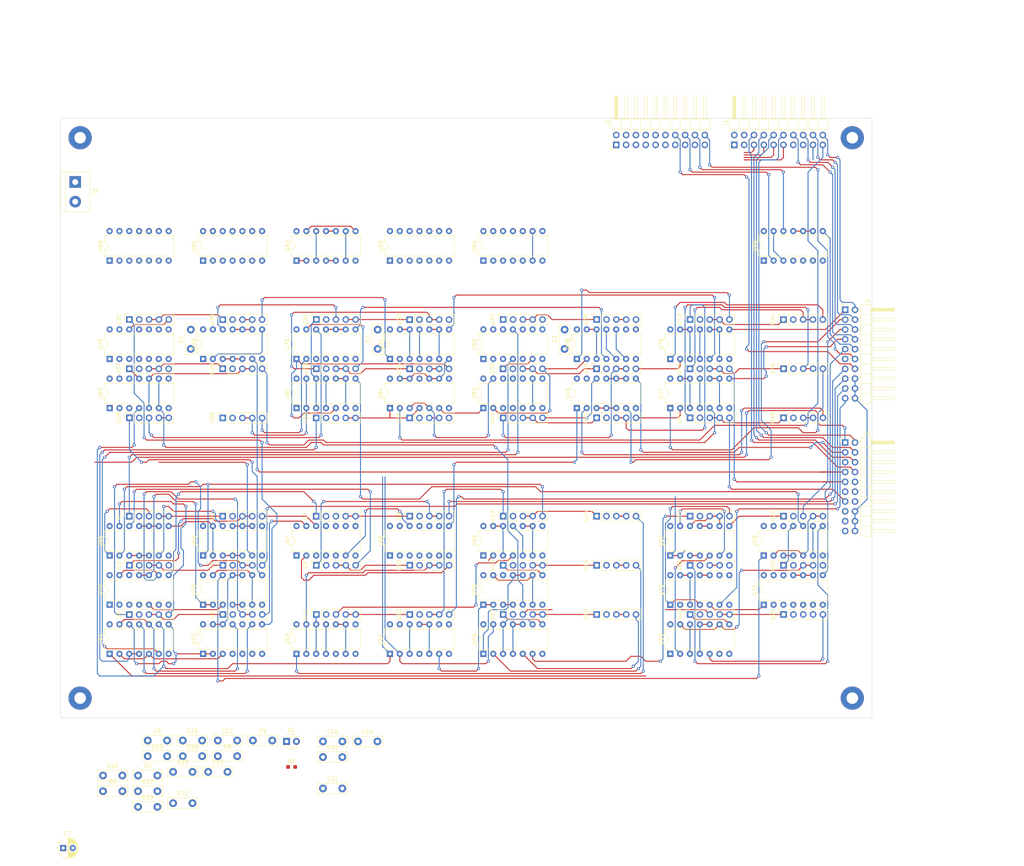
<source format=kicad_pcb>
(kicad_pcb (version 20211014) (generator pcbnew)
  (layers (0 "F.Cu" signal) (31 "B.Cu" signal) (34 "B.Paste" user) (35 "F.Paste" user) (36 "B.SilkS" user "B.Silkscreen") (37 "F.SilkS" user "F.Silkscreen") (38 "B.Mask" user) (39 "F.Mask" user) (44 "Edge.Cuts" user))
  (net 0 "")
  (net 1 "GND")
  (net 2 "VCC")
  (net 3 "Net-(D1-Pad1)")
  (net 6 "OP7")
  (net 7 "Y_BUS_Addr3")
  (net 8 "OP6")
  (net 9 "Y_BUS_Addr2")
  (net 10 "OP5")
  (net 11 "Y_BUS_Addr1")
  (net 12 "OP4")
  (net 13 "Y_BUS_Addr0")
  (net 14 "OP3")
  (net 15 "A_BUS_Addr3")
  (net 16 "OP2")
  (net 17 "A_BUS_Addr2")
  (net 18 "OP1")
  (net 19 "A_BUS_Addr1")
  (net 20 "OP0")
  (net 21 "A_BUS_Addr0")
  (net 26 "~{RAM_STORE->}")
  (net 27 "phi2")
  (net 28 "~{RA3}")
  (net 29 "phi1")
  (net 30 "~{Fetch_Status}")
  (net 31 "~{Seed_pluse}")
  (net 32 "Y_Flag_sel")
  (net 33 "~{RS}")
  (net 34 "~{DEC_ALU}")
  (net 35 "INT")
  (net 36 "~{INC_ALU}")
  (net 37 "NOP")
  (net 38 "~{INTERNAL_ALU}")
  (net 39 "3word")
  (net 40 "~{SP_Y}")
  (net 41 "~{IP_Y}")
  (net 42 "~{Address_Y}")
  (net 43 "~{MEM_Y}")
  (net 44 "~{Flag_Y}")
  (net 45 "Reg_pulse")
  (net 47 "~{IR3_Y}")
  (net 48 "~{IR2_Y}")
  (net 49 "~{IR1_Y}")
  (net 50 "~{INTERNAL_Y}")
  (net 51 "~{SP_A}")
  (net 52 "~{IP_A}")
  (net 54 "~{MEM_A}")
  (net 55 "~{Flag_SAVE->}")
  (net 59 "~{IV_JMP->}")
  (net 63 "~{INTERNAL_A}")
  (net 64 "~{FETCH_INT}")
  (net 66 "~{IP_SET->}")
  (net 67 "Net-(U1-Pad4)")
  (net 69 "Net-(U2-Pad3)")
  (net 70 "~{->IP_SET}")
  (net 72 "Net-(U3-Pad3)")
  (net 73 "Fetch1->")
  (net 75 "Net-(U4-Pad3)")
  (net 77 "Net-(U5-Pad3)")
  (net 78 "~{IP_INC1->}")
  (net 80 "Net-(U49-Pad13)")
  (net 81 "~{->IP_INC1}")
  (net 82 "Net-(U49-Pad8)")
  (net 84 "Fetch2->")
  (net 85 "Net-(U7-Pad4)")
  (net 87 "Net-(U8-Pad3)")
  (net 89 "Net-(U10-Pad1)")
  (net 90 "~{IP_INC2->}")
  (net 92 "Net-(U10-Pad3)")
  (net 93 "~{->IP_INC2}")
  (net 94 "Net-(U11-Pad1)")
  (net 96 "Fetch3->")
  (net 97 "Net-(U11-Pad4)")
  (net 99 "Net-(U12-Pad3)")
  (net 101 "Net-(U13-Pad3)")
  (net 102 "~{IP_INC3->}")
  (net 104 "Net-(U14-Pad3)")
  (net 105 "~{->IP_INC3}")
  (net 106 "Net-(U15-Pad1)")
  (net 108 "Net-(U15-Pad4)")
  (net 110 "Net-(U16-Pad3)")
  (net 111 "~{Acc_Y}")
  (net 112 "Net-(U17-Pad1)")
  (net 114 "~{Flag_SET->}")
  (net 116 "Net-(U18-Pad3)")
  (net 117 "~{->Flag_SET}")
  (net 118 "Net-(U19-Pad1)")
  (net 120 "Net-(U19-Pad3)")
  (net 121 "~{OP->}")
  (net 122 "Net-(U20-Pad1)")
  (net 124 "Net-(U20-Pad4)")
  (net 125 "Net-(U21-Pad1)")
  (net 127 "Net-(U21-Pad3)")
  (net 128 "~{RAM_LOAD->}")
  (net 129 "Net-(U22-Pad1)")
  (net 131 "WB")
  (net 133 "Net-(U23-Pad1)")
  (net 135 "~{SP_INC_POP->}")
  (net 136 "Net-(U23-Pad4)")
  (net 138 "Net-(U24-Pad3)")
  (net 139 "~{->SP_INC_POP}")
  (net 140 "PUSH_FETCH")
  (net 142 "Net-(U25-Pad3)")
  (net 143 "~{SP_DEC_PUSH->}")
  (net 145 "Net-(U26-Pad3)")
  (net 146 "~{->SP_DEC_PUSH}")
  (net 147 "Net-(U27-Pad1)")
  (net 149 "Net-(U27-Pad3)")
  (net 151 "Net-(U28-Pad3)")
  (net 152 "~{->RAM_STORE}")
  (net 153 "~{POP_FETCH}")
  (net 155 "~{SP_SET->}")
  (net 156 "Net-(U29-Pad4)")
  (net 158 "Net-(U30-Pad3)")
  (net 159 "~{->SP_SET}")
  (net 160 "Net-(U31-Pad1)")
  (net 162 "~{Flag_Return->}")
  (net 163 "Net-(U31-Pad4)")
  (net 165 "Net-(U32-Pad3)")
  (net 166 "~{->Flag_Return}")
  (net 168 "Net-(U33-Pad3)")
  (net 169 "~{SP_INC_RET->}")
  (net 171 "Net-(U34-Pad3)")
  (net 172 "~{->SP_INC_RET}")
  (net 173 "~{EI{slash}DI_FETCH}")
  (net 176 "Net-(U35-Pad4)")
  (net 178 "Net-(U36-Pad3)")
  (net 179 "Net-(U36-Pad5)")
  (net 180 "Net-(U37-Pad1)")
  (net 182 "Net-(U37-Pad3)")
  (net 186 "Net-(U39-Pad1)")
  (net 188 "Net-(U39-Pad3)")
  (net 189 "~{SP_DEC_INT1->}")
  (net 191 "Net-(U40-Pad3)")
  (net 192 "~{->SP_DEC_INT1}")
  (net 194 "Net-(U41-Pad3)")
  (net 195 "~{IP_SAVE->}")
  (net 197 "Net-(U42-Pad3)")
  (net 198 "~{->IP_SAVE}")
  (net 200 "Net-(U43-Pad3)")
  (net 201 "~{SP_DEC_INT2->}")
  (net 203 "Net-(U44-Pad3)")
  (net 204 "~{->SP_DEC_INT2}")
  (net 206 "Net-(U45-Pad3)")
  (net 208 "Net-(U46-Pad3)")
  (net 209 "~{->Flag_SAVE}")
  (net 211 "Net-(U47-Pad3)")
  (net 213 "Net-(U48-Pad3)")
  (net 214 "~{->IV_JMP{slash}END_INT}")
  (net 215 "Net-(U49-Pad1)")
  (net 216 "Net-(U49-Pad2)")
  (net 217 "Net-(U49-Pad3)")
  (net 218 "~{Fetch_END1}")
  (net 219 "Net-(U50-Pad10)")
  (net 220 "Net-(U51-Pad2)")
  (net 221 "~{INT_FETCH}")
  (net 222 "Net-(U51-Pad12)")
  (net 223 "Net-(U51-Pad10)")
  (net 224 "Net-(U51-Pad11)")
  (net 226 "Net-(U52-Pad10)")
  (net 227 "Net-(U53-Pad11)")
  (net 228 "Net-(U53-Pad6)")
  (net 229 "~{Fetch_END2}")
  (net 230 "EXE_FETCH")
  (net 231 "Net-(U55-Pad3)")
  (net 232 "~{EXE_PUSH}")
  (net 233 "Net-(U55-Pad10)")
  (net 234 "Net-(U56-Pad10)")
  (net 235 "Net-(U57-Pad3)")
  (net 236 "Net-(U57-Pad10)")
  (net 237 "~{PUSH_EXE}")
  (net 238 "~{EXE_POP}")
  (net 239 "Net-(U59-Pad12)")
  (net 240 "Net-(U59-Pad10)")
  (net 241 "END_EXE")
  (net 242 "~{END_PUSH}")
  (net 243 "INT_EN")
  (net 244 "Net-(U62-Pad13)")
  (net 245 "Net-(U62-Pad5)")
  (net 246 "INT_START")
  (net 247 "Net-(U63-Pad3)")
  (net 248 "Net-(U63-Pad6)")
  (net 249 "Net-(U63-Pad8)")
  (net 250 "Net-(U63-Pad10)")
  (net 251 "Net-(U64-Pad1)")
  (net 252 "Net-(U64-Pad3)")
  (net 253 "Net-(U64-Pad6)")
  (net 254 "Net-(U65-Pad3)")
  (net 255 "Net-(U65-Pad6)")
  (net 256 "Net-(U65-Pad8)")
  (net 257 "Net-(U65-Pad10)")
  (net 258 "Net-(U66-Pad3)")
  (net 259 "Net-(U66-Pad6)")
  (net 260 "Net-(U66-Pad8)")
  (net 261 "Net-(U66-Pad10)")
  (net 262 "Net-(U67-Pad3)")
  (net 263 "Net-(U67-Pad6)")
  (net 264 "Net-(U67-Pad8)")
  (net 265 "Net-(U67-Pad10)")
  (net 268 "Net-(U68-Pad8)")
  (net 269 "Net-(U68-Pad10)")
  (net 270 "Net-(U69-Pad12)")
  (net 271 "Net-(U69-Pad11)")
  (net 272 "Net-(U69-Pad10)")
  (net 273 "Net-(U69-Pad8)")
  (net 274 "Net-(U70-Pad9)")
  (net 275 "Net-(U70-Pad10)")
  (net 276 "Net-(U71-Pad3)")
  (net 277 "Net-(U71-Pad10)")
  (net 278 "Net-(U72-Pad2)")
  (net 279 "Net-(U72-Pad3)")
  (net 280 "Net-(U72-Pad10)")
  (net 281 "Net-(U73-Pad3)")
  (net 282 "Net-(U73-Pad6)")
  (net 283 "Net-(U73-Pad8)")
  (net 284 "Net-(U73-Pad10)")
  (net 285 "Net-(U74-Pad12)")
  (net 286 "Net-(U74-Pad11)")
  (net 287 "Net-(U74-Pad10)")
  (net 288 "Net-(U74-Pad8)")
  (net 289 "Net-(U75-Pad8)")
  (net 290 "Net-(U75-Pad10)")
  (net 291 "Net-(U76-Pad3)")
  (net 292 "Net-(U76-Pad10)")
  (net 293 "Net-(U77-Pad12)")
  (net 294 "Net-(U77-Pad11)")
  (net 295 "Net-(U77-Pad10)")
  (net 296 "Net-(U78-Pad12)")
  (net 297 "Net-(U78-Pad11)")
  (net 298 "Net-(U78-Pad10)")
  (net 299 "Net-(U79-Pad12)")
  (net 300 "Net-(U79-Pad11)")
  (net 301 "Net-(U79-Pad10)")
  (net 302 "Net-(U80-Pad13)")
  (net 303 "Net-(U80-Pad11)")
  (net 304 "Net-(U80-Pad8)")
  (net 307 "Net-(U81-Pad8)")
  (net 308 "Net-(U82-Pad12)")
  (net 309 "Net-(U82-Pad10)")
  (net 310 "Net-(U82-Pad6)")
  (net 311 "Net-(U83-Pad3)")
  (net 312 "Net-(U83-Pad6)")
  (net 313 "Net-(U83-Pad12)")
  (net 314 "Net-(U83-Pad13)")
  (net 317 "Net-(U85-Pad13)")
  (net 319 "Net-(U85-Pad10)")
  (net 322 "Net-(U56-Pad12)")
  (net 323 "Net-(U55-Pad13)")
  (net 324 "Net-(U58-Pad6)")
  (net 325 "Net-(U57-Pad13)")
  (net 326 "Net-(U83-Pad1)")
  (net 327 "Net-(U50-Pad13)")
  (net 329 "Net-(U61-Pad11)")
  (net 330 "Net-(U54-Pad3)")
  (net 331 "Net-(U54-Pad11)")
  (net 332 "Net-(U61-Pad10)")
  (footprint "Package_DIP:DIP-14_W7.62mm" (layer "F.Cu") (at 193.04 149.86 90)
    (fp_text reference "U70")
    (fp_text value "CD74HC00")
  )
  (footprint "Connector_PinSocket_2.54mm:PinSocket_1x05_P2.54mm_Vertical" (layer "F.Cu") (at 222.25 76.2 90)
    (fp_text reference "U44")
    (fp_text value "State_hold_unit")
  )
  (footprint "MountingHole:MountingHole_3mm_Pad" (layer "F.Cu") (at 240.03 173.99)
    (fp_text reference "H2" hide)
    (fp_text value "MountingHole_Pad")
  )
  (footprint "Capacitor_THT:C_Disc_D7.5mm_W2.5mm_P5.00mm" (layer "F.Cu") (at 46.55 193.99)
    (fp_text reference "C20")
    (fp_text value "C")
  )
  (footprint "Connector_PinSocket_2.54mm:PinSocket_1x05_P2.54mm_Vertical" (layer "F.Cu") (at 101.63 152.375 90)
    (fp_text reference "U11")
    (fp_text value "State_hold_unit")
  )
  (footprint "Package_DIP:DIP-14_W7.62mm" (layer "F.Cu") (at 72.385 137.15 90)
    (fp_text reference "U66")
    (fp_text value "CD74HC00")
  )
  (footprint "Connector_PinSocket_2.54mm:PinSocket_1x05_P2.54mm_Vertical" (layer "F.Cu") (at 125.73 101.6 90)
    (fp_text reference "U36")
    (fp_text value "State_hold_unit")
  )
  (footprint "Connector_PinSocket_2.54mm:PinSocket_1x05_P2.54mm_Vertical" (layer "F.Cu") (at 125.76 126.975 90)
    (fp_text reference "U8")
    (fp_text value "State_hold_unit")
  )
  (footprint "Connector_PinSocket_2.54mm:PinSocket_1x05_P2.54mm_Vertical" (layer "F.Cu") (at 149.89 126.975 90)
    (fp_text reference "U13")
    (fp_text value "State_hold_unit")
  )
  (footprint "Connector_PinSocket_2.54mm:PinSocket_1x05_P2.54mm_Vertical" (layer "F.Cu") (at 174.02 152.375 90)
    (fp_text reference "U18")
    (fp_text value "State_hold_unit")
  )
  (footprint "Capacitor_THT:C_Disc_D7.5mm_W2.5mm_P5.00mm" (layer "F.Cu") (at 103.345 185.18)
    (fp_text reference "C16")
    (fp_text value "C")
  )
  (footprint "Package_DIP:DIP-14_W7.62mm" (layer "F.Cu") (at 48.255 162.55 90)
    (fp_text reference "U51")
    (fp_text value "CD74HC00")
  )
  (footprint "Connector_PinSocket_2.54mm:PinSocket_1x05_P2.54mm_Vertical" (layer "F.Cu") (at 77.47 127 90)
    (fp_text reference "U2")
    (fp_text value "State_hold_unit")
  )
  (footprint "Capacitor_THT:C_Disc_D7.5mm_W2.5mm_P5.00mm" (layer "F.Cu") (at 112.395 185.18)
    (fp_text reference "C14")
    (fp_text value "C")
  )
  (footprint "Capacitor_THT:C_Disc_D7.5mm_W2.5mm_P5.00mm" (layer "F.Cu") (at 117.475 83.78 90)
    (fp_text reference "C2")
    (fp_text value "C")
  )
  (footprint "Connector_PinSocket_2.54mm:PinSocket_1x05_P2.54mm_Vertical" (layer "F.Cu") (at 222.28 139.675 90)
    (fp_text reference "U22")
    (fp_text value "State_hold_unit")
  )
  (footprint "Package_DIP:DIP-14_W7.62mm" (layer "F.Cu") (at 193.035 162.55 90)
    (fp_text reference "U59")
    (fp_text value "CD74HC00")
  )
  (footprint "Connector_PinSocket_2.54mm:PinSocket_1x05_P2.54mm_Vertical" (layer "F.Cu") (at 53.37 101.575 90)
    (fp_text reference "U29")
    (fp_text value "State_hold_unit")
  )
  (footprint "Package_DIP:DIP-14_W7.62mm" (layer "F.Cu") (at 72.385 149.85 90)
    (fp_text reference "U50")
    (fp_text value "CD74HC00")
  )
  (footprint "Package_DIP:DIP-14_W7.62mm" (layer "F.Cu") (at 144.775 86.35 90)
    (fp_text reference "U62")
    (fp_text value "CD74HC00")
  )
  (footprint "Package_DIP:DIP-14_W7.62mm" (layer "F.Cu") (at 72.385 60.96 90)
    (fp_text reference "U81")
    (fp_text value "CD74HC00")
  )
  (footprint "Connector_PinSocket_2.54mm:PinSocket_1x05_P2.54mm_Vertical" (layer "F.Cu") (at 101.63 139.675 90)
    (fp_text reference "U9")
    (fp_text value "State_hold_unit")
  )
  (footprint "Capacitor_THT:C_Disc_D7.5mm_W2.5mm_P5.00mm" (layer "F.Cu") (at 67.15 188.99)
    (fp_text reference "C10")
    (fp_text value "C")
  )
  (footprint "Capacitor_THT:C_Disc_D7.5mm_W2.5mm_P5.00mm" (layer "F.Cu") (at 64.65 193.04)
    (fp_text reference "C23")
    (fp_text value "C")
  )
  (footprint "Capacitor_THT:C_Disc_D7.5mm_W2.5mm_P5.00mm" (layer "F.Cu") (at 103.345 197.33)
    (fp_text reference "C21")
    (fp_text value "C")
  )
  (footprint "Connector_PinSocket_2.54mm:PinSocket_1x05_P2.54mm_Vertical" (layer "F.Cu") (at 198.15 139.675 90)
    (fp_text reference "U21")
    (fp_text value "State_hold_unit")
  )
  (footprint "Connector_PinSocket_2.54mm:PinSocket_1x05_P2.54mm_Vertical" (layer "F.Cu") (at 198.15 152.375 90)
    (fp_text reference "U23")
    (fp_text value "State_hold_unit")
  )
  (footprint "Package_DIP:DIP-14_W7.62mm" (layer "F.Cu") (at 144.775 137.15 90)
    (fp_text reference "U69")
    (fp_text value "CD74HC00")
  )
  (footprint "Connector_PinSocket_2.54mm:PinSocket_1x05_P2.54mm_Vertical" (layer "F.Cu") (at 222.28 88.875 90)
    (fp_text reference "U46")
    (fp_text value "State_hold_unit")
  )
  (footprint "Capacitor_THT:C_Disc_D7.5mm_W2.5mm_P5.00mm" (layer "F.Cu") (at 55.6 202.09)
    (fp_text reference "C19")
    (fp_text value "C")
  )
  (footprint "Capacitor_THT:C_Disc_D7.5mm_W2.5mm_P5.00mm" (layer "F.Cu") (at 58.1 184.94)
    (fp_text reference "C5")
    (fp_text value "C")
  )
  (footprint "Capacitor_THT:C_Disc_D7.5mm_W2.5mm_P5.00mm" (layer "F.Cu") (at 165.735 83.78 90)
    (fp_text reference "C3")
    (fp_text value "C")
  )
  (footprint "Connector_PinSocket_2.54mm:PinSocket_1x05_P2.54mm_Vertical" (layer "F.Cu") (at 149.89 76.175 90)
    (fp_text reference "U37")
    (fp_text value "State_hold_unit")
  )
  (footprint "Connector_PinHeader_2.54mm:PinHeader_2x10_P2.54mm_Horizontal" (layer "F.Cu") (at 238.19 73.665)
    (fp_text reference "J4")
    (fp_text value "Conn_02x10_Counter_Clockwise")
  )
  (footprint "Package_DIP:DIP-14_W7.62mm" (layer "F.Cu") (at 144.775 149.85 90)
    (fp_text reference "U55")
    (fp_text value "CD74HC00")
  )
  (footprint "Capacitor_THT:CP_Radial_D5.0mm_P2.50mm" (layer "F.Cu") (at 36.259888 212.725)
    (fp_text reference "C7")
    (fp_text value "C_Polarized")
  )
  (footprint "Capacitor_THT:C_Disc_D7.5mm_W2.5mm_P5.00mm" (layer "F.Cu") (at 69.215 83.78 90)
    (fp_text reference "C1")
    (fp_text value "C")
  )
  (footprint "Capacitor_THT:C_Disc_D7.5mm_W2.5mm_P5.00mm" (layer "F.Cu") (at 58.1 188.99)
    (fp_text reference "C13")
    (fp_text value "C")
  )
  (footprint "Connector_PinSocket_2.54mm:PinSocket_1x05_P2.54mm_Vertical" (layer "F.Cu") (at 125.73 88.9 90)
    (fp_text reference "U34")
    (fp_text value "State_hold_unit")
  )
  (footprint "Package_DIP:DIP-14_W7.62mm" (layer "F.Cu") (at 120.645 162.55 90)
    (fp_text reference "U54")
    (fp_text value "CD74HC00")
  )
  (footprint "Connector_PinSocket_2.54mm:PinSocket_1x05_P2.54mm_Vertical" (layer "F.Cu") (at 77.5 139.675 90)
    (fp_text reference "U4")
    (fp_text value "State_hold_unit")
  )
  (footprint "Package_DIP:DIP-14_W7.62mm" (layer "F.Cu") (at 96.515 162.55 90)
    (fp_text reference "U53")
    (fp_text value "CD74HC00")
  )
  (footprint "Package_DIP:DIP-14_W7.62mm" (layer "F.Cu") (at 217.165 137.15 90)
    (fp_text reference "U58")
    (fp_text value "CD74HC00")
  )
  (footprint "Capacitor_THT:C_Disc_D7.5mm_W2.5mm_P5.00mm" (layer "F.Cu") (at 64.65 201.14)
    (fp_text reference "C22")
    (fp_text value "C")
  )
  (footprint "Package_DIP:DIP-14_W7.62mm" (layer "F.Cu") (at 48.26 99.06 90)
    (fp_text reference "U60")
    (fp_text value "CD74HC00")
  )
  (footprint "Capacitor_THT:C_Disc_D7.5mm_W2.5mm_P5.00mm" (layer "F.Cu") (at 55.6 198.04)
    (fp_text reference "C17")
    (fp_text value "C")
  )
  (footprint "Package_DIP:DIP-14_W7.62mm" (layer "F.Cu") (at 144.775 162.55 90)
    (fp_text reference "U56")
    (fp_text value "CD74HC00")
  )
  (footprint "Connector_PinSocket_2.54mm:PinSocket_1x05_P2.54mm_Vertical" (layer "F.Cu") (at 198.15 101.575 90)
    (fp_text reference "U47")
    (fp_text value "State_hold_unit")
  )
  (footprint "Package_DIP:DIP-14_W7.62mm" (layer "F.Cu") (at 193.04 86.36 90)
    (fp_text reference "U79")
    (fp_text value "CD74HC00")
  )
  (footprint "Package_DIP:DIP-14_W7.62mm" (layer "F.Cu") (at 168.91 86.35 90)
    (fp_text reference "U78")
    (fp_text value "CD74HC00")
  )
  (footprint "Connector_PinSocket_2.54mm:PinSocket_1x05_P2.54mm_Vertical" (layer "F.Cu") (at 101.63 76.175 90)
    (fp_text reference "U31")
    (fp_text value "State_hold_unit")
  )
  (footprint "Connector_PinSocket_2.54mm:PinSocket_1x05_P2.54mm_Vertical" (layer "F.Cu") (at 101.6 101.6 90)
    (fp_text reference "U35")
    (fp_text value "State_hold_unit")
  )
  (footprint "Package_DIP:DIP-14_W7.62mm" (layer "F.Cu") (at 193.04 137.16 90)
    (fp_text reference "U57")
    (fp_text value "CD74HC00")
  )
  (footprint "Capacitor_THT:C_Disc_D7.5mm_W2.5mm_P5.00mm" (layer "F.Cu") (at 67.15 184.94)
    (fp_text reference "C18")
    (fp_text value "C")
  )
  (footprint "MountingHole:MountingHole_3mm_Pad" (layer "F.Cu") (at 240.03 29.21)
    (fp_text reference "H1" hide)
    (fp_text value "MountingHole_Pad")
  )
  (footprint "Connector_PinSocket_2.54mm:PinSocket_1x05_P2.54mm_Vertical" (layer "F.Cu") (at 149.89 101.575 90)
    (fp_text reference "U41")
    (fp_text value "State_hold_unit")
  )
  (footprint "Package_DIP:DIP-14_W7.62mm" (layer "F.Cu") (at 48.255 60.95 90)
    (fp_text reference "U80")
    (fp_text value "CD74HC00")
  )
  (footprint "Connector_PinSocket_2.54mm:PinSocket_1x05_P2.54mm_Vertical" (layer "F.Cu") (at 125.73 76.2 90)
    (fp_text reference "U32")
    (fp_text value "State_hold_unit")
  )
  (footprint "Connector_PinSocket_2.54mm:PinSocket_1x05_P2.54mm_Vertical" (layer "F.Cu") (at 101.6 127 90)
    (fp_text reference "U7")
    (fp_text value "State_hold_unit")
  )
  (footprint "Connector_PinSocket_2.54mm:PinSocket_1x05_P2.54mm_Vertical" (layer "F.Cu") (at 77.47 76.2 90)
    (fp_text reference "U26")
    (fp_text value "State_hold_unit")
  )
  (footprint "Connector_PinSocket_2.54mm:PinSocket_1x05_P2.54mm_Vertical" (layer "F.Cu") (at 198.12 88.9 90)
    (fp_text reference "U45")
    (fp_text value "State_hold_unit")
  )
  (footprint "Capacitor_THT:C_Disc_D7.5mm_W2.5mm_P5.00mm" (layer "F.Cu") (at 76.2 184.94)
    (fp_text reference "C12")
    (fp_text value "C")
  )
  (footprint "Package_DIP:DIP-14_W7.62mm" (layer "F.Cu") (at 120.65 60.95 90)
    (fp_text reference "U63")
    (fp_text value "CD74HC00")
  )
  (footprint "Connector_PinSocket_2.54mm:PinSocket_1x05_P2.54mm_Vertical" (layer "F.Cu") (at 53.37 76.175 90)
    (fp_text reference "U25")
    (fp_text value "State_hold_unit")
  )
  (footprint "Connector_PinSocket_2.54mm:PinSocket_1x05_P2.54mm_Vertical" (layer "F.Cu") (at 222.28 126.975 90)
    (fp_text reference "U20")
    (fp_text value "State_hold_unit")
  )
  (footprint "Connector_PinSocket_2.54mm:PinSocket_1x05_P2.54mm_Vertical" (layer "F.Cu") (at 53.37 139.675 90)
    (fp_text reference "U3")
    (fp_text value "State_hold_unit")
  )
  (footprint "Package_DIP:DIP-14_W7.62mm" (layer "F.Cu") (at 48.255 149.85 90)
    (fp_text reference "U49")
    (fp_text value "CD74HC00")
  )
  (footprint "Connector_PinSocket_2.54mm:PinSocket_1x05_P2.54mm_Vertical" (layer "F.Cu") (at 222.28 101.575 90)
    (fp_text reference "U48")
    (fp_text value "State_hold_unit")
  )
  (footprint "Connector_PinSocket_2.54mm:PinSocket_1x05_P2.54mm_Vertical" (layer "F.Cu") (at 149.86 88.9 90)
    (fp_text reference "U39")
    (fp_text value "State_hold_unit")
  )
  (footprint "Connector_PinHeader_2.54mm:PinHeader_2x10_P2.54mm_Horizontal" (layer "F.Cu") (at 179.075 31.05 90)
    (fp_text reference "J2")
    (fp_text value "Conn_02x10_Odd_Even")
  )
  (footprint "Connector_PinSocket_2.54mm:PinSocket_1x05_P2.54mm_Vertical" (layer "F.Cu") (at 101.63 88.875 90)
    (fp_text reference "U33")
    (fp_text value "State_hold_unit")
  )
  (footprint "Connector_PinHeader_2.54mm:PinHeader_2x10_P2.54mm_Horizontal" (layer "F.Cu") (at 209.555 31.05 90)
    (fp_text reference "J1")
    (fp_text value "Conn_02x10_Odd_Even")
  )
  (footprint "Connector_PinSocket_2.54mm:PinSocket_1x05_P2.54mm_Vertical" (layer "F.Cu") (at 77.5 152.375 90)
    (fp_text reference "U6")
    (fp_text value "State_hold_unit")
  )
  (footprint "Connector_PinSocket_2.54mm:PinSocket_1x05_P2.54mm_Vertical" (layer "F.Cu") (at 77.47 88.9 90)
    (fp_text reference "U28")
    (fp_text value "State_hold_unit")
  )
  (footprint "Package_DIP:DIP-14_W7.62mm" (layer "F.Cu") (at 96.52 60.96 90)
    (fp_text reference "U82")
    (fp_text value "CD74HC00")
  )
  (footprint "Package_DIP:DIP-14_W7.62mm" (layer "F.Cu") (at 96.515 137.15 90)
    (fp_text reference "U67")
    (fp_text value "CD74HC00")
  )
  (footprint "Package_DIP:DIP-14_W7.62mm" (layer "F.Cu") (at 144.78 60.95 90)
    (fp_text reference "U64")
    (fp_text value "CD74HC00")
  )
  (footprint "Package_DIP:DIP-14_W7.62mm" (layer "F.Cu") (at 48.255 86.35 90)
    (fp_text reference "U75")
    (fp_text value "CD74HC00")
  )
  (footprint "Connector_PinSocket_2.54mm:PinSocket_1x05_P2.54mm_Vertical" (layer "F.Cu") (at 174.02 126.975 90)
    (fp_text reference "U14")
    (fp_text value "State_hold_unit")
  )
  (footprint "TerminalBlock:TerminalBlock_bornier-2_P5.08mm" (layer "F.Cu") (at 39.37 40.64 -90)
    (fp_text reference "J3")
    (fp_text value "Screw_Terminal_01x02")
  )
  (footprint "Capacitor_THT:C_Disc_D7.5mm_W2.5mm_P5.00mm" (layer "F.Cu") (at 73.7 193.04)
    (fp_text reference "C15")
    (fp_text value "C")
  )
  (footprint "Capacitor_THT:C_Disc_D7.5mm_W2.5mm_P5.00mm" (layer "F.Cu") (at 46.55 198.04)
    (fp_text reference "C6")
    (fp_text value "C")
  )
  (footprint "Connector_PinSocket_2.54mm:PinSocket_1x05_P2.54mm_Vertical" (layer "F.Cu") (at 198.15 76.175 90)
    (fp_text reference "U43")
    (fp_text value "State_hold_unit")
  )
  (footprint "Capacitor_THT:C_Disc_D7.5mm_W2.5mm_P5.00mm" (layer "F.Cu") (at 76.2 188.99)
    (fp_text reference "C8")
    (fp_text value "C")
  )
  (footprint "Connector_PinSocket_2.54mm:PinSocket_1x05_P2.54mm_Vertical" (layer "F.Cu") (at 174.02 101.575 90)
    (fp_text reference "U42")
    (fp_text value "State_hold_unit")
  )
  (footprint "MountingHole:MountingHole_3mm_Pad" (layer "F.Cu") (at 40.64 173.99)
    (fp_text reference "H3" hide)
    (fp_text value "MountingHole_Pad")
  )
  (footprint "Connector_PinSocket_2.54mm:PinSocket_1x05_P2.54mm_Vertical" (layer "F.Cu") (at 149.89 152.375 90)
    (fp_text reference "U17")
    (fp_text value "State_hold_unit")
  )
  (footprint "Connector_PinSocket_2.54mm:PinSocket_1x05_P2.54mm_Vertical" (layer "F.Cu") (at 174.02 76.175 90)
    (fp_text reference "U38")
    (fp_text value "State_hold_unit")
  )
  (footprint "Connector_PinHeader_2.54mm:PinHeader_2x10_P2.54mm_Horizontal" (layer "F.Cu") (at 238.19 107.955)
    (fp_text reference "J5")
    (fp_text value "Conn_02x10_Counter_Clockwise")
  )
  (footprint "Connector_PinSocket_2.54mm:PinSocket_1x05_P2.54mm_Vertical" (layer "F.Cu") (at 198.15 126.975 90)
    (fp_text reference "U19")
    (fp_text value "State_hold_unit")
  )
  (footprint "Package_DIP:DIP-14_W7.62mm" (layer "F.Cu") (at 120.65 86.36 90)
    (fp_text reference "U74")
    (fp_text value "CD74HC00")
  )
  (footprint "Connector_PinSocket_2.54mm:PinSocket_1x05_P2.54mm_Vertical" (layer "F.Cu") (at 53.34 152.4 90)
    (fp_text reference "U5")
    (fp_text value "State_hold_unit")
  )
  (footprint "Connector_PinSocket_2.54mm:PinSocket_1x05_P2.54mm_Vertical" (layer "F.Cu") (at 173.99 88.9 90)
    (fp_text reference "U40")
    (fp_text value "State_hold_unit")
  )
  (footprint "Connector_PinSocket_2.54mm:PinSocket_1x05_P2.54mm_Vertical" (layer "F.Cu") (at 53.34 127 90)
    (fp_text reference "U1")
    (fp_text value "State_hold_unit")
  )
  (footprint "Resistor_SMD:R_0603_1608Metric_Pad0.98x0.95mm_HandSolder" (layer "F.Cu") (at 95.25 191.77)
    (fp_text reference "R1")
    (fp_text value "R")
  )
  (footprint "Package_DIP:DIP-14_W7.62mm" (layer "F.Cu") (at 72.39 86.36 90)
    (fp_text reference "U72")
    (fp_text value "CD74HC00")
  )
  (footprint "Package_DIP:DIP-14_W7.62mm" (layer "F.Cu") (at 120.65 99.06 90)
    (fp_text reference "U84")
    (fp_text value "CD74HC00")
  )
  (footprint "Connector_PinSocket_2.54mm:PinSocket_1x05_P2.54mm_Vertical" (layer "F.Cu") (at 125.76 139.675 90)
    (fp_text reference "U10")
    (fp_text value "State_hold_unit")
  )
  (footprint "LED_THT:LED_D3.0mm" (layer "F.Cu") (at 93.95 185.18)
    (fp_text reference "D1")
    (fp_text value "LED")
  )
  (footprint "Package_DIP:DIP-14_W7.62mm" (layer "F.Cu") (at 144.775 99.05 90)
    (fp_text reference "U83")
    (fp_text value "CD74HC00")
  )
  (footprint "Connector_PinSocket_2.54mm:PinSocket_1x05_P2.54mm_Vertical" (layer "F.Cu") (at 149.89 139.675 90)
    (fp_text reference "U15")
    (fp_text value "State_hold_unit")
  )
  (footprint "Capacitor_THT:C_Disc_D7.5mm_W2.5mm_P5.00mm" (layer "F.Cu") (at 85.25 184.94)
    (fp_text reference "C9")
    (fp_text value "C")
  )
  (footprint "Package_DIP:DIP-14_W7.62mm" (layer "F.Cu") (at 96.515 99.05 90)
    (fp_text reference "U61")
    (fp_text value "CD74HC00")
  )
  (footprint "Package_DIP:DIP-14_W7.62mm" (layer "F.Cu") (at 193.035 99.05 90)
    (fp_text reference "U77")
    (fp_text value "CD74HC00")
  )
  (footprint "Capacitor_THT:C_Disc_D7.5mm_W2.5mm_P5.00mm" (layer "F.Cu") (at 103.345 189.23)
    (fp_text reference "C11")
    (fp_text value "C")
  )
  (footprint "Package_DIP:DIP-14_W7.62mm" (layer "F.Cu") (at 96.515 86.35 90)
    (fp_text reference "U73")
    (fp_text value "CD74HC00")
  )
  (footprint "Package_DIP:DIP-14_W7.62mm" (layer "F.Cu") (at 217.165 60.95 90)
    (fp_text reference "U85")
    (fp_text value "CD74HC00")
  )
  (footprint "Connector_PinSocket_2.54mm:PinSocket_1x05_P2.54mm_Vertical" (layer "F.Cu") (at 125.76 152.375 90)
    (fp_text reference "U12")
    (fp_text value "State_hold_unit")
  )
  (footprint "Connector_PinSocket_2.54mm:PinSocket_1x05_P2.54mm_Vertical" (layer "F.Cu") (at 174.02 139.675 90)
    (fp_text reference "U16")
    (fp_text value "State_hold_unit")
  )
  (footprint "Package_DIP:DIP-14_W7.62mm" (layer "F.Cu") (at 72.385 162.55 90)
    (fp_text reference "U52")
    (fp_text value "CD74HC00")
  )
  (footprint "Package_DIP:DIP-14_W7.62mm" (layer "F.Cu") (at 48.26 137.16 90)
    (fp_text reference "U65")
    (fp_text value "CD74HC00")
  )
  (footprint "MountingHole:MountingHole_3mm_Pad" (layer "F.Cu") (at 40.64 29.21)
    (fp_text reference "H4" hide)
    (fp_text value "MountingHole_Pad")
  )
  (footprint "Connector_PinSocket_2.54mm:PinSocket_1x05_P2.54mm_Vertical" (layer "F.Cu") (at 77.47 101.6 90)
    (fp_text reference "U30")
    (fp_text value "State_hold_unit")
  )
  (footprint "Package_DIP:DIP-14_W7.62mm" (layer "F.Cu") (at 120.645 137.15 90)
    (fp_text reference "U68")
    (fp_text value "CD74HC00")
  )
  (footprint "Package_DIP:DIP-14_W7.62mm" (layer "F.Cu") (at 168.905 99.05 90)
    (fp_text reference "U76")
    (fp_text value "CD74HC00")
  )
  (footprint "Connector_PinSocket_2.54mm:PinSocket_1x05_P2.54mm_Vertical" (layer "F.Cu") (at 53.34 88.9 90)
    (fp_text reference "U27")
    (fp_text value "State_hold_unit")
  )
  (footprint "Capacitor_THT:C_Disc_D7.5mm_W2.5mm_P5.00mm" (layer "F.Cu") (at 55.6 193.99)
    (fp_text reference "C4")
    (fp_text value "C")
  )
  (footprint "Package_DIP:DIP-14_W7.62mm" (layer "F.Cu") (at 217.17 149.86 90)
    (fp_text reference "U71")
    (fp_text value "CD74HC00")
  )
  (footprint "Connector_PinSocket_2.54mm:PinSocket_1x05_P2.54mm_Vertical" (layer "F.Cu") (at 222.28 152.375 90)
    (fp_text reference "U24")
    (fp_text value "State_hold_unit")
  )
  (gr_rect (start 35.56 24.13) (end 245.11 179.07) (layer "Edge.Cuts") (width 0.1) (fill none))
  (segment (start 125.73 91.44) (end 127 90.17) (width 0.25) (layer "F.Cu") (net 1))
  (segment (start 129.54 90.17) (end 130.81 91.44) (width 0.25) (layer "F.Cu") (net 1))
  (segment (start 127 90.17) (end 129.54 90.17) (width 0.25) (layer "F.Cu") (net 1))
  (segment (start 130.81 91.44) (end 133.35 91.44) (width 0.25) (layer "F.Cu") (net 1))
  (segment (start 125.73 91.44) (end 123.19 91.44) (width 0.25) (layer "F.Cu") (net 1))
  (segment (start 134.715 90.075) (end 134.715 87.535) (width 0.25) (layer "B.Cu") (net 1))
  (segment (start 133.35 91.44) (end 134.715 90.075) (width 0.25) (layer "B.Cu") (net 1))
  (segment (start 243.84 99.635) (end 243.84 122.625) (width 0.25) (layer "B.Cu") (net 1))
  (segment (start 243.84 122.625) (end 240.73 125.735) (width 0.25) (layer "B.Cu") (net 1))
  (segment (start 240.73 91.445) (end 240.73 96.525) (width 0.25) (layer "B.Cu") (net 1))
  (segment (start 240.73 96.525) (end 243.84 99.635) (width 0.25) (layer "B.Cu") (net 1))
  (segment (start 240.73 125.735) (end 240.73 130.815) (width 0.25) (layer "B.Cu") (net 1))
  (segment (start 134.715 87.535) (end 135.89 86.36) (width 0.25) (layer "B.Cu") (net 1))
  (segment (start 123.185 164.46) (end 123.19 164.465) (width 0.25) (layer "F.Cu") (net 6))
  (segment (start 123.825 165.1) (end 145.415 165.1) (width 0.25) (layer "F.Cu") (net 6))
  (segment (start 213.995 33.02) (end 212.09 33.02) (width 0.25) (layer "F.Cu") (net 6))
  (segment (start 196.145 138.5) (end 194.31 140.335) (width 0.25) (layer "F.Cu") (net 6))
  (segment (start 123.19 164.465) (end 123.825 165.1) (width 0.25) (layer "F.Cu") (net 6))
  (segment (start 201.86 138.5) (end 196.145 138.5) (width 0.25) (layer "F.Cu") (net 6))
  (segment (start 214.635 32.38) (end 213.995 33.02) (width 0.25) (layer "F.Cu") (net 6))
  (segment (start 214.635 31.05) (end 214.635 32.38) (width 0.25) (layer "F.Cu") (net 6))
  (segment (start 123.185 162.55) (end 123.185 164.46) (width 0.25) (layer "F.Cu") (net 6))
  (segment (start 145.415 165.1) (end 146.05 164.465) (width 0.25) (layer "F.Cu") (net 6))
  (segment (start 203.2 137.16) (end 201.86 138.5) (width 0.25) (layer "F.Cu") (net 6))
  (via (at 194.31 140.335) (size 0.8) (drill 0.4) (layers "F.Cu" "B.Cu") (net 6))
  (via (at 146.05 164.465) (size 0.8) (drill 0.4) (layers "F.Cu" "B.Cu") (net 6))
  (segment (start 194.31 140.335) (end 194.31 161.29) (width 0.25) (layer "B.Cu") (net 6))
  (segment (start 194.31 161.29) (end 194.315 161.29) (width 0.25) (layer "B.Cu") (net 6))
  (segment (start 146.05 158.115) (end 147.32 156.845) (width 0.25) (layer "B.Cu") (net 6))
  (segment (start 194.315 161.29) (end 195.575 162.55) (width 0.25) (layer "B.Cu") (net 6))
  (segment (start 123.185 162.55) (end 123.18 162.55) (width 0.25) (layer "B.Cu") (net 6))
  (segment (start 119.38 158.75) (end 119.38 116.84) (width 0.25) (layer "B.Cu") (net 6))
  (segment (start 147.32 156.845) (end 147.315 156.84) (width 0.25) (layer "B.Cu") (net 6))
  (segment (start 123.18 162.55) (end 119.38 158.75) (width 0.25) (layer "B.Cu") (net 6))
  (segment (start 147.315 156.84) (end 147.315 154.93) (width 0.25) (layer "B.Cu") (net 6))
  (segment (start 146.05 164.465) (end 146.05 158.115) (width 0.25) (layer "B.Cu") (net 6))
  (segment (start 226.695 36.195) (end 232.41 36.195) (width 0.25) (layer "F.Cu") (net 7))
  (segment (start 226.06 35.56) (end 226.695 36.195) (width 0.25) (layer "F.Cu") (net 7))
  (segment (start 232.41 36.195) (end 234.315 38.1) (width 0.25) (layer "F.Cu") (net 7))
  (via (at 234.315 38.1) (size 0.8) (drill 0.4) (layers "F.Cu" "B.Cu") (net 7))
  (via (at 226.06 35.56) (size 0.8) (drill 0.4) (layers "F.Cu" "B.Cu") (net 7))
  (segment (start 234.315 38.1) (end 234.95 38.735) (width 0.25) (layer "B.Cu") (net 7))
  (segment (start 235.685 80.11) (end 239.555 80.11) (width 0.25) (layer "B.Cu") (net 7))
  (segment (start 226.06 29.775) (end 226.06 34.29) (width 0.25) (layer "B.Cu") (net 7))
  (segment (start 226.06 34.29) (end 226.06 35.56) (width 0.25) (layer "B.Cu") (net 7))
  (segment (start 224.795 28.51) (end 226.06 29.775) (width 0.25) (layer "B.Cu") (net 7))
  (segment (start 239.555 80.11) (end 240.73 81.285) (width 0.25) (layer "B.Cu") (net 7))
  (segment (start 234.95 38.735) (end 234.95 79.375) (width 0.25) (layer "B.Cu") (net 7))
  (segment (start 234.95 79.375) (end 235.685 80.11) (width 0.25) (layer "B.Cu") (net 7))
  (segment (start 216.535 33.655) (end 212.09 33.655) (width 0.25) (layer "F.Cu") (net 8))
  (segment (start 217.175 33.015) (end 216.535 33.655) (width 0.25) (layer "F.Cu") (net 8))
  (segment (start 217.175 31.05) (end 217.175 33.015) (width 0.25) (layer "F.Cu") (net 8))
  (segment (start 228.6 34.925) (end 229.235 35.56) (width 0.25) (layer "F.Cu") (net 9))
  (segment (start 229.235 35.56) (end 233.68 35.56) (width 0.25) (layer "F.Cu") (net 9))
  (segment (start 233.68 35.56) (end 234.95 36.83) (width 0.25) (layer "F.Cu") (net 9))
  (via (at 234.95 36.83) (size 0.8) (drill 0.4) (layers "F.Cu" "B.Cu") (net 9))
  (via (at 228.6 34.925) (size 0.8) (drill 0.4) (layers "F.Cu" "B.Cu") (net 9))
  (segment (start 228.6 33.655) (end 228.6 34.925) (width 0.25) (layer "B.Cu") (net 9))
  (segment (start 227.335 28.51) (end 228.6 29.775) (width 0.25) (layer "B.Cu") (net 9))
  (segment (start 236.22 77.47) (end 239.455 77.47) (width 0.25) (layer "B.Cu") (net 9))
  (segment (start 234.95 36.83) (end 235.585 37.465) (width 0.25) (layer "B.Cu") (net 9))
  (segment (start 235.585 76.835) (end 236.22 77.47) (width 0.25) (layer "B.Cu") (net 9))
  (segment (start 228.6 29.775) (end 228.6 33.655) (width 0.25) (layer "B.Cu") (net 9))
  (segment (start 239.455 77.47) (end 240.73 78.745) (width 0.25) (layer "B.Cu") (net 9))
  (segment (start 235.585 37.465) (end 235.585 76.835) (width 0.25) (layer "B.Cu") (net 9))
  (segment (start 219.075 34.29) (end 212.09 34.29) (width 0.25) (layer "F.Cu") (net 10))
  (segment (start 219.715 31.05) (end 219.715 33.65) (width 0.25) (layer "F.Cu") (net 10))
  (segment (start 193.04 137.16) (end 195.58 137.16) (width 0.25) (layer "F.Cu") (net 10))
  (segment (start 78.74 166.37) (end 80.01 165.1) (width 0.25) (layer "F.Cu") (net 10))
  (segment (start 120.645 164.47) (end 120.645 162.55) (width 0.25) (layer "F.Cu") (net 10))
  (segment (start 80.01 165.1) (end 120.015 165.1) (width 0.25) (layer "F.Cu") (net 10))
  (segment (start 45.72 109.22) (end 53.975 109.22) (width 0.25) (layer "F.Cu") (net 10))
  (segment (start 62.23 165.735) (end 62.865 166.37) (width 0.25) (layer "F.Cu") (net 10))
  (segment (start 120.015 165.1) (end 120.645 164.47) (width 0.25) (layer "F.Cu") (net 10))
  (segment (start 53.975 109.22) (end 54.61 108.585) (width 0.25) (layer "F.Cu") (net 10))
  (segment (start 219.715 33.65) (end 219.075 34.29) (width 0.25) (layer "F.Cu") (net 10))
  (segment (start 62.865 166.37) (end 78.74 166.37) (width 0.25) (layer "F.Cu") (net 10))
  (via (at 45.72 109.22) (size 0.8) (drill 0.4) (layers "F.Cu" "B.Cu") (net 10))
  (via (at 62.23 165.735) (size 0.8) (drill 0.4) (layers "F.Cu" "B.Cu") (net 10))
  (via (at 54.61 108.585) (size 0.8) (drill 0.4) (layers "F.Cu" "B.Cu") (net 10))
  (segment (start 45.72 109.22) (end 45.085 109.855) (width 0.25) (layer "B.Cu") (net 10))
  (segment (start 45.085 109.855) (end 45.085 167.64) (width 0.25) (layer "B.Cu") (net 10))
  (segment (start 118.745 160.655) (end 118.745 116.84) (width 0.25) (layer "B.Cu") (net 10))
  (segment (start 120.645 162.55) (end 118.75 160.655) (width 0.25) (layer "B.Cu") (net 10))
  (segment (start 195.58 137.16) (end 196.85 135.89) (width 0.25) (layer "B.Cu") (net 10))
  (segment (start 62.23 165.735) (end 62.23 156.205) (width 0.25) (layer "B.Cu") (net 10))
  (segment (start 62.23 156.205) (end 60.955 154.93) (width 0.25) (layer "B.Cu") (net 10))
  (segment (start 194.31 135.89) (end 194.31 121.919999) (width 0.25) (layer "B.Cu") (net 10))
  (segment (start 59.69 168.275) (end 62.23 165.735) (width 0.25) (layer "B.Cu") (net 10))
  (segment (start 45.085 167.64) (end 45.72 168.275) (width 0.25) (layer "B.Cu") (net 10))
  (segment (start 118.75 160.655) (end 118.745 160.655) (width 0.25) (layer "B.Cu") (net 10))
  (segment (start 54.61 108.585) (end 54.61 100.33) (width 0.25) (layer "B.Cu") (net 10))
  (segment (start 54.61 100.33) (end 55.88 99.06) (width 0.25) (layer "B.Cu") (net 10))
  (segment (start 193.04 137.16) (end 194.31 135.89) (width 0.25) (layer "B.Cu") (net 10))
  (segment (start 45.72 168.275) (end 59.69 168.275) (width 0.25) (layer "B.Cu") (net 10))
  (segment (start 231.14 34.29) (end 231.775 34.925) (width 0.25) (layer "F.Cu") (net 11))
  (segment (start 234.95 34.925) (end 235.585 35.56) (width 0.25) (layer "F.Cu") (net 11))
  (segment (start 231.775 34.925) (end 234.95 34.925) (width 0.25) (layer "F.Cu") (net 11))
  (via (at 235.585 35.56) (size 0.8) (drill 0.4) (layers "F.Cu" "B.Cu") (net 11))
  (via (at 231.14 34.29) (size 0.8) (drill 0.4) (layers "F.Cu" "B.Cu") (net 11))
  (segment (start 231.14 29.775) (end 231.14 33.02) (width 0.25) (layer "B.Cu") (net 11))
  (segment (start 236.22 74.295) (end 236.855 74.93) (width 0.25) (layer "B.Cu") (net 11))
  (segment (start 239.455 74.93) (end 240.73 76.205) (width 0.25) (layer "B.Cu") (net 11))
  (segment (start 236.22 36.195) (end 236.22 74.295) (width 0.25) (layer "B.Cu") (net 11))
  (segment (start 231.14 33.02) (end 231.14 34.29) (width 0.25) (layer "B.Cu") (net 11))
  (segment (start 229.875 28.51) (end 231.14 29.775) (width 0.25) (layer "B.Cu") (net 11))
  (segment (start 235.585 35.56) (end 236.22 36.195) (width 0.25) (layer "B.Cu") (net 11))
  (segment (start 236.855 74.93) (end 239.455 74.93) (width 0.25) (layer "B.Cu") (net 11))
  (segment (start 215.265 168.91) (end 214.63 168.91) (width 0.25) (layer "F.Cu") (net 12))
  (segment (start 215.9 168.275) (end 215.265 168.91) (width 0.25) (layer "F.Cu") (net 12))
  (segment (start 77.47 169.545) (end 78.105 168.91) (width 0.25) (layer "F.Cu") (net 12))
  (segment (start 222.255 34.285) (end 221.615 34.925) (width 0.25) (layer "F.Cu") (net 12))
  (segment (start 76.2 169.545) (end 77.47 169.545) (width 0.25) (layer "F.Cu") (net 12))
  (segment (start 221.615 34.925) (end 212.09 34.925) (width 0.25) (layer "F.Cu") (net 12))
  (segment (start 222.255 31.05) (end 222.255 34.285) (width 0.25) (layer "F.Cu") (net 12))
  (segment (start 78.105 168.91) (end 214.63 168.91) (width 0.25) (layer "F.Cu") (net 12))
  (via (at 215.9 168.275) (size 0.8) (drill 0.4) (layers "F.Cu" "B.Cu") (net 12))
  (via (at 76.2 169.545) (size 0.8) (drill 0.4) (layers "F.Cu" "B.Cu") (net 12))
  (segment (start 217.165 137.15) (end 217.165 137.165) (width 0.25) (layer "B.Cu") (net 12))
  (segment (start 76.2 143.51) (end 76.2 169.545) (width 0.25) (layer "B.Cu") (net 12))
  (segment (start 76.2 143.495) (end 76.2 143.51) (width 0.25) (layer "B.Cu") (net 12))
  (segment (start 217.165 137.165) (end 215.9 138.43) (width 0.25) (layer "B.Cu") (net 12))
  (segment (start 77.465 142.23) (end 76.2 143.495) (width 0.25) (layer "B.Cu") (net 12))
  (segment (start 215.9 138.43) (end 215.9 168.275) (width 0.25) (layer "B.Cu") (net 12))
  (segment (start 234.315 34.29) (end 236.22 34.29) (width 0.25) (layer "F.Cu") (net 13))
  (segment (start 233.68 33.655) (end 234.315 34.29) (width 0.25) (layer "F.Cu") (net 13))
  (via (at 233.68 33.655) (size 0.8) (drill 0.4) (layers "F.Cu" "B.Cu") (net 13))
  (via (at 236.22 34.29) (size 0.8) (drill 0.4) (layers "F.Cu" "B.Cu") (net 13))
  (segment (start 236.855 34.925) (end 236.855 71.12) (width 0.25) (layer "B.Cu") (net 13))
  (segment (start 233.68 29.775) (end 233.68 32.385) (width 0.25) (layer "B.Cu") (net 13))
  (segment (start 236.22 34.29) (end 236.855 34.925) (width 0.25) (layer "B.Cu") (net 13))
  (segment (start 240.73 72.455) (end 240.73 73.665) (width 0.25) (layer "B.Cu") (net 13))
  (segment (start 240.03 71.755) (end 240.73 72.455) (width 0.25) (layer "B.Cu") (net 13))
  (segment (start 232.415 28.51) (end 233.68 29.775) (width 0.25) (layer "B.Cu") (net 13))
  (segment (start 233.68 32.385) (end 233.68 33.655) (width 0.25) (layer "B.Cu") (net 13))
  (segment (start 236.855 71.12) (end 237.49 71.755) (width 0.25) (layer "B.Cu") (net 13))
  (segment (start 237.49 71.755) (end 240.03 71.755) (width 0.25) (layer "B.Cu") (net 13))
  (segment (start 214.63 107.95) (end 229.87 107.95) (width 0.25) (layer "F.Cu") (net 15))
  (segment (start 236.22 114.3) (end 239.455 114.3) (width 0.25) (layer "F.Cu") (net 15))
  (segment (start 213.995 107.315) (end 214.63 107.95) (width 0.25) (layer "F.Cu") (net 15))
  (segment (start 239.455 114.3) (end 240.73 115.575) (width 0.25) (layer "F.Cu") (net 15))
  (segment (start 229.87 107.95) (end 236.22 114.3) (width 0.25) (layer "F.Cu") (net 15))
  (via (at 213.995 107.315) (size 0.8) (drill 0.4) (layers "F.Cu" "B.Cu") (net 15))
  (segment (start 213.995 33.655) (end 213.36 33.02) (width 0.25) (layer "B.Cu") (net 15))
  (segment (start 213.995 107.315) (end 213.995 33.655) (width 0.25) (layer "B.Cu") (net 15))
  (segment (start 213.36 33.02) (end 213.36 29.785) (width 0.25) (layer "B.Cu") (net 15))
  (segment (start 213.36 29.785) (end 214.635 28.51) (width 0.25) (layer "B.Cu") (net 15))
  (segment (start 215.265 106.68) (end 215.9 107.315) (width 0.25) (layer "F.Cu") (net 17))
  (segment (start 230.505 107.315) (end 234.95 111.76) (width 0.25) (layer "F.Cu") (net 17))
  (segment (start 234.95 111.76) (end 239.455 111.76) (width 0.25) (layer "F.Cu") (net 17))
  (segment (start 239.455 111.76) (end 240.73 113.035) (width 0.25) (layer "F.Cu") (net 17))
  (segment (start 215.9 107.315) (end 230.505 107.315) (width 0.25) (layer "F.Cu") (net 17))
  (via (at 215.265 106.68) (size 0.8) (drill 0.4) (layers "F.Cu" "B.Cu") (net 17))
  (segment (start 215.265 106.68) (end 214.63 106.045) (width 0.25) (layer "B.Cu") (net 17))
  (segment (start 215.9 33.02) (end 215.9 29.785) (width 0.25) (layer "B.Cu") (net 17))
  (segment (start 214.63 106.045) (end 214.63 34.29) (width 0.25) (layer "B.Cu") (net 17))
  (segment (start 214.63 34.29) (end 215.9 33.02) (width 0.25) (layer "B.Cu") (net 17))
  (segment (start 215.9 29.785) (end 217.175 28.51) (width 0.25) (layer "B.Cu") (net 17))
  (segment (start 53.975 168.275) (end 48.255 162.555) (width 0.25) (layer "F.Cu") (net 18))
  (segment (start 186.69 168.275) (end 53.975 168.275) (width 0.25) (layer "F.Cu") (net 18))
  (segment (start 48.255 162.555) (end 48.255 162.55) (width 0.25) (layer "F.Cu") (net 18))
  (segment (start 229.875 31.05) (end 229.875 34.93) (width 0.25) (layer "B.Cu") (net 18))
  (segment (start 48.255 162.55) (end 48.255 162.555) (width 0.25) (layer "B.Cu") (net 18))
  (segment (start 234.95 109.22) (end 239.455 109.22) (width 0.25) (layer "F.Cu") (net 19))
  (segment (start 239.455 109.22) (end 240.73 110.495) (width 0.25) (layer "F.Cu") (net 19))
  (segment (start 216.535 106.045) (end 217.17 106.68) (width 0.25) (layer "F.Cu") (net 19))
  (segment (start 217.17 106.68) (end 232.41 106.68) (width 0.25) (layer "F.Cu") (net 19))
  (segment (start 232.41 106.68) (end 234.95 109.22) (width 0.25) (layer "F.Cu") (net 19))
  (via (at 216.535 106.045) (size 0.8) (drill 0.4) (layers "F.Cu" "B.Cu") (net 19))
  (segment (start 218.44 31.75) (end 218.44 29.785) (width 0.25) (layer "B.Cu") (net 19))
  (segment (start 218.44 29.785) (end 219.715 28.51) (width 0.25) (layer "B.Cu") (net 19))
  (segment (start 215.265 34.925) (end 218.44 31.75) (width 0.25) (layer "B.Cu") (net 19))
  (segment (start 215.265 104.775) (end 215.265 34.925) (width 0.25) (layer "B.Cu") (net 19))
  (segment (start 216.535 106.045) (end 215.265 104.775) (width 0.25) (layer "B.Cu") (net 19))
  (segment (start 204.47 103.505) (end 227.965 103.505) (width 0.25) (layer "F.Cu") (net 20))
  (segment (start 200.66 107.315) (end 204.47 103.505) (width 0.25) (layer "F.Cu") (net 20))
  (segment (start 123.825 107.315) (end 200.66 107.315) (width 0.25) (layer "F.Cu") (net 20))
  (segment (start 123.19 106.68) (end 123.825 107.315) (width 0.25) (layer "F.Cu") (net 20))
  (via (at 227.965 103.505) (size 0.8) (drill 0.4) (layers "F.Cu" "B.Cu") (net 20))
  (via (at 123.19 106.68) (size 0.8) (drill 0.4) (layers "F.Cu" "B.Cu") (net 20))
  (segment (start 123.19 99.06) (end 123.19 106.68) (width 0.25) (layer "B.Cu") (net 20))
  (segment (start 227.965 103.505) (end 228.6 102.87) (width 0.25) (layer "B.Cu") (net 20))
  (segment (start 228.6 100.33) (end 231.14 97.79) (width 0.25) (layer "B.Cu") (net 20))
  (segment (start 228.6 38.1) (end 228.6025 38.1) (width 0.25) (layer "B.Cu") (net 20))
  (segment (start 232.415 34.2875) (end 232.415 31.05) (width 0.25) (layer "B.Cu") (net 20))
  (segment (start 228.6 55.88) (end 228.6 38.1) (width 0.25) (layer "B.Cu") (net 20))
  (segment (start 228.6 102.87) (end 228.6 100.33) (width 0.25) (layer "B.Cu") (net 20))
  (segment (start 231.14 58.42) (end 228.6 55.88) (width 0.25) (layer "B.Cu") (net 20))
  (segment (start 231.14 97.79) (end 231.14 58.42) (width 0.25) (layer "B.Cu") (net 20))
  (segment (start 228.6025 38.1) (end 232.415 34.2875) (width 0.25) (layer "B.Cu") (net 20))
  (segment (start 218.44 106.045) (end 239.395 106.045) (width 0.25) (layer "F.Cu") (net 21))
  (segment (start 239.395 106.045) (end 240.73 107.38) (width 0.25) (layer "F.Cu") (net 21))
  (segment (start 240.73 107.38) (end 240.73 107.955) (width 0.25) (layer "F.Cu") (net 21))
  (segment (start 217.805 105.41) (end 218.44 106.045) (width 0.25) (layer "F.Cu") (net 21))
  (via (at 217.805 105.41) (size 0.8) (drill 0.4) (layers "F.Cu" "B.Cu") (net 21))
  (segment (start 220.98 34.29) (end 220.98 29.785) (width 0.25) (layer "B.Cu") (net 21))
  (segment (start 215.9 35.56) (end 216.535 34.925) (width 0.25) (layer "B.Cu") (net 21))
  (segment (start 220.345 34.925) (end 220.98 34.29) (width 0.25) (layer "B.Cu") (net 21))
  (segment (start 216.535 34.925) (end 220.345 34.925) (width 0.25) (layer "B.Cu") (net 21))
  (segment (start 215.9 103.505) (end 215.9 35.56) (width 0.25) (layer "B.Cu") (net 21))
  (segment (start 220.98 29.785) (end 222.255 28.51) (width 0.25) (layer "B.Cu") (net 21))
  (segment (start 217.805 105.41) (end 215.9 103.505) (width 0.25) (layer "B.Cu") (net 21))
  (segment (start 200.66 36.83) (end 201.295 37.465) (width 0.25) (layer "F.Cu") (net 27))
  (segment (start 201.295 37.465) (end 221.615 37.465) (width 0.25) (layer "F.Cu") (net 27))
  (segment (start 221.615 37.465) (end 222.25 38.1) (width 0.25) (layer "F.Cu") (net 27))
  (via (at 200.66 36.83) (size 0.8) (drill 0.4) (layers "F.Cu" "B.Cu") (net 27))
  (via (at 222.25 38.1) (size 0.8) (drill 0.4) (layers "F.Cu" "B.Cu") (net 27))
  (segment (start 200.66 29.775) (end 200.66 29.845) (width 0.25) (layer "B.Cu") (net 27))
  (segment (start 200.66 29.845) (end 200.66 36.83) (width 0.25) (layer "B.Cu") (net 27))
  (segment (start 199.395 28.51) (end 200.66 29.775) (width 0.25) (layer "B.Cu") (net 27))
  (segment (start 222.25 38.1) (end 222.245 38.105) (width 0.25) (layer "B.Cu") (net 27))
  (segment (start 222.245 38.105) (end 222.245 53.33) (width 0.25) (layer "B.Cu") (net 27))
  (segment (start 217.17 149.86) (end 215.9 151.13) (width 0.25) (layer "F.Cu") (net 28))
  (segment (start 203.2 149.86) (end 204.47 151.13) (width 0.25) (layer "F.Cu") (net 28))
  (segment (start 204.47 151.13) (end 206.375 151.13) (width 0.25) (layer "F.Cu") (net 28))
  (segment (start 215.9 151.13) (end 206.375 151.13) (width 0.25) (layer "F.Cu") (net 28))
  (segment (start 239.455 85.09) (end 236.855 85.09) (width 0.25) (layer "F.Cu") (net 29))
  (segment (start 203.2 36.195) (end 203.835 36.83) (width 0.25) (layer "F.Cu") (net 29))
  (segment (start 230.505 36.83) (end 231.14 37.465) (width 0.25) (layer "F.Cu") (net 29))
  (segment (start 240.73 86.365) (end 239.455 85.09) (width 0.25) (layer "F.Cu") (net 29))
  (segment (start 236.22 84.455) (end 235.585 83.82) (width 0.25) (layer "F.Cu") (net 29))
  (segment (start 203.835 36.83) (end 230.505 36.83) (width 0.25) (layer "F.Cu") (net 29))
  (segment (start 236.855 85.09) (end 236.22 84.455) (width 0.25) (layer "F.Cu") (net 29))
  (via (at 203.2 36.195) (size 0.8) (drill 0.4) (layers "F.Cu" "B.Cu") (net 29))
  (via (at 235.585 83.82) (size 0.8) (drill 0.4) (layers "F.Cu" "B.Cu") (net 29))
  (via (at 231.14 37.465) (size 0.8) (drill 0.4) (layers "F.Cu" "B.Cu") (net 29))
  (segment (start 233.68 58.42) (end 233.68 80.645) (width 0.25) (layer "B.Cu") (net 29))
  (segment (start 231.14 55.88) (end 233.68 58.42) (width 0.25) (layer "B.Cu") (net 29))
  (segment (start 231.14 37.465) (end 231.14 55.88) (width 0.25) (layer "B.Cu") (net 29))
  (segment (start 203.2 29.775) (end 201.935 28.51) (width 0.25) (layer "B.Cu") (net 29))
  (segment (start 233.68 80.645) (end 235.585 82.55) (width 0.25) (layer "B.Cu") (net 29))
  (segment (start 235.585 82.55) (end 235.585 83.82) (width 0.25) (layer "B.Cu") (net 29))
  (segment (start 203.2 36.195) (end 203.2 29.775) (width 0.25) (layer "B.Cu") (net 29))
  (segment (start 181.64 76.175) (end 179.1 76.175) (width 0.25) (layer "F.Cu") (net 30))
  (segment (start 174.02 152.375) (end 157.51 152.375) (width 0.25) (layer "F.Cu") (net 32))
  (segment (start 212.09 38.735) (end 212.725 39.37) (width 0.25) (layer "F.Cu") (net 33))
  (segment (start 240.73 88.905) (end 239.455 87.63) (width 0.25) (layer "F.Cu") (net 33))
  (segment (start 196.215 38.735) (end 210.82 38.735) (width 0.25) (layer "F.Cu") (net 33))
  (segment (start 239.455 87.63) (end 236.855 87.63) (width 0.25) (layer "F.Cu") (net 33))
  (segment (start 236.855 87.63) (end 233.68 84.455) (width 0.25) (layer "F.Cu") (net 33))
  (segment (start 233.68 84.455) (end 229.235 84.455) (width 0.25) (layer "F.Cu") (net 33))
  (segment (start 213.36 84.455) (end 212.725 83.82) (width 0.25) (layer "F.Cu") (net 33))
  (segment (start 195.58 38.1) (end 196.215 38.735) (width 0.25) (layer "F.Cu") (net 33))
  (segment (start 229.235 84.455) (end 213.36 84.455) (width 0.25) (layer "F.Cu") (net 33))
  (segment (start 210.82 38.735) (end 212.09 38.735) (width 0.25) (layer "F.Cu") (net 33))
  (via (at 212.725 39.37) (size 0.8) (drill 0.4) (layers "F.Cu" "B.Cu") (net 33))
  (via (at 212.725 83.82) (size 0.8) (drill 0.4) (layers "F.Cu" "B.Cu") (net 33))
  (via (at 195.58 38.1) (size 0.8) (drill 0.4) (layers "F.Cu" "B.Cu") (net 33))
  (segment (start 212.725 39.37) (end 213.36 40.005) (width 0.25) (layer "B.Cu") (net 33))
  (segment (start 195.58 29.775) (end 195.58 29.845) (width 0.25) (layer "B.Cu") (net 33))
  (segment (start 195.58 29.845) (end 195.58 38.1) (width 0.25) (layer "B.Cu") (net 33))
  (segment (start 213.36 40.005) (end 213.36 82.55) (width 0.25) (layer "B.Cu") (net 33))
  (segment (start 213.36 82.55) (end 212.725 83.185) (width 0.25) (layer "B.Cu") (net 33))
  (segment (start 212.725 83.185) (end 212.725 83.82) (width 0.25) (layer "B.Cu") (net 33))
  (segment (start 194.315 28.51) (end 195.58 29.775) (width 0.25) (layer "B.Cu") (net 33))
  (segment (start 198.755 38.1) (end 217.805 38.1) (width 0.25) (layer "F.Cu") (net 37))
  (segment (start 198.12 37.465) (end 198.755 38.1) (width 0.25) (layer "F.Cu") (net 37))
  (segment (start 217.805 38.1) (end 218.44 38.735) (width 0.25) (layer "F.Cu") (net 37))
  (via (at 218.44 38.735) (size 0.8) (drill 0.4) (layers "F.Cu" "B.Cu") (net 37))
  (via (at 198.12 37.465) (size 0.8) (drill 0.4) (layers "F.Cu" "B.Cu") (net 37))
  (segment (start 198.12 29.845) (end 198.12 37.465) (width 0.25) (layer "B.Cu") (net 37))
  (segment (start 198.12 29.775) (end 198.12 29.845) (width 0.25) (layer "B.Cu") (net 37))
  (segment (start 218.44 59.685) (end 219.705 60.95) (width 0.25) (layer "B.Cu") (net 37))
  (segment (start 218.44 38.735) (end 218.44 59.685) (width 0.25) (layer "B.Cu") (net 37))
  (segment (start 196.855 28.51) (end 198.12 29.775) (width 0.25) (layer "B.Cu") (net 37))
  (segment (start 195.58 142.24) (end 198.12 142.24) (width 0.25) (layer "F.Cu") (net 38))
  (segment (start 198.12 142.24) (end 198.12 149.86) (width 0.25) (layer "B.Cu") (net 38))
  (segment (start 208.28 78.74) (end 233.115 78.74) (width 0.25) (layer "F.Cu") (net 40))
  (segment (start 233.115 78.74) (end 233.045 78.74) (width 0.25) (layer "F.Cu") (net 40))
  (segment (start 233.115 78.74) (end 238.19 73.665) (width 0.25) (layer "F.Cu") (net 40))
  (segment (start 183.515 113.03) (end 184.15 112.395) (width 0.25) (layer "F.Cu") (net 41))
  (segment (start 236.85 76.205) (end 231.14 81.915) (width 0.25) (layer "F.Cu") (net 41))
  (segment (start 218.44 112.395) (end 184.15 112.395) (width 0.25) (layer "F.Cu") (net 41))
  (segment (start 219.075 111.76) (end 218.44 112.395) (width 0.25) (layer "F.Cu") (net 41))
  (segment (start 182.88 113.03) (end 183.515 113.03) (width 0.25) (layer "F.Cu") (net 41))
  (segment (start 229.235 81.915) (end 217.17 81.915) (width 0.25) (layer "F.Cu") (net 41))
  (segment (start 231.14 81.915) (end 229.235 81.915) (width 0.25) (layer "F.Cu") (net 41))
  (segment (start 238.19 76.205) (end 236.85 76.205) (width 0.25) (layer "F.Cu") (net 41))
  (via (at 182.88 113.03) (size 0.8) (drill 0.4) (layers "F.Cu" "B.Cu") (net 41))
  (via (at 217.17 81.915) (size 0.8) (drill 0.4) (layers "F.Cu" "B.Cu") (net 41))
  (via (at 219.075 111.76) (size 0.8) (drill 0.4) (layers "F.Cu" "B.Cu") (net 41))
  (segment (start 182.88 100.325) (end 182.88 100.33) (width 0.25) (layer "B.Cu") (net 41))
  (segment (start 216.535 102.235) (end 219.075 104.775) (width 0.25) (layer "B.Cu") (net 41))
  (segment (start 219.075 104.775) (end 219.075 111.76) (width 0.25) (layer "B.Cu") (net 41))
  (segment (start 216.535 82.55) (end 216.535 102.235) (width 0.25) (layer "B.Cu") (net 41))
  (segment (start 181.605 99.05) (end 182.88 100.325) (width 0.25) (layer "B.Cu") (net 41))
  (segment (start 182.88 100.33) (end 182.88 113.03) (width 0.25) (layer "B.Cu") (net 41))
  (segment (start 217.17 81.915) (end 216.535 82.55) (width 0.25) (layer "B.Cu") (net 41))
  (segment (start 236.85 78.745) (end 238.19 78.745) (width 0.25) (layer "F.Cu") (net 42))
  (segment (start 233.68 81.915) (end 236.85 78.745) (width 0.25) (layer "F.Cu") (net 42))
  (via (at 233.68 81.915) (size 0.8) (drill 0.4) (layers "F.Cu" "B.Cu") (net 42))
  (segment (start 233.68 118.11) (end 227.36 124.43) (width 0.25) (layer "B.Cu") (net 42))
  (segment (start 227.36 124.43) (end 227.36 126.975) (width 0.25) (layer "B.Cu") (net 42))
  (segment (start 233.68 81.915) (end 233.68 118.11) (width 0.25) (layer "B.Cu") (net 42))
  (segment (start 217.17 91.44) (end 217.16 91.43) (width 0.25) (layer "F.Cu") (net 43))
  (segment (start 217.805 90.805) (end 217.17 91.44) (width 0.25) (layer "F.Cu") (net 43))
  (segment (start 236.225 81.285) (end 238.19 81.285) (width 0.25) (layer "F.Cu") (net 43))
  (segment (start 217.16 91.43) (end 208.275 91.43) (width 0.25) (layer "F.Cu") (net 43))
  (segment (start 234.325 83.185) (end 236.225 81.285) (width 0.25) (layer "F.Cu") (net 43))
  (segment (start 229.235 83.185) (end 217.805 83.185) (width 0.25) (layer "F.Cu") (net 43))
  (segment (start 229.235 83.185) (end 234.325 83.185) (width 0.25) (layer "F.Cu") (net 43))
  (via (at 217.805 83.185) (size 0.8) (drill 0.4) (layers "F.Cu" "B.Cu") (net 43))
  (via (at 217.805 90.805) (size 0.8) (drill 0.4) (layers "F.Cu" "B.Cu") (net 43))
  (segment (start 217.17 83.82) (end 217.805 83.185) (width 0.25) (layer "B.Cu") (net 43))
  (segment (start 217.805 89.535) (end 217.17 88.9) (width 0.25) (layer "B.Cu") (net 43))
  (segment (start 217.17 88.9) (end 217.17 83.82) (width 0.25) (layer "B.Cu") (net 43))
  (segment (start 217.805 90.805) (end 217.805 89.535) (width 0.25) (layer "B.Cu") (net 43))
  (segment (start 233.045 122.555) (end 233.045 120.65) (width 0.25) (layer "B.Cu") (net 44))
  (segment (start 234.315 87.7) (end 238.19 83.825) (width 0.25) (layer "B.Cu") (net 44))
  (segment (start 233.045 120.65) (end 234.315 119.38) (width 0.25) (layer "B.Cu") (net 44))
  (segment (start 234.315 119.38) (end 234.315 87.7) (width 0.25) (layer "B.Cu") (net 44))
  (segment (start 233.68 140.97) (end 233.68 123.19) (width 0.25) (layer "B.Cu") (net 44))
  (segment (start 232.41 142.24) (end 233.68 140.97) (width 0.25) (layer "B.Cu") (net 44))
  (segment (start 233.68 123.19) (end 233.045 122.555) (width 0.25) (layer "B.Cu") (net 44))
  (segment (start 240.73 83.825) (end 239.455 82.55) (width 0.25) (layer "B.Cu") (net 45))
  (segment (start 234.315 80.01) (end 234.315 55.24) (width 0.25) (layer "B.Cu") (net 45))
  (segment (start 236.855 82.55) (end 234.315 80.01) (width 0.25) (layer "B.Cu") (net 45))
  (segment (start 239.455 82.55) (end 236.855 82.55) (width 0.25) (layer "B.Cu") (net 45))
  (segment (start 234.315 55.24) (end 232.405 53.33) (width 0.25) (layer "B.Cu") (net 45))
  (segment (start 138.43 121.92) (end 139.065 121.92) (width 0.25) (layer "F.Cu") (net 47))
  (segment (start 139.065 121.92) (end 139.7 122.555) (width 0.25) (layer "F.Cu") (net 47))
  (segment (start 139.7 122.555) (end 233.045 122.555) (width 0.25) (layer "F.Cu") (net 47))
  (segment (start 233.045 122.555) (end 234.315 121.285) (width 0.25) (layer "F.Cu") (net 47))
  (via (at 234.315 121.285) (size 0.8) (drill 0.4) (layers "F.Cu" "B.Cu") (net 47))
  (via (at 138.43 121.92) (size 0.8) (drill 0.4) (layers "F.Cu" "B.Cu") (net 47))
  (segment (start 137.795 150.5) (end 135.92 152.375) (width 0.25) (layer "B.Cu") (net 47))
  (segment (start 234.95 120.65) (end 234.95 92.075) (width 0.25) (layer "B.Cu") (net 47))
  (segment (start 138.43 121.92) (end 137.795 122.555) (width 0.25) (layer "B.Cu") (net 47))
  (segment (start 235.02 92.075) (end 238.19 88.905) (width 0.25) (layer "B.Cu") (net 47))
  (segment (start 234.315 121.285) (end 234.95 120.65) (width 0.25) (layer "B.Cu") (net 47))
  (segment (start 137.795 122.555) (end 137.795 150.5) (width 0.25) (layer "B.Cu") (net 47))
  (segment (start 234.95 92.075) (end 235.02 92.075) (width 0.25) (layer "B.Cu") (net 47))
  (segment (start 135.89 123.19) (end 234.315 123.19) (width 0.25) (layer "F.Cu") (net 48))
  (segment (start 234.315 123.19) (end 234.95 122.555) (width 0.25) (layer "F.Cu") (net 48))
  (via (at 135.89 123.19) (size 0.8) (drill 0.4) (layers "F.Cu" "B.Cu") (net 48))
  (via (at 234.95 122.555) (size 0.8) (drill 0.4) (layers "F.Cu" "B.Cu") (net 48))
  (segment (start 234.95 122.555) (end 235.585 121.92) (width 0.25) (layer "B.Cu") (net 48))
  (segment (start 135.89 123.19) (end 135.92 123.22) (width 0.25) (layer "B.Cu") (net 48))
  (segment (start 235.585 121.92) (end 235.585 94.05) (width 0.25) (layer "B.Cu") (net 48))
  (segment (start 135.92 123.22) (end 135.92 126.975) (width 0.25) (layer "B.Cu") (net 48))
  (segment (start 235.585 94.05) (end 238.19 91.445) (width 0.25) (layer "B.Cu") (net 48))
  (segment (start 235.585 123.825) (end 137.990153 123.825) (width 0.25) (layer "F.Cu") (net 49))
  (segment (start 137.990153 123.825) (end 137.355153 124.46) (width 0.25) (layer "F.Cu") (net 49))
  (segment (start 89.535 124.46) (end 88.9 125.095) (width 0.25) (layer "F.Cu") (net 49))
  (segment (start 137.355153 124.46) (end 89.535 124.46) (width 0.25) (layer "F.Cu") (net 49))
  (via (at 235.585 123.825) (size 0.8) (drill 0.4) (layers "F.Cu" "B.Cu") (net 49))
  (via (at 88.9 125.095) (size 0.8) (drill 0.4) (layers "F.Cu" "B.Cu") (net 49))
  (segment (start 236.22 123.19) (end 236.22 95.955) (width 0.25) (layer "B.Cu") (net 49))
  (segment (start 235.585 123.825) (end 236.22 123.19) (width 0.25) (layer "B.Cu") (net 49))
  (segment (start 87.66 139.675) (end 88.9 138.435) (width 0.25) (layer "B.Cu") (net 49))
  (segment (start 88.9 126.365) (end 88.9 125.095) (width 0.25) (layer "B.Cu") (net 49))
  (segment (start 88.9 138.435) (end 88.9 126.365) (width 0.25) (layer "B.Cu") (net 49))
  (segment (start 236.22 95.955) (end 238.19 93.985) (width 0.25) (layer "B.Cu") (net 49))
  (segment (start 210.82 125.095) (end 210.185 125.73) (width 0.25) (layer "F.Cu") (net 50))
  (segment (start 236.22 125.095) (end 210.82 125.095) (width 0.25) (layer "F.Cu") (net 50))
  (via (at 236.22 125.095) (size 0.8) (drill 0.4) (layers "F.Cu" "B.Cu") (net 50))
  (via (at 210.185 125.73) (size 0.8) (drill 0.4) (layers "F.Cu" "B.Cu") (net 50))
  (segment (start 236.855 99.06) (end 238.19 97.725) (width 0.25) (layer "B.Cu") (net 50))
  (segment (start 236.22 125.095) (end 236.855 124.46) (width 0.25) (layer "B.Cu") (net 50))
  (segment (start 205.74 149.86) (end 210.185 145.415) (width 0.25) (layer "B.Cu") (net 50))
  (segment (start 238.19 97.725) (end 238.19 96.525) (width 0.25) (layer "B.Cu") (net 50))
  (segment (start 236.855 124.46) (end 236.855 99.06) (width 0.25) (layer "B.Cu") (net 50))
  (segment (start 210.185 145.415) (end 210.185 125.73) (width 0.25) (layer "B.Cu") (net 50))
  (segment (start 214.63 99.695) (end 213.36 99.695) (width 0.25) (layer "F.Cu") (net 51))
  (segment (start 213.36 99.695) (end 212.725 100.33) (width 0.25) (layer "F.Cu") (net 51))
  (segment (start 231.775 103.505) (end 231.14 102.87) (width 0.25) (layer "F.Cu") (net 51))
  (segment (start 238.125 104.14) (end 237.49 103.505) (width 0.25) (layer "F.Cu") (net 51))
  (segment (start 231.14 102.87) (end 231.14 100.33) (width 0.25) (layer "F.Cu") (net 51))
  (segment (start 212.09 111.76) (end 55.245 111.76) (width 0.25) (layer "F.Cu") (net 51))
  (segment (start 53.975 113.03) (end 44.45 113.03) (width 0.25) (layer "F.Cu") (net 51))
  (segment (start 212.725 111.125) (end 212.09 111.76) (width 0.25) (layer "F.Cu") (net 51))
  (segment (start 230.505 99.695) (end 214.63 99.695) (width 0.25) (layer "F.Cu") (net 51))
  (segment (start 55.245 111.76) (end 53.975 113.03) (width 0.25) (layer "F.Cu") (net 51))
  (segment (start 231.14 100.33) (end 230.505 99.695) (width 0.25) (layer "F.Cu") (net 51))
  (segment (start 237.49 103.505) (end 231.775 103.505) (width 0.25) (layer "F.Cu") (net 51))
  (via (at 212.725 100.33) (size 0.8) (drill 0.4) (layers "F.Cu" "B.Cu") (net 51))
  (via (at 238.125 104.14) (size 0.8) (drill 0.4) (layers "F.Cu" "B.Cu") (net 51))
  (via (at 212.725 111.125) (size 0.8) (drill 0.4) (layers "F.Cu" "B.Cu") (net 51))
  (segment (start 238.125 107.89) (end 238.19 107.955) (width 0.25) (layer "B.Cu") (net 51))
  (segment (start 238.125 104.14) (end 238.125 107.89) (width 0.25) (layer "B.Cu") (net 51))
  (segment (start 212.724999 110.489999) (end 212.725 111.125) (width 0.25) (layer "B.Cu") (net 51))
  (segment (start 212.725 100.33) (end 212.724999 110.489999) (width 0.25) (layer "B.Cu") (net 51))
  (segment (start 185.42 109.855) (end 186.055 110.49) (width 0.25) (layer "F.Cu") (net 52))
  (segment (start 232.41 107.95) (end 234.955 110.495) (width 0.25) (layer "F.Cu") (net 52))
  (segment (start 210.82 109.22) (end 229.235 109.22) (width 0.25) (layer "F.Cu") (net 52))
  (segment (start 209.55 110.49) (end 210.82 109.22) (width 0.25) (layer "F.Cu") (net 52))
  (segment (start 234.955 110.495) (end 238.19 110.495) (width 0.25) (layer "F.Cu") (net 52))
  (segment (start 186.055 110.49) (end 209.55 110.49) (width 0.25) (layer "F.Cu") (net 52))
  (via (at 232.41 107.95) (size 0.8) (drill 0.4) (layers "F.Cu" "B.Cu") (net 52))
  (via (at 185.42 109.855) (size 0.8) (drill 0.4) (layers "F.Cu" "B.Cu") (net 52))
  (via (at 229.235 109.22) (size 0.8) (drill 0.4) (layers "F.Cu" "B.Cu") (net 52))
  (segment (start 185.42 92.705) (end 184.145 91.43) (width 0.25) (layer "B.Cu") (net 52))
  (segment (start 185.42 109.855) (end 185.42 92.705) (width 0.25) (layer "B.Cu") (net 52))
  (segment (start 230.505 107.95) (end 232.41 107.95) (width 0.25) (layer "B.Cu") (net 52))
  (segment (start 229.235 109.22) (end 230.505 107.95) (width 0.25) (layer "B.Cu") (net 52))
  (segment (start 236.215 115.575) (end 231.78 115.575) (width 0.25) (layer "F.Cu") (net 54))
  (segment (start 231.78 115.575) (end 231.775 115.57) (width 0.25) (layer "F.Cu") (net 54))
  (segment (start 87 115.575) (end 236.215 115.575) (width 0.25) (layer "F.Cu") (net 54))
  (segment (start 86.36 114.935) (end 87 115.575) (width 0.25) (layer "F.Cu") (net 54))
  (segment (start 238.19 115.575) (end 236.215 115.575) (width 0.25) (layer "F.Cu") (net 54))
  (via (at 86.36 114.935) (size 0.8) (drill 0.4) (layers "F.Cu" "B.Cu") (net 54))
  (segment (start 85.09 86.36) (end 86.36 87.63) (width 0.25) (layer "B.Cu") (net 54))
  (segment (start 86.36 87.63) (end 86.36 114.935) (width 0.25) (layer "B.Cu") (net 54))
  (segment (start 235.58 118.115) (end 232.415 118.115) (width 0.25) (layer "F.Cu") (net 55))
  (segment (start 210.19 118.115) (end 235.58 118.115) (width 0.25) (layer "F.Cu") (net 55))
  (segment (start 209.55 117.475) (end 210.19 118.115) (width 0.25) (layer "F.Cu") (net 55))
  (segment (start 232.415 118.115) (end 232.41 118.11) (width 0.25) (layer "F.Cu") (net 55))
  (segment (start 238.19 118.115) (end 235.58 118.115) (width 0.25) (layer "F.Cu") (net 55))
  (via (at 209.55 117.475) (size 0.8) (drill 0.4) (layers "F.Cu" "B.Cu") (net 55))
  (segment (start 208.28 88.9) (end 209.55 90.17) (width 0.25) (layer "B.Cu") (net 55))
  (segment (start 209.55 90.17) (end 209.55 117.475) (width 0.25) (layer "B.Cu") (net 55))
  (segment (start 208.28 119.38) (end 208.915 120.015) (width 0.25) (layer "F.Cu") (net 59))
  (segment (start 235.01 120.015) (end 238.19 123.195) (width 0.25) (layer "F.Cu") (net 59))
  (segment (start 208.915 120.015) (end 235.01 120.015) (width 0.25) (layer "F.Cu") (net 59))
  (via (at 208.28 119.38) (size 0.8) (drill 0.4) (layers "F.Cu" "B.Cu") (net 59))
  (segment (start 208.31 101.575) (end 208.31 119.35) (width 0.25) (layer "B.Cu") (net 59))
  (segment (start 208.31 119.35) (end 208.28 119.38) (width 0.25) (layer "B.Cu") (net 59))
  (segment (start 153.035 111.125) (end 53.975 111.125) (width 0.25) (layer "F.Cu") (net 64))
  (segment (start 153.67 110.49) (end 153.035 111.125) (width 0.25) (layer "F.Cu") (net 64))
  (segment (start 53.975 111.125) (end 53.34 111.76) (width 0.25) (layer "F.Cu") (net 64))
  (via (at 53.34 111.76) (size 0.8) (drill 0.4) (layers "F.Cu" "B.Cu") (net 64))
  (via (at 153.67 110.49) (size 0.8) (drill 0.4) (layers "F.Cu" "B.Cu") (net 64))
  (segment (start 152.395 78.73) (end 153.67 80.005) (width 0.25) (layer "B.Cu") (net 64))
  (segment (start 153.67 80.01) (end 153.67 110.49) (width 0.25) (layer "B.Cu") (net 64))
  (segment (start 153.67 80.005) (end 153.67 80.01) (width 0.25) (layer "B.Cu") (net 64))
  (segment (start 53.34 111.76) (end 53.34 127) (width 0.25) (layer "B.Cu") (net 64))
  (segment (start 47.625 125.73) (end 48.26 125.095) (width 0.25) (layer "F.Cu") (net 66))
  (segment (start 57.785 125.095) (end 58.42 125.73) (width 0.25) (layer "F.Cu") (net 66))
  (segment (start 58.42 125.73) (end 58.42 127) (width 0.25) (layer "F.Cu") (net 66))
  (segment (start 48.26 125.095) (end 57.785 125.095) (width 0.25) (layer "F.Cu") (net 66))
  (via (at 47.625 125.73) (size 0.8) (drill 0.4) (layers "F.Cu" "B.Cu") (net 66))
  (segment (start 47.625 125.73) (end 46.99 126.365) (width 0.25) (layer "B.Cu") (net 66))
  (segment (start 46.99 135.89) (end 48.26 137.16) (width 0.25) (layer "B.Cu") (net 66))
  (segment (start 46.99 126.365) (end 46.99 135.89) (width 0.25) (layer "B.Cu") (net 66))
  (segment (start 60.96 127) (end 63.5 127) (width 0.25) (layer "F.Cu") (net 67))
  (segment (start 63.5 127) (end 77.47 127) (width 0.25) (layer "F.Cu") (net 67))
  (segment (start 53.37 139.67) (end 53.37 139.675) (width 0.25) (layer "F.Cu") (net 69))
  (segment (start 66.04 137.795) (end 65.405 138.43) (width 0.25) (layer "F.Cu") (net 69))
  (segment (start 65.405 138.43) (end 54.61 138.43) (width 0.25) (layer "F.Cu") (net 69))
  (segment (start 54.61 138.43) (end 53.37 139.67) (width 0.25) (layer "F.Cu") (net 69))
  (segment (start 74.93 127.635) (end 75.565 128.27) (width 0.25) (layer "F.Cu") (net 69))
  (segment (start 82.55 127) (end 85.09 127) (width 0.25) (layer "F.Cu") (net 69))
  (segment (start 81.28 128.27) (end 82.55 127) (width 0.25) (layer "F.Cu") (net 69))
  (segment (start 66.04 136.525) (end 66.04 137.795) (width 0.25) (layer "F.Cu") (net 69))
  (segment (start 66.675 128.27) (end 67.31 127.635) (width 0.25) (layer "F.Cu") (net 69))
  (segment (start 67.31 127.635) (end 74.93 127.635) (width 0.25) (layer "F.Cu") (net 69))
  (segment (start 75.565 128.27) (end 81.28 128.27) (width 0.25) (layer "F.Cu") (net 69))
  (via (at 66.04 136.525) (size 0.8) (drill 0.4) (layers "F.Cu" "B.Cu") (net 69))
  (via (at 66.675 128.27) (size 0.8) (drill 0.4) (layers "F.Cu" "B.Cu") (net 69))
  (segment (start 66.04 136.525) (end 66.04 128.905) (width 0.25) (layer "B.Cu") (net 69))
  (segment (start 66.04 128.905) (end 66.675 128.27) (width 0.25) (layer "B.Cu") (net 69))
  (segment (start 101.595 129.53) (end 99.065 127) (width 0.25) (layer "F.Cu") (net 70))
  (segment (start 99.065 127) (end 87.63 127) (width 0.25) (layer "F.Cu") (net 70))
  (segment (start 62.23 140.97) (end 73.66 140.97) (width 0.25) (layer "F.Cu") (net 72))
  (segment (start 62.23 140.915) (end 62.23 140.97) (width 0.25) (layer "F.Cu") (net 72))
  (segment (start 74.955 139.675) (end 77.5 139.675) (width 0.25) (layer "F.Cu") (net 72))
  (segment (start 58.45 139.675) (end 60.99 139.675) (width 0.25) (layer "F.Cu") (net 72))
  (segment (start 60.99 139.675) (end 62.23 140.915) (width 0.25) (layer "F.Cu") (net 72))
  (segment (start 73.66 140.97) (end 74.955 139.675) (width 0.25) (layer "F.Cu") (net 72))
  (segment (start 147.315 137.15) (end 146.05 138.415) (width 0.25) (layer "F.Cu") (net 73))
  (segment (start 146.05 138.415) (end 146.05 138.43) (width 0.25) (layer "F.Cu") (net 73))
  (segment (start 81.335 138.43) (end 82.58 139.675) (width 0.25) (layer "F.Cu") (net 75))
  (segment (start 82.58 139.675) (end 85.12 139.675) (width 0.25) (layer "F.Cu") (net 75))
  (segment (start 71.755 139.7) (end 73.66 139.7) (width 0.25) (layer "F.Cu") (net 75))
  (segment (start 69.215 118.11) (end 70.485 118.11) (width 0.25) (layer "F.Cu") (net 75))
  (segment (start 73.66 139.7) (end 74.93 138.43) (width 0.25) (layer "F.Cu") (net 75))
  (segment (start 68.58 118.745) (end 69.215 118.11) (width 0.25) (layer "F.Cu") (net 75))
  (segment (start 49.53 119.38) (end 50.165 118.745) (width 0.25) (layer "F.Cu") (net 75))
  (segment (start 50.165 118.745) (end 68.58 118.745) (width 0.25) (layer "F.Cu") (net 75))
  (segment (start 74.93 138.43) (end 81.335 138.43) (width 0.25) (layer "F.Cu") (net 75))
  (via (at 70.485 118.11) (size 0.8) (drill 0.4) (layers "F.Cu" "B.Cu") (net 75))
  (via (at 71.755 139.7) (size 0.8) (drill 0.4) (layers "F.Cu" "B.Cu") (net 75))
  (via (at 49.53 119.38) (size 0.8) (drill 0.4) (layers "F.Cu" "B.Cu") (net 75))
  (segment (start 71.12 125.73) (end 71.12 138.43) (width 0.25) (layer "B.Cu") (net 75))
  (segment (start 70.485 118.11) (end 71.755 119.38) (width 0.25) (layer "B.Cu") (net 75))
  (segment (start 71.755 119.38) (end 71.755 125.095) (width 0.25) (layer "B.Cu") (net 75))
  (segment (start 71.755 125.095) (end 71.12 125.73) (width 0.25) (layer "B.Cu") (net 75))
  (segment (start 53.34 152.4) (end 50.165 152.4) (width 0.25) (layer "B.Cu") (net 75))
  (segment (start 50.165 152.4) (end 49.53 151.765) (width 0.25) (layer "B.Cu") (net 75))
  (segment (start 71.12 138.43) (end 71.12 139.065) (width 0.25) (layer "B.Cu") (net 75))
  (segment (start 71.12 139.065) (end 71.755 139.7) (width 0.25) (layer "B.Cu") (net 75))
  (segment (start 49.53 151.765) (end 49.53 119.38) (width 0.25) (layer "B.Cu") (net 75))
  (segment (start 60.96 152.4) (end 62.23 153.67) (width 0.25) (layer "F.Cu") (net 77))
  (segment (start 64.77 153.67) (end 66.065 152.375) (width 0.25) (layer "F.Cu") (net 77))
  (segment (start 66.065 152.375) (end 77.5 152.375) (width 0.25) (layer "F.Cu") (net 77))
  (segment (start 58.42 152.4) (end 60.96 152.4) (width 0.25) (layer "F.Cu") (net 77))
  (segment (start 62.23 153.67) (end 64.77 153.67) (width 0.25) (layer "F.Cu") (net 77))
  (segment (start 64.135 123.19) (end 51.435 123.19) (width 0.25) (layer "F.Cu") (net 78))
  (segment (start 67.945 124.46) (end 67.31 123.825) (width 0.25) (layer "F.Cu") (net 78))
  (segment (start 64.77 123.825) (end 64.135 123.19) (width 0.25) (layer "F.Cu") (net 78))
  (segment (start 51.435 123.19) (end 50.8 123.825) (width 0.25) (layer "F.Cu") (net 78))
  (segment (start 67.31 123.825) (end 64.77 123.825) (width 0.25) (layer "F.Cu") (net 78))
  (via (at 67.945 124.46) (size 0.8) (drill 0.4) (layers "F.Cu" "B.Cu") (net 78))
  (via (at 50.8 123.825) (size 0.8) (drill 0.4) (layers "F.Cu" "B.Cu") (net 78))
  (segment (start 66.675 130.175) (end 66.675 135.255) (width 0.25) (layer "B.Cu") (net 78))
  (segment (start 66.675 135.255) (end 67.31 135.89) (width 0.25) (layer "B.Cu") (net 78))
  (segment (start 67.31 135.89) (end 67.31 139.7) (width 0.25) (layer "B.Cu") (net 78))
  (segment (start 64.77 142.24) (end 64.77 151.13) (width 0.25) (layer "B.Cu") (net 78))
  (segment (start 64.77 151.13) (end 63.5 152.4) (width 0.25) (layer "B.Cu") (net 78))
  (segment (start 67.31 139.7) (end 64.77 142.24) (width 0.25) (layer "B.Cu") (net 78))
  (segment (start 67.945 124.46) (end 67.945 128.905) (width 0.25) (layer "B.Cu") (net 78))
  (segment (start 50.8 129.54) (end 50.8 123.825) (width 0.25) (layer "B.Cu") (net 78))
  (segment (start 67.945 128.905) (end 66.675 130.175) (width 0.25) (layer "B.Cu") (net 78))
  (segment (start 64.135 120.65) (end 57.785 120.65) (width 0.25) (layer "F.Cu") (net 80))
  (segment (start 66.04 122.555) (end 64.135 120.65) (width 0.25) (layer "F.Cu") (net 80))
  (segment (start 59.695 140.97) (end 52.055 140.97) (width 0.25) (layer "F.Cu") (net 80))
  (segment (start 52.055 140.97) (end 50.795 142.23) (width 0.25) (layer "F.Cu") (net 80))
  (segment (start 85.12 152.375) (end 82.58 152.375) (width 0.25) (layer "F.Cu") (net 80))
  (segment (start 80.645 122.555) (end 66.04 122.555) (width 0.25) (layer "F.Cu") (net 80))
  (segment (start 57.785 120.65) (end 57.15 121.285) (width 0.25) (layer "F.Cu") (net 80))
  (segment (start 60.955 142.23) (end 59.695 140.97) (width 0.25) (layer "F.Cu") (net 80))
  (via (at 80.645 122.555) (size 0.8) (drill 0.4) (layers "F.Cu" "B.Cu") (net 80))
  (via (at 57.15 121.285) (size 0.8) (drill 0.4) (layers "F.Cu" "B.Cu") (net 80))
  (segment (start 57.785 143.51) (end 59.675 143.51) (width 0.25) (layer "B.Cu") (net 80))
  (segment (start 81.28 123.19) (end 81.28 151.075) (width 0.25) (layer "B.Cu") (net 80))
  (segment (start 57.15 142.875) (end 57.785 143.51) (width 0.25) (layer "B.Cu") (net 80))
  (segment (start 80.645 122.555) (end 81.28 123.19) (width 0.25) (layer "B.Cu") (net 80))
  (segment (start 81.28 151.075) (end 82.58 152.375) (width 0.25) (layer "B.Cu") (net 80))
  (segment (start 59.675 143.51) (end 60.955 142.23) (width 0.25) (layer "B.Cu") (net 80))
  (segment (start 57.15 121.285) (end 57.15 142.875) (width 0.25) (layer "B.Cu") (net 80))
  (segment (start 97.795 128.27) (end 99.055 129.53) (width 0.25) (layer "F.Cu") (net 81))
  (segment (start 90.17 128.27) (end 97.795 128.27) (width 0.25) (layer "F.Cu") (net 81))
  (via (at 90.17 128.27) (size 0.8) (drill 0.4) (layers "F.Cu" "B.Cu") (net 81))
  (segment (start 89.535 128.905) (end 90.17 128.27) (width 0.25) (layer "B.Cu") (net 81))
  (segment (start 89.535 129.54) (end 89.535 128.905) (width 0.25) (layer "B.Cu") (net 81))
  (segment (start 89.535 151.765) (end 89.535 129.54) (width 0.25) (layer "B.Cu") (net 81))
  (segment (start 88.925 152.375) (end 89.535 151.765) (width 0.25) (layer "B.Cu") (net 81))
  (segment (start 87.66 152.375) (end 88.925 152.375) (width 0.25) (layer "B.Cu") (net 81))
  (segment (start 98.425 120.65) (end 100.965 123.19) (width 0.25) (layer "F.Cu") (net 82))
  (segment (start 66.04 121.285) (end 66.675 120.65) (width 0.25) (layer "F.Cu") (net 82))
  (segment (start 66.675 120.65) (end 98.425 120.65) (width 0.25) (layer "F.Cu") (net 82))
  (via (at 66.04 121.285) (size 0.8) (drill 0.4) (layers "F.Cu" "B.Cu") (net 82))
  (via (at 100.965 123.19) (size 0.8) (drill 0.4) (layers "F.Cu" "B.Cu") (net 82))
  (segment (start 101.6 123.825) (end 100.965 123.19) (width 0.25) (layer "B.Cu") (net 82))
  (segment (start 64.77 140.955) (end 63.495 142.23) (width 0.25) (layer "B.Cu") (net 82))
  (segment (start 64.77 136.2075) (end 64.77 140.955) (width 0.25) (layer "B.Cu") (net 82))
  (segment (start 65.405 121.92) (end 65.405 135.5725) (width 0.25) (layer "B.Cu") (net 82))
  (segment (start 65.405 135.5725) (end 64.77 136.2075) (width 0.25) (layer "B.Cu") (net 82))
  (segment (start 101.6 127) (end 101.6 123.825) (width 0.25) (layer "B.Cu") (net 82))
  (segment (start 66.04 121.285) (end 65.405 121.92) (width 0.25) (layer "B.Cu") (net 82))
  (segment (start 109.245 126.975) (end 109.22 127) (width 0.25) (layer "F.Cu") (net 85))
  (segment (start 125.76 126.975) (end 109.245 126.975) (width 0.25) (layer "F.Cu") (net 85))
  (segment (start 130.84 126.975) (end 133.38 126.975) (width 0.25) (layer "F.Cu") (net 87))
  (segment (start 103.505 123.19) (end 130.175 123.19) (width 0.25) (layer "F.Cu") (net 87))
  (via (at 130.175 123.19) (size 0.8) (drill 0.4) (layers "F.Cu" "B.Cu") (net 87))
  (via (at 103.505 123.19) (size 0.8) (drill 0.4) (layers "F.Cu" "B.Cu") (net 87))
  (segment (start 130.175 123.19) (end 130.84 123.855) (width 0.25) (layer "B.Cu") (net 87))
  (segment (start 130.84 123.855) (end 130.84 126.975) (width 0.25) (layer "B.Cu") (net 87))
  (segment (start 101.63 139.675) (end 101.63 139.67) (width 0.25) (layer "B.Cu") (net 87))
  (segment (start 102.87 138.43) (end 102.87 123.825) (width 0.25) (layer "B.Cu") (net 87))
  (segment (start 102.87 123.825) (end 103.505 123.19) (width 0.25) (layer "B.Cu") (net 87))
  (segment (start 101.63 139.67) (end 102.87 138.43) (width 0.25) (layer "B.Cu") (net 87))
  (segment (start 113.03 140.97) (end 110.545 140.97) (width 0.25) (layer "F.Cu") (net 89))
  (segment (start 110.545 140.97) (end 109.25 139.675) (width 0.25) (layer "F.Cu") (net 89))
  (segment (start 106.71 139.675) (end 109.25 139.675) (width 0.25) (layer "F.Cu") (net 89))
  (segment (start 114.325 139.675) (end 113.03 140.97) (width 0.25) (layer "F.Cu") (net 89))
  (segment (start 125.76 139.675) (end 114.325 139.675) (width 0.25) (layer "F.Cu") (net 89))
  (segment (start 115.57 120.65) (end 114.935 120.015) (width 0.25) (layer "F.Cu") (net 90))
  (segment (start 55.245 120.015) (end 54.61 120.65) (width 0.25) (layer "F.Cu") (net 90))
  (segment (start 114.935 120.015) (end 55.245 120.015) (width 0.25) (layer "F.Cu") (net 90))
  (via (at 54.61 120.65) (size 0.8) (drill 0.4) (layers "F.Cu" "B.Cu") (net 90))
  (via (at 115.57 120.65) (size 0.8) (drill 0.4) (layers "F.Cu" "B.Cu") (net 90))
  (segment (start 115.57 135.895) (end 111.79 139.675) (width 0.25) (layer "B.Cu") (net 90))
  (segment (start 53.34 129.54) (end 54.61 128.27) (width 0.25) (layer "B.Cu") (net 90))
  (segment (start 115.57 120.65) (end 115.57 135.895) (width 0.25) (layer "B.Cu") (net 90))
  (segment (start 54.61 128.27) (end 54.61 120.65) (width 0.25) (layer "B.Cu") (net 90))
  (segment (start 113.665 141.605) (end 99.695 141.605) (width 0.25) (layer "F.Cu") (net 92))
  (segment (start 130.84 139.675) (end 129.545 140.97) (width 0.25) (layer "F.Cu") (net 92))
  (segment (start 129.545 140.97) (end 129.54 140.97) (width 0.25) (layer "F.Cu") (net 92))
  (segment (start 99.695 141.605) (end 99.06 142.24) (width 0.25) (layer "F.Cu") (net 92))
  (segment (start 129.54 140.97) (end 114.3 140.97) (width 0.25) (layer "F.Cu") (net 92))
  (segment (start 130.84 139.675) (end 133.38 139.675) (width 0.25) (layer "F.Cu") (net 92))
  (segment (start 114.3 140.97) (end 113.665 141.605) (width 0.25) (layer "F.Cu") (net 92))
  (via (at 99.06 142.24) (size 0.8) (drill 0.4) (layers "F.Cu" "B.Cu") (net 92))
  (segment (start 99.055 142.245) (end 99.055 154.93) (width 0.25) (layer "B.Cu") (net 92))
  (segment (start 99.055 154.93) (end 99.055 162.55) (width 0.25) (layer "B.Cu") (net 92))
  (segment (start 99.06 142.24) (end 99.055 142.245) (width 0.25) (layer "B.Cu") (net 92))
  (segment (start 114.3 142.24) (end 114.935 141.605) (width 0.25) (layer "F.Cu") (net 93))
  (segment (start 114.935 141.605) (end 133.99 141.605) (width 0.25) (layer "F.Cu") (net 93))
  (segment (start 100.965 142.24) (end 114.3 142.24) (width 0.25) (layer "F.Cu") (net 93))
  (segment (start 98.425 143.51) (end 99.695 143.51) (width 0.25) (layer "F.Cu") (net 93))
  (segment (start 99.055 137.15) (end 97.79 138.415) (width 0.25) (layer "F.Cu") (net 93))
  (segment (start 133.99 141.605) (end 135.92 139.675) (width 0.25) (layer "F.Cu") (net 93))
  (segment (start 99.695 143.51) (end 100.965 142.24) (width 0.25) (layer "F.Cu") (net 93))
  (segment (start 97.79 138.415) (end 97.79 142.875) (width 0.25) (layer "F.Cu") (net 93))
  (segment (start 97.79 142.875) (end 98.425 143.51) (width 0.25) (layer "F.Cu") (net 93))
  (segment (start 101.63 152.425) (end 101.63 152.375) (width 0.25) (layer "F.Cu") (net 94))
  (segment (start 101.595 154.93) (end 101.595 152.41) (width 0.25) (layer "B.Cu") (net 94))
  (segment (start 101.595 154.93) (end 101.595 162.55) (width 0.25) (layer "B.Cu") (net 94))
  (segment (start 101.595 152.41) (end 101.63 152.375) (width 0.25) (layer "B.Cu") (net 94))
  (segment (start 152.395 137.15) (end 151.13 138.415) (width 0.25) (layer "F.Cu") (net 96))
  (segment (start 143.51 139.065) (end 147.955 139.065) (width 0.25) (layer "F.Cu") (net 96))
  (segment (start 142.24 150.495) (end 142.875 149.86) (width 0.25) (layer "F.Cu") (net 96))
  (segment (start 106.71 152.375) (end 108.585 150.5) (width 0.25) (layer "F.Cu") (net 96))
  (segment (start 148.605 138.415) (end 147.955 139.065) (width 0.25) (layer "F.Cu") (net 96))
  (segment (start 151.13 138.415) (end 151.13 138.43) (width 0.25) (layer "F.Cu") (net 96))
  (segment (start 108.585 150.495) (end 142.24 150.495) (width 0.25) (layer "F.Cu") (net 96))
  (segment (start 108.585 150.5) (end 108.585 150.495) (width 0.25) (layer "F.Cu") (net 96))
  (segment (start 151.13 138.415) (end 148.605 138.415) (width 0.25) (layer "F.Cu") (net 96))
  (segment (start 142.875 139.7) (end 143.51 139.065) (width 0.25) (layer "F.Cu") (net 96))
  (via (at 142.875 139.7) (size 0.8) (drill 0.4) (layers "F.Cu" "B.Cu") (net 96))
  (via (at 142.875 149.86) (size 0.8) (drill 0.4) (layers "F.Cu" "B.Cu") (net 96))
  (segment (start 142.875 149.86) (end 142.875 139.7) (width 0.25) (layer "B.Cu") (net 96))
  (segment (start 125.76 152.375) (end 109.25 152.375) (width 0.25) (layer "F.Cu") (net 97))
  (segment (start 135.255 120.015) (end 134.62 120.65) (width 0.25) (layer "F.Cu") (net 99))
  (segment (start 130.84 152.375) (end 133.38 152.375) (width 0.25) (layer "F.Cu") (net 99))
  (segment (start 149.86 120.65) (end 149.225 120.015) (width 0.25) (layer "F.Cu") (net 99))
  (segment (start 149.225 120.015) (end 135.255 120.015) (width 0.25) (layer "F.Cu") (net 99))
  (via (at 134.62 120.65) (size 0.8) (drill 0.4) (layers "F.Cu" "B.Cu") (net 99))
  (via (at 149.86 120.65) (size 0.8) (drill 0.4) (layers "F.Cu" "B.Cu") (net 99))
  (segment (start 149.86 120.65) (end 149.89 120.68) (width 0.25) (layer "B.Cu") (net 99))
  (segment (start 134.62 151.135) (end 133.38 152.375) (width 0.25) (layer "B.Cu") (net 99))
  (segment (start 134.62 120.65) (end 134.62 151.135) (width 0.25) (layer "B.Cu") (net 99))
  (segment (start 149.89 120.68) (end 149.89 126.975) (width 0.25) (layer "B.Cu") (net 99))
  (segment (start 154.97 126.975) (end 157.51 126.975) (width 0.25) (layer "F.Cu") (net 101))
  (segment (start 172.775 125.73) (end 174.02 126.975) (width 0.25) (layer "F.Cu") (net 101))
  (segment (start 157.51 126.975) (end 158.755 125.73) (width 0.25) (layer "F.Cu") (net 101))
  (segment (start 158.755 125.73) (end 172.775 125.73) (width 0.25) (layer "F.Cu") (net 101))
  (segment (start 52.705 119.38) (end 52.07 120.015) (width 0.25) (layer "F.Cu") (net 102))
  (segment (start 71.755 119.38) (end 52.705 119.38) (width 0.25) (layer "F.Cu") (net 102))
  (segment (start 72.39 118.745) (end 71.755 119.38) (width 0.25) (layer "F.Cu") (net 102))
  (segment (start 73.66 118.745) (end 159.385 118.745) (width 0.25) (layer "F.Cu") (net 102))
  (segment (start 159.385 118.745) (end 160.02 119.38) (width 0.25) (layer "F.Cu") (net 102))
  (segment (start 73.66 118.745) (end 72.39 118.745) (width 0.25) (layer "F.Cu") (net 102))
  (via (at 160.02 119.38) (size 0.8) (drill 0.4) (layers "F.Cu" "B.Cu") (net 102))
  (via (at 73.66 118.745) (size 0.8) (drill 0.4) (layers "F.Cu" "B.Cu") (net 102))
  (via (at 52.07 120.015) (size 0.8) (drill 0.4) (layers "F.Cu" "B.Cu") (net 102))
  (segment (start 160.02 119.38) (end 160.05 119.41) (width 0.25) (layer "B.Cu") (net 102))
  (segment (start 52.07 135.89) (end 52.07 120.015) (width 0.25) (layer "B.Cu") (net 102))
  (segment (start 72.385 137.15) (end 72.4 137.15) (width 0.25) (layer "B.Cu") (net 102))
  (segment (start 72.4 137.15) (end 73.66 135.89) (width 0.25) (layer "B.Cu") (net 102))
  (segment (start 160.05 119.41) (end 160.05 126.975) (width 0.25) (layer "B.Cu") (net 102))
  (segment (start 73.66 135.89) (end 73.66 118.745) (width 0.25) (layer "B.Cu") (net 102))
  (segment (start 50.8 137.16) (end 52.07 135.89) (width 0.25) (layer "B.Cu") (net 102))
  (segment (start 179.1 126.975) (end 181.64 126.975) (width 0.25) (layer "F.Cu") (net 104))
  (segment (start 97.155 167.64) (end 185.42 167.64) (width 0.25) (layer "F.Cu") (net 105))
  (segment (start 185.42 167.64) (end 186.055 167.005) (width 0.25) (layer "F.Cu") (net 105))
  (segment (start 96.515 162.555) (end 96.515 162.55) (width 0.25) (layer "F.Cu") (net 105))
  (segment (start 96.52 167.005) (end 97.155 167.64) (width 0.25) (layer "F.Cu") (net 105))
  (via (at 186.055 167.005) (size 0.8) (drill 0.4) (layers "F.Cu" "B.Cu") (net 105))
  (via (at 96.52 167.005) (size 0.8) (drill 0.4) (layers "F.Cu" "B.Cu") (net 105))
  (segment (start 96.515 167) (end 96.515 162.55) (width 0.25) (layer "B.Cu") (net 105))
  (segment (start 186.055 128.85) (end 184.18 126.975) (width 0.25) (layer "B.Cu") (net 105))
  (segment (start 96.52 167.005) (end 96.515 167) (width 0.25) (layer "B.Cu") (net 105))
  (segment (start 186.055 167.005) (end 186.055 128.85) (width 0.25) (layer "B.Cu") (net 105))
  (segment (start 149.89 139.73) (end 151.13 140.97) (width 0.25) (layer "F.Cu") (net 106))
  (segment (start 158.755 140.97) (end 160.015 142.23) (width 0.25) (layer "F.Cu") (net 106))
  (segment (start 151.13 140.97) (end 158.755 140.97) (width 0.25) (layer "F.Cu") (net 106))
  (segment (start 149.89 139.675) (end 149.89 139.73) (width 0.25) (layer "F.Cu") (net 106))
  (segment (start 174.02 139.675) (end 157.51 139.675) (width 0.25) (layer "F.Cu") (net 108))
  (segment (start 179.1 139.675) (end 181.64 139.675) (width 0.25) (layer "F.Cu") (net 110))
  (segment (start 151.765 167.005) (end 147.315 162.555) (width 0.25) (layer "F.Cu") (net 111))
  (segment (start 184.785 166.37) (end 184.15 167.005) (width 0.25) (layer "F.Cu") (net 111))
  (segment (start 184.15 167.005) (end 151.765 167.005) (width 0.25) (layer "F.Cu") (net 111))
  (segment (start 147.315 162.555) (end 147.315 162.55) (width 0.25) (layer "F.Cu") (net 111))
  (via (at 184.785 166.37) (size 0.8) (drill 0.4) (layers "F.Cu" "B.Cu") (net 111))
  (segment (start 185.42 165.735) (end 185.42 140.915) (width 0.25) (layer "B.Cu") (net 111))
  (segment (start 184.785 166.37) (end 185.42 165.735) (width 0.25) (layer "B.Cu") (net 111))
  (segment (start 185.42 140.915) (end 184.18 139.675) (width 0.25) (layer "B.Cu") (net 111))
  (segment (start 158.755 153.67) (end 160.015 154.93) (width 0.25) (layer "F.Cu") (net 112))
  (segment (start 149.89 152.43) (end 151.13 153.67) (width 0.25) (layer "F.Cu") (net 112))
  (segment (start 149.89 152.375) (end 149.89 152.43) (width 0.25) (layer "F.Cu") (net 112))
  (segment (start 151.13 153.67) (end 158.755 153.67) (width 0.25) (layer "F.Cu") (net 112))
  (segment (start 154.97 152.375) (end 156.21 151.135) (width 0.25) (layer "F.Cu") (net 114))
  (segment (start 156.21 151.135) (end 156.21 151.13) (width 0.25) (layer "F.Cu") (net 114))
  (segment (start 156.21 151.13) (end 162.56 151.13) (width 0.25) (layer "F.Cu") (net 114))
  (segment (start 179.1 152.375) (end 181.64 152.375) (width 0.25) (layer "F.Cu") (net 116))
  (segment (start 182.88 166.37) (end 158.75 166.37) (width 0.25) (layer "F.Cu") (net 117))
  (segment (start 154.935 162.555) (end 154.935 162.55) (width 0.25) (layer "F.Cu") (net 117))
  (segment (start 158.75 166.37) (end 154.935 162.555) (width 0.25) (layer "F.Cu") (net 117))
  (segment (start 183.515 165.735) (end 182.88 166.37) (width 0.25) (layer "F.Cu") (net 117))
  (via (at 183.515 165.735) (size 0.8) (drill 0.4) (layers "F.Cu" "B.Cu") (net 117))
  (segment (start 184.785 154.305) (end 184.18 153.7) (width 0.25) (layer "B.Cu") (net 117))
  (segment (start 184.18 153.7) (end 184.18 152.375) (width 0.25) (layer "B.Cu") (net 117))
  (segment (start 183.515 165.735) (end 184.785 164.465) (width 0.25) (layer "B.Cu") (net 117))
  (segment (start 184.785 164.465) (end 184.785 154.305) (width 0.25) (layer "B.Cu") (net 117))
  (segment (start 157.475 162.55) (end 157.475 163.825) (width 0.25) (layer "F.Cu") (net 118))
  (segment (start 185.42 163.195) (end 186.69 164.465) (width 0.25) (layer "F.Cu") (net 118))
  (segment (start 158.115 164.465) (end 181.61 164.465) (width 0.25) (layer "F.Cu") (net 118))
  (segment (start 186.69 164.465) (end 190.5 164.465) (width 0.25) (layer "F.Cu") (net 118))
  (segment (start 181.61 164.465) (end 182.88 163.195) (width 0.25) (layer "F.Cu") (net 118))
  (segment (start 157.475 163.825) (end 158.115 164.465) (width 0.25) (layer "F.Cu") (net 118))
  (segment (start 182.88 163.195) (end 185.42 163.195) (width 0.25) (layer "F.Cu") (net 118))
  (segment (start 198.15 126.975) (end 191.795 126.975) (width 0.25) (layer "F.Cu") (net 118))
  (via (at 191.795 126.975) (size 0.8) (drill 0.4) (layers "F.Cu" "B.Cu") (net 118))
  (via (at 190.5 164.465) (size 0.8) (drill 0.4) (layers "F.Cu" "B.Cu") (net 118))
  (segment (start 191.135 127.635) (end 191.795 126.975) (width 0.25) (layer "B.Cu") (net 118))
  (segment (start 191.135 163.83) (end 191.135 127.635) (width 0.25) (layer "B.Cu") (net 118))
  (segment (start 190.5 164.465) (end 191.135 163.83) (width 0.25) (layer "B.Cu") (net 118))
  (segment (start 203.23 126.975) (end 205.77 126.975) (width 0.25) (layer "F.Cu") (net 120))
  (segment (start 205.77 129.51) (end 205.74 129.54) (width 0.25) (layer "F.Cu") (net 120))
  (segment (start 198.12 129.54) (end 199.51 128.15) (width 0.25) (layer "F.Cu") (net 120))
  (segment (start 205.77 126.975) (end 205.77 129.51) (width 0.25) (layer "F.Cu") (net 120))
  (segment (start 202.055 128.15) (end 203.23 126.975) (width 0.25) (layer "F.Cu") (net 120))
  (segment (start 199.51 128.15) (end 202.055 128.15) (width 0.25) (layer "F.Cu") (net 120))
  (segment (start 208.31 125.125) (end 208.31 126.975) (width 0.25) (layer "F.Cu") (net 121))
  (segment (start 193.04 125.095) (end 193.675 124.46) (width 0.25) (layer "F.Cu") (net 121))
  (segment (start 193.675 124.46) (end 207.645 124.46) (width 0.25) (layer "F.Cu") (net 121))
  (segment (start 193.04 149.86) (end 194.31 148.59) (width 0.25) (layer "F.Cu") (net 121))
  (segment (start 207.645 124.46) (end 208.31 125.125) (width 0.25) (layer "F.Cu") (net 121))
  (segment (start 194.31 148.59) (end 199.39 148.59) (width 0.25) (layer "F.Cu") (net 121))
  (segment (start 199.39 148.59) (end 200.66 149.86) (width 0.25) (layer "F.Cu") (net 121))
  (via (at 193.04 125.095) (size 0.8) (drill 0.4) (layers "F.Cu" "B.Cu") (net 121))
  (segment (start 191.77 148.59) (end 193.04 149.86) (width 0.25) (layer "B.Cu") (net 121))
  (segment (start 193.04 125.095) (end 193.04 127.635) (width 0.25) (layer "B.Cu") (net 121))
  (segment (start 191.77 128.905) (end 191.77 148.59) (width 0.25) (layer "B.Cu") (net 121))
  (segment (start 193.04 127.635) (end 191.77 128.905) (width 0.25) (layer "B.Cu") (net 121))
  (segment (start 211.48 126.975) (end 222.28 126.975) (width 0.25) (layer "F.Cu") (net 122))
  (segment (start 208.28 129.54) (end 210.82 127) (width 0.25) (layer "F.Cu") (net 122))
  (segment (start 211.455 127) (end 211.48 126.975) (width 0.25) (layer "F.Cu") (net 122))
  (segment (start 210.82 127) (end 211.455 127) (width 0.25) (layer "F.Cu") (net 122))
  (segment (start 220.965 135.89) (end 219.705 137.15) (width 0.25) (layer "F.Cu") (net 124))
  (segment (start 226.065 135.89) (end 220.965 135.89) (width 0.25) (layer "F.Cu") (net 124))
  (segment (start 229.9 126.975) (end 232.44 126.975) (width 0.25) (layer "F.Cu") (net 124))
  (segment (start 227.325 137.15) (end 226.065 135.89) (width 0.25) (layer "F.Cu") (net 124))
  (segment (start 228.6 135.875) (end 227.325 137.15) (width 0.25) (layer "B.Cu") (net 124))
  (segment (start 228.6 128.27) (end 228.6 135.875) (width 0.25) (layer "B.Cu") (net 124))
  (segment (start 229.9 126.975) (end 228.605 128.27) (width 0.25) (layer "B.Cu") (net 124))
  (segment (start 228.605 128.27) (end 228.6 128.27) (width 0.25) (layer "B.Cu") (net 124))
  (segment (start 200.025 165.1) (end 199.39 164.465) (width 0.25) (layer "F.Cu") (net 125))
  (segment (start 233.68 164.465) (end 233.045 165.1) (width 0.25) (layer "F.Cu") (net 125))
  (segment (start 233.045 165.1) (end 200.025 165.1) (width 0.25) (layer "F.Cu") (net 125))
  (segment (start 198.15 139.675) (end 198.15 139.73) (width 0.25) (layer "F.Cu") (net 125))
  (via (at 199.39 164.465) (size 0.8) (drill 0.4) (layers "F.Cu" "B.Cu") (net 125))
  (via (at 233.68 164.465) (size 0.8) (drill 0.4) (layers "F.Cu" "B.Cu") (net 125))
  (segment (start 232.405 129.53) (end 231.14 130.795) (width 0.25) (layer "B.Cu") (net 125))
  (segment (start 198.15 139.73) (end 198.15 139.675) (width 0.25) (layer "B.Cu") (net 125))
  (segment (start 199.39 140.97) (end 198.15 139.73) (width 0.25) (layer "B.Cu") (net 125))
  (segment (start 199.39 164.465) (end 199.39 140.97) (width 0.25) (layer "B.Cu") (net 125))
  (segment (start 231.14 130.795) (end 231.14 144.78) (width 0.25) (layer "B.Cu") (net 125))
  (segment (start 233.68 147.32) (end 233.68 164.465) (width 0.25) (layer "B.Cu") (net 125))
  (segment (start 231.14 144.78) (end 233.68 147.32) (width 0.25) (layer "B.Cu") (net 125))
  (segment (start 203.23 139.675) (end 205.77 139.675) (width 0.25) (layer "F.Cu") (net 127))
  (segment (start 223.52 138.435) (end 222.28 139.675) (width 0.25) (layer "B.Cu") (net 129))
  (segment (start 223.52 130.795) (end 223.52 138.435) (width 0.25) (layer "B.Cu") (net 129))
  (segment (start 224.785 129.53) (end 223.52 130.795) (width 0.25) (layer "B.Cu") (net 129))
  (segment (start 210.185 155.575) (end 209.55 156.21) (width 0.25) (layer "F.Cu") (net 131))
  (segment (start 211.455 140.97) (end 226.065 140.97) (width 0.25) (layer "F.Cu") (net 131))
  (segment (start 209.55 156.21) (end 207.015 156.21) (width 0.25) (layer "F.Cu") (net 131))
  (segment (start 195.575 154.93) (end 196.85 156.205) (width 0.25) (layer "F.Cu") (net 131))
  (segment (start 196.85 156.21) (end 204.455 156.21) (width 0.25) (layer "F.Cu") (net 131))
  (segment (start 196.85 156.205) (end 196.85 156.21) (width 0.25) (layer "F.Cu") (net 131))
  (segment (start 204.455 156.21) (end 205.735 154.93) (width 0.25) (layer "F.Cu") (net 131))
  (segment (start 227.36 139.675) (end 229.9 139.675) (width 0.25) (layer "F.Cu") (net 131))
  (segment (start 207.015 156.21) (end 205.735 154.93) (width 0.25) (layer "F.Cu") (net 131))
  (segment (start 226.065 140.97) (end 227.36 139.675) (width 0.25) (layer "F.Cu") (net 131))
  (via (at 211.455 140.97) (size 0.8) (drill 0.4) (layers "F.Cu" "B.Cu") (net 131))
  (via (at 210.185 155.575) (size 0.8) (drill 0.4) (layers "F.Cu" "B.Cu") (net 131))
  (segment (start 210.82 154.94) (end 210.185 155.575) (width 0.25) (layer "B.Cu") (net 131))
  (segment (start 210.82 141.605) (end 210.82 154.94) (width 0.25) (layer "B.Cu") (net 131))
  (segment (start 211.455 140.97) (end 210.82 141.605) (width 0.25) (layer "B.Cu") (net 131))
  (segment (start 198.15 152.43) (end 199.39 153.67) (width 0.25) (layer "F.Cu") (net 133))
  (segment (start 207.015 153.67) (end 208.275 154.93) (width 0.25) (layer "F.Cu") (net 133))
  (segment (start 199.39 153.67) (end 207.015 153.67) (width 0.25) (layer "F.Cu") (net 133))
  (segment (start 198.15 152.375) (end 198.15 152.43) (width 0.25) (layer "F.Cu") (net 133))
  (segment (start 201.985 151.13) (end 191.77 151.13) (width 0.25) (layer "F.Cu") (net 135))
  (segment (start 203.23 152.375) (end 201.985 151.13) (width 0.25) (layer "F.Cu") (net 135))
  (segment (start 205.77 152.375) (end 208.31 152.375) (width 0.25) (layer "F.Cu") (net 136))
  (segment (start 208.31 152.375) (end 222.28 152.375) (width 0.25) (layer "F.Cu") (net 136))
  (segment (start 203.195 162.55) (end 203.195 163.825) (width 0.25) (layer "F.Cu") (net 139))
  (segment (start 203.195 163.825) (end 203.835 164.465) (width 0.25) (layer "F.Cu") (net 139))
  (segment (start 231.775 164.465) (end 232.41 163.83) (width 0.25) (layer "F.Cu") (net 139))
  (segment (start 203.835 164.465) (end 231.775 164.465) (width 0.25) (layer "F.Cu") (net 139))
  (via (at 232.41 163.83) (size 0.8) (drill 0.4) (layers "F.Cu" "B.Cu") (net 139))
  (segment (start 232.44 152.375) (end 232.44 163.8) (width 0.25) (layer "B.Cu") (net 139))
  (segment (start 232.44 163.8) (end 232.41 163.83) (width 0.25) (layer "B.Cu") (net 139))
  (segment (start 57.15 106.68) (end 57.785 107.315) (width 0.25) (layer "F.Cu") (net 140))
  (segment (start 86.995 107.315) (end 87.63 107.95) (width 0.25) (layer "F.Cu") (net 140))
  (segment (start 57.785 107.315) (end 86.995 107.315) (width 0.25) (layer "F.Cu") (net 140))
  (via (at 57.15 106.68) (size 0.8) (drill 0.4) (layers "F.Cu" "B.Cu") (net 140))
  (via (at 87.63 107.95) (size 0.8) (drill 0.4) (layers "F.Cu" "B.Cu") (net 140))
  (segment (start 87.63 107.95) (end 87.63 122.555) (width 0.25) (layer "B.Cu") (net 140))
  (segment (start 54.61 95.25) (end 57.15 97.79) (width 0.25) (layer "B.Cu") (net 140))
  (segment (start 90.17 130.175) (end 90.17 154.305) (width 0.25) (layer "B.Cu") (net 140))
  (segment (start 91.44 128.905) (end 90.17 130.175) (width 0.25) (layer "B.Cu") (net 140))
  (segment (start 91.44 126.365) (end 91.44 128.905) (width 0.25) (layer "B.Cu") (net 140))
  (segment (start 57.15 102.87) (end 57.15 106.68) (width 0.25) (layer "B.Cu") (net 140))
  (segment (start 89.535 154.94) (end 89.525 154.93) (width 0.25) (layer "B.Cu") (net 140))
  (segment (start 53.37 76.23) (end 54.61 77.47) (width 0.25) (layer "B.Cu") (net 140))
  (segment (start 87.63 122.555) (end 91.44 126.365) (width 0.25) (layer "B.Cu") (net 140))
  (segment (start 90.17 154.305) (end 89.535 154.94) (width 0.25) (layer "B.Cu") (net 140))
  (segment (start 57.15 97.79) (end 57.15 102.87) (width 0.25) (layer "B.Cu") (net 140))
  (segment (start 54.61 77.47) (end 54.61 95.25) (width 0.25) (layer "B.Cu") (net 140))
  (segment (start 53.37 76.175) (end 53.37 76.23) (width 0.25) (layer "B.Cu") (net 140))
  (segment (start 89.525 154.93) (end 87.625 154.93) (width 0.25) (layer "B.Cu") (net 140))
  (segment (start 60.99 76.175) (end 62.23 74.935) (width 0.25) (layer "F.Cu") (net 142))
  (segment (start 62.23 74.93) (end 76.2 74.93) (width 0.25) (layer "F.Cu") (net 142))
  (segment (start 60.99 76.175) (end 58.45 76.175) (width 0.25) (layer "F.Cu") (net 142))
  (segment (start 62.23 74.935) (end 62.23 74.93) (width 0.25) (layer "F.Cu") (net 142))
  (segment (start 76.2 74.93) (end 77.47 76.2) (width 0.25) (layer "F.Cu") (net 142))
  (segment (start 53.335 78.73) (end 54.595 77.47) (width 0.25) (layer "F.Cu") (net 143))
  (segment (start 54.595 77.47) (end 62.235 77.47) (width 0.25) (layer "F.Cu") (net 143))
  (segment (start 62.235 77.47) (end 63.53 76.175) (width 0.25) (layer "F.Cu") (net 143))
  (segment (start 85.09 76.2) (end 82.55 76.2) (width 0.25) (layer "F.Cu") (net 145))
  (segment (start 88.265 70.485) (end 118.745 70.485) (width 0.25) (layer "F.Cu") (net 146))
  (segment (start 87.63 71.12) (end 88.265 70.485) (width 0.25) (layer "F.Cu") (net 146))
  (segment (start 118.745 70.485) (end 119.38 71.12) (width 0.25) (layer "F.Cu") (net 146))
  (via (at 87.63 71.12) (size 0.8) (drill 0.4) (layers "F.Cu" "B.Cu") (net 146))
  (via (at 119.38 71.12) (size 0.8) (drill 0.4) (layers "F.Cu" "B.Cu") (net 146))
  (segment (start 119.38 71.12) (end 119.38 85.09) (width 0.25) (layer "B.Cu") (net 146))
  (segment (start 119.38 85.09) (end 120.65 86.36) (width 0.25) (layer "B.Cu") (net 146))
  (segment (start 87.63 76.2) (end 87.63 71.12) (width 0.25) (layer "B.Cu") (net 146))
  (segment (start 53.34 88.9) (end 55.88 91.44) (width 0.25) (layer "F.Cu") (net 147))
  (segment (start 62.23 87.63) (end 76.2 87.63) (width 0.25) (layer "F.Cu") (net 149))
  (segment (start 60.96 88.9) (end 58.42 88.9) (width 0.25) (layer "F.Cu") (net 149))
  (segment (start 60.96 88.9) (end 62.23 87.63) (width 0.25) (layer "F.Cu") (net 149))
  (segment (start 76.2 87.63) (end 77.47 88.9) (width 0.25) (layer "F.Cu") (net 149))
  (segment (start 82.55 88.9) (end 85.09 88.9) (width 0.25) (layer "F.Cu") (net 151))
  (segment (start 58.42 91.44) (end 59.69 90.17) (width 0.25) (layer "F.Cu") (net 151))
  (segment (start 81.28 90.17) (end 82.55 88.9) (width 0.25) (layer "F.Cu") (net 151))
  (segment (start 59.69 90.17) (end 81.28 90.17) (width 0.25) (layer "F.Cu") (net 151))
  (segment (start 58.42 91.44) (end 58.42 99.06) (width 0.25) (layer "B.Cu") (net 151))
  (segment (start 103.505 107.315) (end 104.14 107.95) (width 0.25) (layer "F.Cu") (net 152))
  (segment (start 98.425 108.585) (end 99.695 107.315) (width 0.25) (layer "F.Cu") (net 152))
  (segment (start 201.93 107.95) (end 204.47 105.41) (width 0.25) (layer "F.Cu") (net 152))
  (segment (start 89.535 108.585) (end 98.425 108.585) (width 0.25) (layer "F.Cu") (net 152))
  (segment (start 104.14 107.95) (end 201.93 107.95) (width 0.25) (layer "F.Cu") (net 152))
  (segment (start 88.9 107.95) (end 89.535 108.585) (width 0.25) (layer "F.Cu") (net 152))
  (segment (start 99.695 107.315) (end 103.505 107.315) (width 0.25) (layer "F.Cu") (net 152))
  (via (at 204.47 105.41) (size 0.8) (drill 0.4) (layers "F.Cu" "B.Cu") (net 152))
  (via (at 88.9 107.95) (size 0.8) (drill 0.4) (layers "F.Cu" "B.Cu") (net 152))
  (segment (start 88.9 90.17) (end 87.63 88.9) (width 0.25) (layer "B.Cu") (net 152))
  (segment (start 204.47 100.325) (end 203.195 99.05) (width 0.25) (layer "B.Cu") (net 152))
  (segment (start 204.47 105.41) (end 204.47 100.325) (width 0.25) (layer "B.Cu") (net 152))
  (segment (start 88.9 107.95) (end 88.9 90.17) (width 0.25) (layer "B.Cu") (net 152))
  (segment (start 56.515 113.03) (end 57.785 113.03) (width 0.25) (layer "F.Cu") (net 153))
  (segment (start 57.785 113.03) (end 58.42 112.395) (width 0.25) (layer "F.Cu") (net 153))
  (segment (start 84.455 112.395) (end 85.09 113.03) (width 0.25) (layer "F.Cu") (net 153))
  (segment (start 58.42 112.395) (end 84.455 112.395) (width 0.25) (layer "F.Cu") (net 153))
  (via (at 56.515 113.03) (size 0.8) (drill 0.4) (layers "F.Cu" "B.Cu") (net 153))
  (via (at 85.09 113.03) (size 0.8) (drill 0.4) (layers "F.Cu" "B.Cu") (net 153))
  (segment (start 85.09 113.03) (end 85.09 115.447652) (width 0.25) (layer "B.Cu") (net 153))
  (segment (start 56.515 113.03) (end 53.37 109.885) (width 0.25) (layer "B.Cu") (net 153))
  (segment (start 86.365 140.97) (end 87.625 142.23) (width 0.25) (layer "B.Cu") (net 153))
  (segment (start 53.37 109.885) (end 53.37 101.575) (width 0.25) (layer "B.Cu") (net 153))
  (segment (start 85.09 115.447652) (end 86.365 116.722652) (width 0.25) (layer "B.Cu") (net 153))
  (segment (start 86.365 116.722652) (end 86.365 140.97) (width 0.25) (layer "B.Cu") (net 153))
  (segment (start 102.87 106.045) (end 102.235 106.68) (width 0.25) (layer "F.Cu") (net 155))
  (segment (start 59.69 106.68) (end 59.055 106.045) (width 0.25) (layer "F.Cu") (net 155))
  (segment (start 102.235 106.68) (end 59.69 106.68) (width 0.25) (layer "F.Cu") (net 155))
  (via (at 102.87 106.045) (size 0.8) (drill 0.4) (layers "F.Cu" "B.Cu") (net 155))
  (via (at 59.055 106.045) (size 0.8) (drill 0.4) (layers "F.Cu" "B.Cu") (net 155))
  (segment (start 58.42 105.41) (end 58.45 105.38) (width 0.25) (layer "B.Cu") (net 155))
  (segment (start 58.45 105.38) (end 58.45 101.575) (width 0.25) (layer "B.Cu") (net 155))
  (segment (start 102.87 80.005) (end 101.595 78.73) (width 0.25) (layer "B.Cu") (net 155))
  (segment (start 102.87 106.045) (end 102.87 80.005) (width 0.25) (layer "B.Cu") (net 155))
  (segment (start 59.055 106.045) (end 58.42 105.41) (width 0.25) (layer "B.Cu") (net 155))
  (segment (start 60.99 101.575) (end 63.53 101.575) (width 0.25) (layer "F.Cu") (net 156))
  (segment (start 85.725 106.045) (end 85.09 105.41) (width 0.25) (layer "F.Cu") (net 158))
  (segment (start 99.06 105.41) (end 98.425 106.045) (width 0.25) (layer "F.Cu") (net 158))
  (segment (start 98.425 106.045) (end 85.725 106.045) (width 0.25) (layer "F.Cu") (net 158))
  (segment (start 82.55 101.6) (end 85.09 101.6) (width 0.25) (layer "F.Cu") (net 158))
  (via (at 99.06 105.41) (size 0.8) (drill 0.4) (layers "F.Cu" "B.Cu") (net 158))
  (via (at 85.09 105.41) (size 0.8) (drill 0.4) (layers "F.Cu" "B.Cu") (net 158))
  (segment (start 99.06 105.41) (end 99.06 99.055) (width 0.25) (layer "B.Cu") (net 158))
  (segment (start 85.09 105.41) (end 85.09 101.6) (width 0.25) (layer "B.Cu") (net 158))
  (segment (start 99.06 99.055) (end 99.055 99.05) (width 0.25) (layer "B.Cu") (net 158))
  (segment (start 99.055 91.43) (end 99.055 99.05) (width 0.25) (layer "B.Cu") (net 158))
  (segment (start 88.265 105.41) (end 87.63 104.775) (width 0.25) (layer "F.Cu") (net 159))
  (segment (start 97.155 105.41) (end 88.265 105.41) (width 0.25) (layer "F.Cu") (net 159))
  (segment (start 97.79 104.775) (end 97.155 105.41) (width 0.25) (layer "F.Cu") (net 159))
  (via (at 97.79 104.775) (size 0.8) (drill 0.4) (layers "F.Cu" "B.Cu") (net 159))
  (via (at 87.63 104.775) (size 0.8) (drill 0.4) (layers "F.Cu" "B.Cu") (net 159))
  (segment (start 97.79 87.615) (end 99.055 86.35) (width 0.25) (layer "B.Cu") (net 159))
  (segment (start 97.79 104.775) (end 97.79 87.615) (width 0.25) (layer "B.Cu") (net 159))
  (segment (start 87.63 101.6) (end 87.63 104.775) (width 0.25) (layer "B.Cu") (net 159))
  (segment (start 100.33 90.165) (end 101.595 91.43) (width 0.25) (layer "B.Cu") (net 160))
  (segment (start 100.33 77.47) (end 100.33 90.165) (width 0.25) (layer "B.Cu") (net 160))
  (segment (start 101.625 76.175) (end 100.33 77.47) (width 0.25) (layer "B.Cu") (net 160))
  (segment (start 101.595 91.43) (end 101.595 99.05) (width 0.25) (layer "B.Cu") (net 160))
  (segment (start 101.63 76.175) (end 101.625 76.175) (width 0.25) (layer "B.Cu") (net 160))
  (segment (start 106.045 72.39) (end 106.68 73.025) (width 0.25) (layer "F.Cu") (net 162))
  (segment (start 76.835 72.39) (end 106.045 72.39) (width 0.25) (layer "F.Cu") (net 162))
  (segment (start 76.2 73.025) (end 76.835 72.39) (width 0.25) (layer "F.Cu") (net 162))
  (via (at 76.2 73.025) (size 0.8) (drill 0.4) (layers "F.Cu" "B.Cu") (net 162))
  (via (at 106.68 73.025) (size 0.8) (drill 0.4) (layers "F.Cu" "B.Cu") (net 162))
  (segment (start 76.2 77.47) (end 77.47 78.74) (width 0.25) (layer "B.Cu") (net 162))
  (segment (start 76.2 73.025) (end 76.2 77.47) (width 0.25) (layer "B.Cu") (net 162))
  (segment (start 106.68 73.025) (end 106.71 73.055) (width 0.25) (layer "B.Cu") (net 162))
  (segment (start 106.71 73.055) (end 106.71 76.175) (width 0.25) (layer "B.Cu") (net 162))
  (segment (start 111.79 76.175) (end 125.705 76.175) (width 0.25) (layer "F.Cu") (net 163))
  (segment (start 125.705 76.175) (end 125.73 76.2) (width 0.25) (layer "F.Cu") (net 163))
  (segment (start 109.25 76.175) (end 111.79 76.175) (width 0.25) (layer "F.Cu") (net 163))
  (segment (start 130.81 76.2) (end 133.35 76.2) (width 0.25) (layer "F.Cu") (net 165))
  (segment (start 130.175 74.295) (end 130.81 74.93) (width 0.25) (layer "F.Cu") (net 165))
  (segment (start 95.25 74.93) (end 95.885 74.295) (width 0.25) (layer "F.Cu") (net 165))
  (segment (start 130.81 74.93) (end 130.81 76.2) (width 0.25) (layer "F.Cu") (net 165))
  (segment (start 95.25 88.265) (end 95.86 88.875) (width 0.25) (layer "F.Cu") (net 165))
  (segment (start 95.885 74.295) (end 130.175 74.295) (width 0.25) (layer "F.Cu") (net 165))
  (segment (start 95.86 88.875) (end 101.63 88.875) (width 0.25) (layer "F.Cu") (net 165))
  (via (at 95.25 88.265) (size 0.8) (drill 0.4) (layers "F.Cu" "B.Cu") (net 165))
  (via (at 95.25 74.93) (size 0.8) (drill 0.4) (layers "F.Cu" "B.Cu") (net 165))
  (segment (start 95.25 74.93) (end 95.25 88.265) (width 0.25) (layer "B.Cu") (net 165))
  (segment (start 109.25 88.875) (end 106.71 88.875) (width 0.25) (layer "F.Cu") (net 168))
  (segment (start 110.49 90.115) (end 110.49 90.17) (width 0.25) (layer "F.Cu") (net 168))
  (segment (start 114.3 88.9) (end 125.73 88.9) (width 0.25) (layer "F.Cu") (net 168))
  (segment (start 109.25 88.875) (end 110.49 90.115) (width 0.25) (layer "F.Cu") (net 168))
  (segment (start 113.03 90.17) (end 114.3 88.9) (width 0.25) (layer "F.Cu") (net 168))
  (segment (start 110.49 90.17) (end 113.03 90.17) (width 0.25) (layer "F.Cu") (net 168))
  (segment (start 99.055 78.73) (end 100.315 77.47) (width 0.25) (layer "F.Cu") (net 169))
  (segment (start 113.03 77.47) (end 113.665 78.105) (width 0.25) (layer "F.Cu") (net 169))
  (segment (start 100.315 77.47) (end 100.33 77.47) (width 0.25) (layer "F.Cu") (net 169))
  (segment (start 100.33 77.47) (end 113.03 77.47) (width 0.25) (layer "F.Cu") (net 169))
  (via (at 113.665 78.105) (size 0.8) (drill 0.4) (layers "F.Cu" "B.Cu") (net 169))
  (segment (start 113.665 78.105) (end 113.665 87) (width 0.25) (layer "B.Cu") (net 169))
  (segment (start 113.665 87) (end 111.79 88.875) (width 0.25) (layer "B.Cu") (net 169))
  (segment (start 130.81 88.9) (end 133.35 88.9) (width 0.25) (layer "F.Cu") (net 171))
  (segment (start 95.885 101.6) (end 97.155 101.6) (width 0.25) (layer "F.Cu") (net 172))
  (segment (start 97.155 101.6) (end 98.425 100.33) (width 0.25) (layer "F.Cu") (net 172))
  (segment (start 96.515 86.35) (end 96.515 86.355) (width 0.25) (layer "F.Cu") (net 172))
  (segment (start 95.25 100.965) (end 95.885 101.6) (width 0.25) (layer "F.Cu") (net 172))
  (segment (start 134.62 87.63) (end 135.89 88.9) (width 0.25) (layer "F.Cu") (net 172))
  (segment (start 105.395 100.33) (end 106.675 99.05) (width 0.25) (layer "F.Cu") (net 172))
  (segment (start 96.515 86.355) (end 97.79 87.63) (width 0.25) (layer "F.Cu") (net 172))
  (segment (start 97.79 87.63) (end 134.62 87.63) (width 0.25) (layer "F.Cu") (net 172))
  (segment (start 98.425 100.33) (end 105.395 100.33) (width 0.25) (layer "F.Cu") (net 172))
  (via (at 95.25 100.965) (size 0.8) (drill 0.4) (layers "F.Cu" "B.Cu") (net 172))
  (segment (start 96.515 86.35) (end 96.515 88.905) (width 0.25) (layer "B.Cu") (net 172))
  (segment (start 96.515 88.905) (end 95.25 90.17) (width 0.25) (layer "B.Cu") (net 172))
  (segment (start 95.25 90.17) (end 95.25 100.965) (width 0.25) (layer "B.Cu") (net 172))
  (segment (start 46.355 110.49) (end 46.99 109.855) (width 0.25) (layer "F.Cu") (net 173))
  (segment (start 53.335 162.55) (end 55.875 162.55) (width 0.25) (layer "F.Cu") (net 173))
  (segment (start 46.99 109.855) (end 100.965 109.855) (width 0.25) (layer "F.Cu") (net 173))
  (segment (start 100.965 109.855) (end 101.6 109.22) (width 0.25) (layer "F.Cu") (net 173))
  (via (at 46.355 110.49) (size 0.8) (drill 0.4) (layers "F.Cu" "B.Cu") (net 173))
  (via (at 101.6 109.22) (size 0.8) (drill 0.4) (layers "F.Cu" "B.Cu") (net 173))
  (segment (start 53.335 163.835) (end 53.335 162.55) (width 0.25) (layer "B.Cu") (net 173))
  (segment (start 45.72 163.83) (end 46.355 164.465) (width 0.25) (layer "B.Cu") (net 173))
  (segment (start 46.355 110.49) (end 45.72 111.125) (width 0.25) (layer "B.Cu") (net 173))
  (segment (start 52.705 164.465) (end 53.335 163.835) (width 0.25) (layer "B.Cu") (net 173))
  (segment (start 46.355 164.465) (end 52.705 164.465) (width 0.25) (layer "B.Cu") (net 173))
  (segment (start 45.72 111.125) (end 45.72 163.83) (width 0.25) (layer "B.Cu") (net 173))
  (segment (start 101.6 101.6) (end 101.6 109.22) (width 0.25) (layer "B.Cu") (net 173))
  (segment (start 109.22 101.6) (end 111.76 101.6) (width 0.25) (layer "F.Cu") (net 176))
  (segment (start 111.76 101.6) (end 120.65 101.6) (width 0.25) (layer "F.Cu") (net 176))
  (segment (start 120.65 101.6) (end 120.65 99.06) (width 0.25) (layer "F.Cu") (net 176))
  (segment (start 120.65 101.6) (end 125.73 101.6) (width 0.25) (layer "F.Cu") (net 176))
  (segment (start 128.27 99.06) (end 125.73 101.6) (width 0.25) (layer "F.Cu") (net 176))
  (segment (start 130.81 101.6) (end 133.35 101.6) (width 0.25) (layer "F.Cu") (net 178))
  (segment (start 100.33 52.07) (end 99.06 53.34) (width 0.25) (layer "F.Cu") (net 180))
  (segment (start 110.49 52.07) (end 100.33 52.07) (width 0.25) (layer "F.Cu") (net 180))
  (segment (start 111.76 53.34) (end 110.49 52.07) (width 0.25) (layer "F.Cu") (net 180))
  (segment (start 157.51 76.175) (end 154.97 76.175) (width 0.25) (layer "F.Cu") (net 182))
  (segment (start 161.29 74.93) (end 158.755 74.93) (width 0.25) (layer "F.Cu") (net 182))
  (segment (start 158.755 74.93) (end 157.51 76.175) (width 0.25) (layer "F.Cu") (net 182))
  (segment (start 174.02 76.175) (end 162.535 76.175) (width 0.25) (layer "F.Cu") (net 182))
  (segment (start 162.535 76.175) (end 161.29 74.93) (width 0.25) (layer "F.Cu") (net 182))
  (segment (start 156.195 87.63) (end 157.475 86.35) (width 0.25) (layer "F.Cu") (net 186))
  (segment (start 149.86 88.9) (end 151.13 87.63) (width 0.25) (layer "F.Cu") (net 186))
  (segment (start 151.13 87.63) (end 156.195 87.63) (width 0.25) (layer "F.Cu") (net 186))
  (segment (start 157.48 88.9) (end 158.75 90.17) (width 0.25) (layer "F.Cu") (net 188))
  (segment (start 158.75 90.17) (end 169.545 90.17) (width 0.25) (layer "F.Cu") (net 188))
  (segment (start 169.545 90.17) (end 170.815 88.9) (width 0.25) (layer "F.Cu") (net 188))
  (segment (start 170.815 88.9) (end 173.99 88.9) (width 0.25) (layer "F.Cu") (net 188))
  (segment (start 154.94 88.9) (end 157.48 88.9) (width 0.25) (layer "F.Cu") (net 188))
  (segment (start 148.595 100.33) (end 161.29 100.33) (width 0.25) (layer "F.Cu") (net 189))
  (segment (start 168.9 88.9) (end 171.45 86.35) (width 0.25) (layer "F.Cu") (net 189))
  (segment (start 160.02 88.9) (end 168.9 88.9) (width 0.25) (layer "F.Cu") (net 189))
  (segment (start 161.29 100.33) (end 161.925 99.695) (width 0.25) (layer "F.Cu") (net 189))
  (segment (start 147.315 99.05) (end 148.595 100.33) (width 0.25) (layer "F.Cu") (net 189))
  (via (at 161.925 99.695) (size 0.8) (drill 0.4) (layers "F.Cu" "B.Cu") (net 189))
  (segment (start 161.925 99.695) (end 161.925 90.805) (width 0.25) (layer "B.Cu") (net 189))
  (segment (start 161.925 90.805) (end 160.02 88.9) (width 0.25) (layer "B.Cu") (net 189))
  (segment (start 179.07 88.9) (end 181.61 88.9) (width 0.25) (layer "F.Cu") (net 191))
  (segment (start 152.4 106.68) (end 150.495 106.68) (width 0.25) (layer "F.Cu") (net 191))
  (segment (start 150.495 106.68) (end 149.86 106.045) (width 0.25) (layer "F.Cu") (net 191))
  (segment (start 177.165 106.68) (end 152.4 106.68) (width 0.25) (layer "F.Cu") (net 191))
  (segment (start 177.8 106.045) (end 177.165 106.68) (width 0.25) (layer "F.Cu") (net 191))
  (via (at 177.8 106.045) (size 0.8) (drill 0.4) (layers "F.Cu" "B.Cu") (net 191))
  (via (at 149.86 106.045) (size 0.8) (drill 0.4) (layers "F.Cu" "B.Cu") (net 191))
  (segment (start 177.8 90.17) (end 179.07 88.9) (width 0.25) (layer "B.Cu") (net 191))
  (segment (start 149.86 106.045) (end 149.89 106.015) (width 0.25) (layer "B.Cu") (net 191))
  (segment (start 149.89 106.015) (end 149.89 101.575) (width 0.25) (layer "B.Cu") (net 191))
  (segment (start 177.8 106.045) (end 177.8 90.17) (width 0.25) (layer "B.Cu") (net 191))
  (segment (start 184.15 88.9) (end 194.945 88.9) (width 0.25) (layer "F.Cu") (net 192))
  (segment (start 194.945 88.9) (end 195.58 88.265) (width 0.25) (layer "F.Cu") (net 192))
  (segment (start 195.58 88.265) (end 195.58 86.36) (width 0.25) (layer "F.Cu") (net 192))
  (segment (start 157.51 101.575) (end 154.97 101.575) (width 0.25) (layer "F.Cu") (net 194))
  (segment (start 157.51 101.575) (end 158.805 102.87) (width 0.25) (layer "F.Cu") (net 194))
  (segment (start 172.725 102.87) (end 174.02 101.575) (width 0.25) (layer "F.Cu") (net 194))
  (segment (start 158.805 102.87) (end 172.725 102.87) (width 0.25) (layer "F.Cu") (net 194))
  (segment (start 171.45 101.6) (end 171.425 101.575) (width 0.25) (layer "F.Cu") (net 195))
  (segment (start 171.425 101.575) (end 160.05 101.575) (width 0.25) (layer "F.Cu") (net 195))
  (via (at 171.45 101.6) (size 0.8) (drill 0.4) (layers "F.Cu" "B.Cu") (net 195))
  (segment (start 172.72 99.695) (end 172.72 100.33) (width 0.25) (layer "B.Cu") (net 195))
  (segment (start 172.72 100.33) (end 171.45 101.6) (width 0.25) (layer "B.Cu") (net 195))
  (segment (start 172.72 99.695) (end 172.72 92.695) (width 0.25) (layer "B.Cu") (net 195))
  (segment (start 172.72 92.695) (end 173.985 91.43) (width 0.25) (layer "B.Cu") (net 195))
  (segment (start 201.93 104.14) (end 201.295 104.775) (width 0.25) (layer "F.Cu") (net 197))
  (segment (start 201.295 104.775) (end 182.245 104.775) (width 0.25) (layer "F.Cu") (net 197))
  (segment (start 182.245 104.775) (end 181.64 104.17) (width 0.25) (layer "F.Cu") (net 197))
  (segment (start 179.1 101.575) (end 181.64 101.575) (width 0.25) (layer "F.Cu") (net 197))
  (segment (start 181.64 104.17) (end 181.64 101.575) (width 0.25) (layer "F.Cu") (net 197))
  (via (at 201.93 104.14) (size 0.8) (drill 0.4) (layers "F.Cu" "B.Cu") (net 197))
  (segment (start 201.295 72.39) (end 201.93 73.025) (width 0.25) (layer "B.Cu") (net 197))
  (segment (start 198.15 76.175) (end 198.15 72.995) (width 0.25) (layer "B.Cu") (net 197))
  (segment (start 201.93 73.025) (end 201.93 104.14) (width 0.25) (layer "B.Cu") (net 197))
  (segment (start 198.15 72.995) (end 198.755 72.39) (width 0.25) (layer "B.Cu") (net 197))
  (segment (start 198.755 72.39) (end 201.295 72.39) (width 0.25) (layer "B.Cu") (net 197))
  (segment (start 195.58 100.965) (end 195.575 100.96) (width 0.25) (layer "F.Cu") (net 198))
  (segment (start 184.18 101.575) (end 194.97 101.575) (width 0.25) (layer "F.Cu") (net 198))
  (segment (start 194.97 101.575) (end 195.58 100.965) (width 0.25) (layer "F.Cu") (net 198))
  (segment (start 195.575 100.96) (end 195.575 99.05) (width 0.25) (layer "F.Cu") (net 198))
  (segment (start 205.77 76.175) (end 207.065 77.47) (width 0.25) (layer "F.Cu") (net 200))
  (segment (start 205.77 76.175) (end 203.23 76.175) (width 0.25) (layer "F.Cu") (net 200))
  (segment (start 220.98 77.47) (end 222.25 76.2) (width 0.25) (layer "F.Cu") (net 200))
  (segment (start 207.065 77.47) (end 220.98 77.47) (width 0.25) (layer "F.Cu") (net 200))
  (segment (start 207.645 69.215) (end 172.085 69.215) (width 0.25) (layer "F.Cu") (net 201))
  (segment (start 208.28 69.85) (end 207.645 69.215) (width 0.25) (layer "F.Cu") (net 201))
  (segment (start 172.085 69.215) (end 171.45 68.58) (width 0.25) (layer "F.Cu") (net 201))
  (segment (start 171.45 68.58) (end 170.18 68.58) (width 0.25) (layer "F.Cu") (net 201))
  (via (at 170.18 68.58) (size 0.8) (drill 0.4) (layers "F.Cu" "B.Cu") (net 201))
  (via (at 208.28 69.85) (size 0.8) (drill 0.4) (layers "F.Cu" "B.Cu") (net 201))
  (segment (start 170.18 85.08) (end 168.91 86.35) (width 0.25) (layer "B.Cu") (net 201))
  (segment (start 208.28 69.85) (end 208.31 69.88) (width 0.25) (layer "B.Cu") (net 201))
  (segment (start 170.18 68.58) (end 170.18 85.08) (width 0.25) (layer "B.Cu") (net 201))
  (segment (start 208.31 69.88) (end 208.31 76.175) (width 0.25) (layer "B.Cu") (net 201))
  (segment (start 205.74 73.025) (end 206.375 73.66) (width 0.25) (layer "F.Cu") (net 203))
  (segment (start 199.39 73.66) (end 200.025 73.025) (width 0.25) (layer "F.Cu") (net 203))
  (segment (start 227.33 76.2) (end 229.87 76.2) (width 0.25) (layer "F.Cu") (net 203))
  (segment (start 227.33 74.295) (end 227.33 76.2) (width 0.25) (layer "F.Cu") (net 203))
  (segment (start 200.025 73.025) (end 205.74 73.025) (width 0.25) (layer "F.Cu") (net 203))
  (segment (start 206.375 73.66) (end 226.695 73.66) (width 0.25) (layer "F.Cu") (net 203))
  (segment (start 226.695 73.66) (end 227.33 74.295) (width 0.25) (layer "F.Cu") (net 203))
  (via (at 199.39 73.66) (size 0.8) (drill 0.4) (layers "F.Cu" "B.Cu") (net 203))
  (segment (start 199.39 87.63) (end 199.39 86.995) (width 0.25) (layer "B.Cu") (net 203))
  (segment (start 198.12 88.9) (end 199.39 87.63) (width 0.25) (layer "B.Cu") (net 203))
  (segment (start 199.39 86.995) (end 199.39 73.66) (width 0.25) (layer "B.Cu") (net 203))
  (segment (start 207.01 71.755) (end 195.58 71.755) (width 0.25) (layer "F.Cu") (net 204))
  (segment (start 232.41 76.2) (end 232.41 73.66) (width 0.25) (layer "F.Cu") (net 204))
  (segment (start 232.41 73.66) (end 231.14 72.39) (width 0.25) (layer "F.Cu") (net 204))
  (segment (start 195.58 71.755) (end 194.31 73.025) (width 0.25) (layer "F.Cu") (net 204))
  (segment (start 231.14 72.39) (end 207.645 72.39) (width 0.25) (layer "F.Cu") (net 204))
  (segment (start 207.645 72.39) (end 207.01 71.755) (width 0.25) (layer "F.Cu") (net 204))
  (via (at 194.31 73.025) (size 0.8) (drill 0.4) (layers "F.Cu" "B.Cu") (net 204))
  (segment (start 194.31 73.025) (end 194.31 85.09) (width 0.25) (layer "B.Cu") (net 204))
  (segment (start 194.31 85.09) (end 193.04 86.36) (width 0.25) (layer "B.Cu") (net 204))
  (segment (start 205.74 88.9) (end 207.01 90.17) (width 0.25) (layer "F.Cu") (net 206))
  (segment (start 207.01 90.17) (end 209.55 90.17) (width 0.25) (layer "F.Cu") (net 206))
  (segment (start 209.55 90.17) (end 210.845 88.875) (width 0.25) (layer "F.Cu") (net 206))
  (segment (start 210.845 88.875) (end 222.28 88.875) (width 0.25) (layer "F.Cu") (net 206))
  (segment (start 205.74 88.9) (end 203.2 88.9) (width 0.25) (layer "F.Cu") (net 206))
  (segment (start 207.01 73.025) (end 206.375 72.39) (width 0.25) (layer "F.Cu") (net 208))
  (segment (start 227.36 88.875) (end 229.9 88.875) (width 0.25) (layer "F.Cu") (net 208))
  (segment (start 228.6 73.66) (end 227.965 73.025) (width 0.25) (layer "F.Cu") (net 208))
  (segment (start 227.965 73.025) (end 207.01 73.025) (width 0.25) (layer "F.Cu") (net 208))
  (segment (start 197.485 72.39) (end 196.85 73.025) (width 0.25) (layer "F.Cu") (net 208))
  (segment (start 206.375 72.39) (end 197.485 72.39) (width 0.25) (layer "F.Cu") (net 208))
  (via (at 196.85 73.025) (size 0.8) (drill 0.4) (layers "F.Cu" "B.Cu") (net 208))
  (via (at 228.6 73.66) (size 0.8) (drill 0.4) (layers "F.Cu" "B.Cu") (net 208))
  (segment (start 228.6 73.66) (end 228.6 87.635) (width 0.25) (layer "B.Cu") (net 208))
  (segment (start 228.6 87.635) (end 227.36 88.875) (width 0.25) (layer "B.Cu") (net 208))
  (segment (start 196.85 100.275) (end 198.15 101.575) (width 0.25) (layer "B.Cu") (net 208))
  (segment (start 196.85 73.025) (end 196.85 100.275) (width 0.25) (layer "B.Cu") (net 208))
  (segment (start 214.63 104.14) (end 226.06 104.14) (width 0.25) (layer "F.Cu") (net 209))
  (segment (start 226.06 104.14) (end 227.33 105.41) (width 0.25) (layer "F.Cu") (net 209))
  (segment (start 208.915 109.855) (end 214.63 104.14) (width 0.25) (layer "F.Cu") (net 209))
  (segment (start 227.33 105.41) (end 230.505 105.41) (width 0.25) (layer "F.Cu") (net 209))
  (segment (start 193.04 109.22) (end 193.675 109.855) (width 0.25) (layer "F.Cu") (net 209))
  (segment (start 230.505 105.41) (end 231.14 104.775) (width 0.25) (layer "F.Cu") (net 209))
  (segment (start 193.675 109.855) (end 208.915 109.855) (width 0.25) (layer "F.Cu") (net 209))
  (via (at 193.04 109.22) (size 0.8) (drill 0.4) (layers "F.Cu" "B.Cu") (net 209))
  (via (at 231.14 104.775) (size 0.8) (drill 0.4) (layers "F.Cu" "B.Cu") (net 209))
  (segment (start 193.04 106.68) (end 193.035 106.675) (width 0.25) (layer "B.Cu") (net 209))
  (segment (start 231.14 104.775) (end 231.14 100.33) (width 0.25) (layer "B.Cu") (net 209))
  (segment (start 193.04 109.22) (end 193.04 106.68) (width 0.25) (layer "B.Cu") (net 209))
  (segment (start 193.035 106.675) (end 193.035 99.05) (width 0.25) (layer "B.Cu") (net 209))
  (segment (start 231.14 100.33) (end 232.44 99.03) (width 0.25) (layer "B.Cu") (net 209))
  (segment (start 232.44 99.03) (end 232.44 88.875) (width 0.25) (layer "B.Cu") (net 209))
  (segment (start 205.77 101.575) (end 207.065 102.87) (width 0.25) (layer "F.Cu") (net 211))
  (segment (start 220.985 102.87) (end 222.28 101.575) (width 0.25) (layer "F.Cu") (net 211))
  (segment (start 203.23 101.575) (end 205.77 101.575) (width 0.25) (layer "F.Cu") (net 211))
  (segment (start 207.065 102.87) (end 220.985 102.87) (width 0.25) (layer "F.Cu") (net 211))
  (segment (start 229.9 101.575) (end 227.36 101.575) (width 0.25) (layer "F.Cu") (net 213))
  (segment (start 170.815 111.125) (end 210.82 111.125) (width 0.25) (layer "F.Cu") (net 214))
  (segment (start 210.82 111.125) (end 211.455 110.49) (width 0.25) (layer "F.Cu") (net 214))
  (segment (start 170.18 110.49) (end 170.815 111.125) (width 0.25) (layer "F.Cu") (net 214))
  (segment (start 212.09 99.06) (end 211.455 99.695) (width 0.25) (layer "F.Cu") (net 214))
  (segment (start 231.775 99.06) (end 214.63 99.06) (width 0.25) (layer "F.Cu") (net 214))
  (segment (start 232.44 99.725) (end 231.775 99.06) (width 0.25) (layer "F.Cu") (net 214))
  (segment (start 232.44 101.575) (end 232.44 99.725) (width 0.25) (layer "F.Cu") (net 214))
  (segment (start 214.63 99.06) (end 212.09 99.06) (width 0.25) (layer "F.Cu") (net 214))
  (via (at 211.455 99.695) (size 0.8) (drill 0.4) (layers "F.Cu" "B.Cu") (net 214))
  (via (at 170.18 110.49) (size 0.8) (drill 0.4) (layers "F.Cu" "B.Cu") (net 214))
  (via (at 211.455 110.49) (size 0.8) (drill 0.4) (layers "F.Cu" "B.Cu") (net 214))
  (segment (start 170.18 110.49) (end 170.18 100.315) (width 0.25) (layer "B.Cu") (net 214))
  (segment (start 211.455 110.49) (end 211.455 99.695) (width 0.25) (layer "B.Cu") (net 214))
  (segment (start 170.18 100.315) (end 171.445 99.05) (width 0.25) (layer "B.Cu") (net 214))
  (segment (start 80.005 149.85) (end 82.545 149.85) (width 0.25) (layer "F.Cu") (net 215))
  (segment (start 59.695 151.13) (end 58.415 149.85) (width 0.25) (layer "F.Cu") (net 216))
  (segment (start 77.465 149.85) (end 76.2 151.115) (width 0.25) (layer "F.Cu") (net 216))
  (segment (start 76.2 151.115) (end 76.2 151.13) (width 0.25) (layer "F.Cu") (net 216))
  (segment (start 76.2 151.13) (end 59.695 151.13) (width 0.25) (layer "F.Cu") (net 216))
  (segment (start 69.85 123.19) (end 65.405 123.19) (width 0.25) (layer "F.Cu") (net 218))
  (segment (start 70.485 123.825) (end 69.85 123.19) (width 0.25) (layer "F.Cu") (net 218))
  (segment (start 60.325 121.285) (end 59.69 121.92) (width 0.25) (layer "F.Cu") (net 218))
  (segment (start 58.415 142.23) (end 55.875 142.23) (width 0.25) (layer "F.Cu") (net 218))
  (segment (start 65.405 123.19) (end 63.5 121.285) (width 0.25) (layer "F.Cu") (net 218))
  (segment (start 74.925 149.85) (end 72.385 149.85) (width 0.25) (layer "F.Cu") (net 218))
  (segment (start 63.5 121.285) (end 60.325 121.285) (width 0.25) (layer "F.Cu") (net 218))
  (via (at 70.485 123.825) (size 0.8) (drill 0.4) (layers "F.Cu" "B.Cu") (net 218))
  (via (at 59.69 121.92) (size 0.8) (drill 0.4) (layers "F.Cu" "B.Cu") (net 218))
  (segment (start 70.485 147.955) (end 72.38 149.85) (width 0.25) (layer "B.Cu") (net 218))
  (segment (start 59.675 140.97) (end 59.69 140.97) (width 0.25) (layer "B.Cu") (net 218))
  (segment (start 72.38 149.85) (end 72.385 149.85) (width 0.25) (layer "B.Cu") (net 218))
  (segment (start 59.69 140.97) (end 59.69 123.825) (width 0.25) (layer "B.Cu") (net 218))
  (segment (start 58.415 142.23) (end 59.675 140.97) (width 0.25) (layer "B.Cu") (net 218))
  (segment (start 59.69 123.825) (end 59.69 121.92) (width 0.25) (layer "B.Cu") (net 218))
  (segment (start 70.485 123.825) (end 70.485 147.955) (width 0.25) (layer "B.Cu") (net 218))
  (segment (start 80.005 142.23) (end 82.545 142.23) (width 0.2) (layer "F.Cu") (net 219))
  (segment (start 77.465 154.93) (end 74.925 154.93) (width 0.25) (layer "F.Cu") (net 219))
  (segment (start 78.74 143.495) (end 80.005 142.23) (width 0.25) (layer "B.Cu") (net 219))
  (segment (start 77.465 154.93) (end 78.74 153.655) (width 0.25) (layer "B.Cu") (net 219))
  (segment (start 78.74 153.655) (end 78.74 143.495) (width 0.25) (layer "B.Cu") (net 219))
  (segment (start 50.795 162.55) (end 52.07 163.825) (width 0.25) (layer "F.Cu") (net 220))
  (segment (start 52.07 163.83) (end 57.135 163.83) (width 0.25) (layer "F.Cu") (net 220))
  (segment (start 57.135 163.83) (end 58.415 162.55) (width 0.25) (layer "F.Cu") (net 220))
  (segment (start 76.185 163.83) (end 77.465 162.55) (width 0.25) (layer "F.Cu") (net 220))
  (segment (start 52.07 163.825) (end 52.07 163.83) (width 0.25) (layer "F.Cu") (net 220))
  (segment (start 58.415 162.55) (end 59.69 163.825) (width 0.25) (layer "F.Cu") (net 220))
  (segment (start 59.69 163.83) (end 76.185 163.83) (width 0.25) (layer "F.Cu") (net 220))
  (segment (start 59.69 163.825) (end 59.69 163.83) (width 0.25) (layer "F.Cu") (net 220))
  (segment (start 46.99 111.76) (end 48.26 110.49) (width 0.25) (layer "F.Cu") (net 221))
  (segment (start 60.955 162.55) (end 59.695 161.29) (width 0.25) (layer "F.Cu") (net 221))
  (segment (start 59.055 161.29) (end 47.625 161.29) (width 0.25) (layer "F.Cu") (net 221))
  (segment (start 59.695 161.29) (end 59.055 161.29) (width 0.25) (layer "F.Cu") (net 221))
  (segment (start 48.26 110.49) (end 150.495 110.49) (width 0.25) (layer "F.Cu") (net 221))
  (segment (start 47.625 161.29) (end 46.99 160.655) (width 0.25) (layer "F.Cu") (net 221))
  (segment (start 150.495 110.49) (end 151.13 109.855) (width 0.25) (layer "F.Cu") (net 221))
  (via (at 46.99 160.655) (size 0.8) (drill 0.4) (layers "F.Cu" "B.Cu") (net 221))
  (via (at 46.99 111.76) (size 0.8) (drill 0.4) (layers "F.Cu" "B.Cu") (net 221))
  (via (at 151.13 109.855) (size 0.8) (drill 0.4) (layers "F.Cu" "B.Cu") (net 221))
  (segment (start 46.355 112.395) (end 46.355 160.02) (width 0.25) (layer "B.Cu") (net 221))
  (segment (start 46.355 160.02) (end 46.99 160.655) (width 0.25) (layer "B.Cu") (net 221))
  (segment (start 151.13 109.855) (end 151.13 87.615) (width 0.25) (layer "B.Cu") (net 221))
  (segment (start 46.99 111.76) (end 46.355 112.395) (width 0.25) (layer "B.Cu") (net 221))
  (segment (start 151.13 87.615) (end 152.395 86.35) (width 0.25) (layer "B.Cu") (net 221))
  (segment (start 62.865 164.465) (end 63.5 165.1) (width 0.25) (layer "F.Cu") (net 222))
  (segment (start 63.5 165.1) (end 64.77 165.1) (width 0.25) (layer "F.Cu") (net 222))
  (segment (start 61.595 164.465) (end 62.865 164.465) (width 0.25) (layer "F.Cu") (net 222))
  (segment (start 65.415 162.55) (end 74.925 162.55) (width 0.25) (layer "F.Cu") (net 222))
  (segment (start 65.405 162.56) (end 65.415 162.55) (width 0.25) (layer "F.Cu") (net 222))
  (segment (start 60.96 165.1) (end 61.595 164.465) (width 0.25) (layer "F.Cu") (net 222))
  (segment (start 55.245 165.1) (end 60.96 165.1) (width 0.25) (layer "F.Cu") (net 222))
  (via (at 64.77 165.1) (size 0.8) (drill 0.4) (layers "F.Cu" "B.Cu") (net 222))
  (via (at 55.245 165.1) (size 0.8) (drill 0.4) (layers "F.Cu" "B.Cu") (net 222))
  (via (at 65.405 162.56) (size 0.8) (drill 0.4) (layers "F.Cu" "B.Cu") (net 222))
  (segment (start 53.335 154.93) (end 54.61 156.205) (width 0.25) (layer "B.Cu") (net 222))
  (segment (start 54.61 164.465) (end 55.245 165.1) (width 0.25) (layer "B.Cu") (net 222))
  (segment (start 63.495 154.93) (end 64.77 156.205) (width 0.25) (layer "B.Cu") (net 222))
  (segment (start 64.77 165.1) (end 65.405 164.465) (width 0.25) (layer "B.Cu") (net 222))
  (segment (start 64.77 161.925) (end 65.405 162.56) (width 0.25) (layer "B.Cu") (net 222))
  (segment (start 54.61 156.205) (end 54.61 162.56) (width 0.25) (layer "B.Cu") (net 222))
  (segment (start 54.61 162.56) (end 54.61 164.465) (width 0.25) (layer "B.Cu") (net 222))
  (segment (start 64.77 156.21) (end 64.77 161.925) (width 0.25) (layer "B.Cu") (net 222))
  (segment (start 64.77 156.205) (end 64.77 156.21) (width 0.25) (layer "B.Cu") (net 222))
  (segment (start 65.405 164.465) (end 65.405 162.56) (width 0.25) (layer "B.Cu") (net 222))
  (segment (start 52.055 153.67) (end 57.155 153.67) (width 0.25) (layer "F.Cu") (net 223))
  (segment (start 57.155 153.67) (end 58.415 154.93) (width 0.25) (layer "F.Cu") (net 223))
  (segment (start 50.795 154.93) (end 52.055 153.67) (width 0.25) (layer "F.Cu") (net 223))
  (segment (start 60.325 167.005) (end 59.69 166.37) (width 0.25) (layer "F.Cu") (net 223))
  (segment (start 81.28 166.37) (end 80.645 167.005) (width 0.25) (layer "F.Cu") (net 223))
  (segment (start 80.645 167.005) (end 60.325 167.005) (width 0.25) (layer "F.Cu") (net 223))
  (via (at 81.28 166.37) (size 0.8) (drill 0.4) (layers "F.Cu" "B.Cu") (net 223))
  (via (at 59.69 166.37) (size 0.8) (drill 0.4) (layers "F.Cu" "B.Cu") (net 223))
  (segment (start 81.28 156.21) (end 81.28 166.37) (width 0.25) (layer "B.Cu") (net 223))
  (segment (start 81.28 156.205) (end 81.28 156.21) (width 0.25) (layer "B.Cu") (net 223))
  (segment (start 59.69 165.1) (end 59.69 166.37) (width 0.25) (layer "B.Cu") (net 223))
  (segment (start 59.69 156.205) (end 59.69 165.1) (width 0.25) (layer "B.Cu") (net 223))
  (segment (start 80.005 154.93) (end 81.28 156.205) (width 0.25) (layer "B.Cu") (net 223))
  (segment (start 58.415 154.93) (end 59.69 156.205) (width 0.25) (layer "B.Cu") (net 223))
  (segment (start 57.785 167.64) (end 57.15 167.005) (width 0.25) (layer "F.Cu") (net 224))
  (segment (start 83.185 167.64) (end 57.785 167.64) (width 0.25) (layer "F.Cu") (net 224))
  (segment (start 83.82 167.005) (end 83.185 167.64) (width 0.25) (layer "F.Cu") (net 224))
  (via (at 83.82 167.005) (size 0.8) (drill 0.4) (layers "F.Cu" "B.Cu") (net 224))
  (via (at 57.15 167.005) (size 0.8) (drill 0.4) (layers "F.Cu" "B.Cu") (net 224))
  (segment (start 83.82 167.005) (end 83.82 156.195) (width 0.25) (layer "B.Cu") (net 224))
  (segment (start 57.15 167.005) (end 57.15 156.205) (width 0.25) (layer "B.Cu") (net 224))
  (segment (start 83.82 156.195) (end 85.085 154.93) (width 0.25) (layer "B.Cu") (net 224))
  (segment (start 57.15 156.205) (end 55.875 154.93) (width 0.25) (layer "B.Cu") (net 224))
  (segment (start 104.135 154.93) (end 104.135 162.55) (width 0.25) (layer "B.Cu") (net 227))
  (segment (start 109.215 154.93) (end 106.675 154.93) (width 0.25) (layer "F.Cu") (net 228))
  (segment (start 109.215 154.93) (end 109.215 162.55) (width 0.25) (layer "B.Cu") (net 228))
  (segment (start 133.985 167.005) (end 133.35 166.37) (width 0.25) (layer "F.Cu") (net 230))
  (segment (start 143.51 166.37) (end 142.875 167.005) (width 0.25) (layer "F.Cu") (net 230))
  (segment (start 147.315 149.85) (end 144.775 149.85) (width 0.25) (layer "F.Cu") (net 230))
  (segment (start 142.875 167.005) (end 133.985 167.005) (width 0.25) (layer "F.Cu") (net 230))
  (via (at 133.35 166.37) (size 0.8) (drill 0.4) (layers "F.Cu" "B.Cu") (net 230))
  (via (at 143.51 166.37) (size 0.8) (drill 0.4) (layers "F.Cu" "B.Cu") (net 230))
  (segment (start 144.775 149.85) (end 144.775 149.865) (width 0.25) (layer "B.Cu") (net 230))
  (segment (start 143.51 151.13) (end 143.51 166.37) (width 0.25) (layer "B.Cu") (net 230))
  (segment (start 133.35 166.37) (end 133.345 166.365) (width 0.25) (layer "B.Cu") (net 230))
  (segment (start 133.345 166.365) (end 133.345 162.55) (width 0.25) (layer "B.Cu") (net 230))
  (segment (start 144.775 149.865) (end 143.51 151.13) (width 0.25) (layer "B.Cu") (net 230))
  (segment (start 149.855 149.85) (end 152.395 149.85) (width 0.25) (layer "F.Cu") (net 231))
  (segment (start 147.955 109.22) (end 147.32 108.585) (width 0.25) (layer "F.Cu") (net 232))
  (segment (start 103.505 108.585) (end 102.87 107.95) (width 0.25) (layer "F.Cu") (net 232))
  (segment (start 147.32 108.585) (end 103.505 108.585) (width 0.25) (layer "F.Cu") (net 232))
  (segment (start 102.87 107.95) (end 100.33 107.95) (width 0.25) (layer "F.Cu") (net 232))
  (segment (start 62.865 109.22) (end 99.06 109.22) (width 0.25) (layer "F.Cu") (net 232))
  (segment (start 100.33 107.95) (end 99.06 109.22) (width 0.25) (layer "F.Cu") (net 232))
  (segment (start 62.23 108.585) (end 62.865 109.22) (width 0.25) (layer "F.Cu") (net 232))
  (via (at 62.23 108.585) (size 0.8) (drill 0.4) (layers "F.Cu" "B.Cu") (net 232))
  (via (at 147.955 109.22) (size 0.8) (drill 0.4) (layers "F.Cu" "B.Cu") (net 232))
  (segment (start 60.96 91.44) (end 60.96 99.06) (width 0.25) (layer "B.Cu") (net 232))
  (segment (start 153.67 133.35) (end 153.67 143.51) (width 0.25) (layer "B.Cu") (net 232))
  (segment (start 147.955 109.22) (end 151.065 112.33) (width 0.25) (layer "B.Cu") (net 232))
  (segment (start 154.94 144.78) (end 154.94 149.845) (width 0.25) (layer "B.Cu") (net 232))
  (segment (start 154.94 149.845) (end 154.935 149.85) (width 0.25) (layer "B.Cu") (net 232))
  (segment (start 151.065 130.745) (end 153.67 133.35) (width 0.25) (layer "B.Cu") (net 232))
  (segment (start 62.23 100.33) (end 60.96 99.06) (width 0.25) (layer "B.Cu") (net 232))
  (segment (start 151.065 112.33) (end 151.065 130.745) (width 0.25) (layer "B.Cu") (net 232))
  (segment (start 153.67 143.51) (end 154.94 144.78) (width 0.25) (layer "B.Cu") (net 232))
  (segment (start 62.23 108.585) (end 62.23 100.33) (width 0.25) (layer "B.Cu") (net 232))
  (segment (start 152.395 142.23) (end 154.935 142.23) (width 0.25) (layer "F.Cu") (net 233))
  (segment (start 152.4 143.51) (end 151.13 144.78) (width 0.25) (layer "B.Cu") (net 233))
  (segment (start 146.05 156.21) (end 144.775 157.485) (width 0.25) (layer "B.Cu") (net 233))
  (segment (start 152.395 142.23) (end 152.395 143.505) (width 0.25) (layer "B.Cu") (net 233))
  (segment (start 151.13 150.495) (end 150.495 151.13) (width 0.25) (layer "B.Cu") (net 233))
  (segment (start 150.495 151.13) (end 146.685 151.13) (width 0.25) (layer "B.Cu") (net 233))
  (segment (start 146.685 151.13) (end 146.05 151.765) (width 0.25) (layer "B.Cu") (net 233))
  (segment (start 144.775 157.485) (end 144.775 162.55) (width 0.25) (layer "B.Cu") (net 233))
  (segment (start 151.13 144.78) (end 151.13 150.495) (width 0.25) (layer "B.Cu") (net 233))
  (segment (start 152.395 143.505) (end 152.4 143.51) (width 0.25) (layer "B.Cu") (net 233))
  (segment (start 146.05 151.765) (end 146.05 156.21) (width 0.25) (layer "B.Cu") (net 233))
  (segment (start 154.935 154.93) (end 152.395 154.93) (width 0.25) (layer "F.Cu") (net 234))
  (segment (start 152.395 154.93) (end 152.395 162.55) (width 0.25) (layer "B.Cu") (net 234))
  (segment (start 200.66 137.16) (end 198.12 137.16) (width 0.25) (layer "F.Cu") (net 235))
  (segment (start 200.66 129.54) (end 203.2 129.54) (width 0.25) (layer "F.Cu") (net 236))
  (segment (start 222.245 137.15) (end 224.785 137.15) (width 0.25) (layer "F.Cu") (net 237))
  (segment (start 113.03 121.92) (end 113.665 122.555) (width 0.25) (layer "F.Cu") (net 238))
  (segment (start 225.425 120.65) (end 226.06 121.285) (width 0.25) (layer "F.Cu") (net 238))
  (segment (start 128.27 122.555) (end 131.445 119.38) (width 0.25) (layer "F.Cu") (net 238))
  (segment (start 158.237348 119.38) (end 159.507348 120.65) (width 0.25) (layer "F.Cu") (net 238))
  (segment (start 113.665 122.555) (end 128.27 122.555) (width 0.25) (layer "F.Cu") (net 238))
  (segment (start 159.507348 120.65) (end 225.425 120.65) (width 0.25) (layer "F.Cu") (net 238))
  (segment (start 131.445 119.38) (end 158.237348 119.38) (width 0.25) (layer "F.Cu") (net 238))
  (via (at 226.06 121.285) (size 0.8) (drill 0.4) (layers "F.Cu" "B.Cu") (net 238))
  (via (at 113.03 121.92) (size 0.8) (drill 0.4) (layers "F.Cu" "B.Cu") (net 238))
  (segment (start 113.03 92.71) (end 113.03 121.92) (width 0.25) (layer "B.Cu") (net 238))
  (segment (start 226.06 128.265) (end 227.325 129.53) (width 0.25) (layer "B.Cu") (net 238))
  (segment (start 111.755 91.43) (end 113.03 92.705) (width 0.25) (layer "B.Cu") (net 238))
  (segment (start 226.06 121.285) (end 226.06 128.265) (width 0.25) (layer "B.Cu") (net 238))
  (segment (start 113.03 92.705) (end 113.03 92.71) (width 0.25) (layer "B.Cu") (net 238))
  (segment (start 198.115 154.93) (end 198.115 162.55) (width 0.25) (layer "B.Cu") (net 239))
  (segment (start 200.655 154.93) (end 203.195 154.93) (width 0.25) (layer "F.Cu") (net 240))
  (segment (start 200.655 154.93) (end 200.655 162.55) (width 0.25) (layer "B.Cu") (net 240))
  (segment (start 99.06 60.96) (end 96.52 60.96) (width 0.25) (layer "F.Cu") (net 246))
  (segment (start 157.48 53.33) (end 157.48 60.95) (width 0.25) (layer "B.Cu") (net 253))
  (segment (start 55.88 137.16) (end 53.34 137.16) (width 0.25) (layer "F.Cu") (net 254))
  (segment (start 55.88 137.16) (end 58.42 137.16) (width 0.25) (layer "F.Cu") (net 254))
  (segment (start 64.77 125.73) (end 63.5 124.46) (width 0.25) (layer "F.Cu") (net 255))
  (segment (start 63.5 124.46) (end 62.23 124.46) (width 0.25) (layer "F.Cu") (net 255))
  (segment (start 74.93 125.73) (end 64.77 125.73) (width 0.25) (layer "F.Cu") (net 255))
  (via (at 74.93 125.73) (size 0.8) (drill 0.4) (layers "F.Cu" "B.Cu") (net 255))
  (via (at 62.23 124.46) (size 0.8) (drill 0.4) (layers "F.Cu" "B.Cu") (net 255))
  (segment (start 62.23 124.46) (end 62.23 135.89) (width 0.25) (layer "B.Cu") (net 255))
  (segment (start 75.565 127.63) (end 77.465 129.53) (width 0.25) (layer "B.Cu") (net 255))
  (segment (start 62.23 135.89) (end 60.96 137.16) (width 0.25) (layer "B.Cu") (net 255))
  (segment (start 74.93 125.73) (end 75.565 126.365) (width 0.25) (layer "B.Cu") (net 255))
  (segment (start 75.565 126.365) (end 75.565 127.63) (width 0.25) (layer "B.Cu") (net 255))
  (segment (start 66.675 129.54) (end 67.81 128.405) (width 0.25) (layer "F.Cu") (net 256))
  (segment (start 73.8 128.405) (end 74.925 129.53) (width 0.25) (layer "F.Cu") (net 256))
  (segment (start 63.5 129.54) (end 66.675 129.54) (width 0.25) (layer "F.Cu") (net 256))
  (segment (start 67.81 128.405) (end 73.8 128.405) (width 0.25) (layer "F.Cu") (net 256))
  (segment (start 74.925 129.53) (end 74.925 137.15) (width 0.25) (layer "B.Cu") (net 256))
  (segment (start 60.96 129.54) (end 55.88 129.54) (width 0.25) (layer "F.Cu") (net 257))
  (segment (start 77.465 137.15) (end 82.545 137.15) (width 0.25) (layer "F.Cu") (net 258))
  (segment (start 83.82 113.665) (end 83.185 113.03) (width 0.25) (layer "F.Cu") (net 259))
  (segment (start 83.185 113.03) (end 60.96 113.03) (width 0.25) (layer "F.Cu") (net 259))
  (via (at 83.82 113.665) (size 0.8) (drill 0.4) (layers "F.Cu" "B.Cu") (net 259))
  (segment (start 83.82 135.89) (end 83.82 113.665) (width 0.25) (layer "B.Cu") (net 259))
  (segment (start 85.085 137.15) (end 83.825 135.89) (width 0.25) (layer "B.Cu") (net 259))
  (segment (start 83.825 135.89) (end 83.82 135.89) (width 0.25) (layer "B.Cu") (net 259))
  (segment (start 80.005 129.53) (end 85.085 129.53) (width 0.25) (layer "F.Cu") (net 261))
  (segment (start 122.555 125.095) (end 123.19 125.73) (width 0.25) (layer "F.Cu") (net 263))
  (segment (start 114.935 125.095) (end 122.555 125.095) (width 0.25) (layer "F.Cu") (net 263))
  (segment (start 114.3 125.73) (end 114.935 125.095) (width 0.25) (layer "F.Cu") (net 263))
  (via (at 114.3 125.73) (size 0.8) (drill 0.4) (layers "F.Cu" "B.Cu") (net 263))
  (via (at 123.19 125.73) (size 0.8) (drill 0.4) (layers "F.Cu" "B.Cu") (net 263))
  (segment (start 123.825 127.63) (end 125.725 129.53) (width 0.25) (layer "B.Cu") (net 263))
  (segment (start 109.215 137.15) (end 110.475 135.89) (width 0.25) (layer "B.Cu") (net 263))
  (segment (start 123.19 125.73) (end 123.825 126.365) (width 0.25) (layer "B.Cu") (net 263))
  (segment (start 110.475 135.89) (end 110.49 135.89) (width 0.25) (layer "B.Cu") (net 263))
  (segment (start 114.3 125.73) (end 114.3 132.065) (width 0.25) (layer "B.Cu") (net 263))
  (segment (start 114.3 132.065) (end 110.475 135.89) (width 0.25) (layer "B.Cu") (net 263))
  (segment (start 123.825 126.365) (end 123.825 127.63) (width 0.25) (layer "B.Cu") (net 263))
  (segment (start 137.795 113.03) (end 168.275 113.03) (width 0.25) (layer "F.Cu") (net 268))
  (segment (start 137.16 113.665) (end 137.795 113.03) (width 0.25) (layer "F.Cu") (net 268))
  (via (at 168.275 113.03) (size 0.8) (drill 0.4) (layers "F.Cu" "B.Cu") (net 268))
  (via (at 137.16 113.665) (size 0.8) (drill 0.4) (layers "F.Cu" "B.Cu") (net 268))
  (segment (start 137.16 128.255) (end 137.16 127.635) (width 0.25) (layer "B.Cu") (net 268))
  (segment (start 168.275 113.03) (end 168.905 112.4) (width 0.25) (layer "B.Cu") (net 268))
  (segment (start 137.16 113.665) (end 137.16 127.635) (width 0.25) (layer "B.Cu") (net 268))
  (segment (start 135.885 129.53) (end 137.16 128.255) (width 0.25) (layer "B.Cu") (net 268))
  (segment (start 137.16 128.27) (end 137.16 127.635) (width 0.25) (layer "B.Cu") (net 268))
  (segment (start 168.905 99.05) (end 168.905 112.395) (width 0.25) (layer "B.Cu") (net 268))
  (segment (start 147.315 129.53) (end 149.855 129.53) (width 0.25) (layer "F.Cu") (net 270))
  (segment (start 149.855 129.53) (end 149.855 137.15) (width 0.25) (layer "B.Cu") (net 270))
  (segment (start 152.395 129.53) (end 152.395 129.535) (width 0.25) (layer "B.Cu") (net 271))
  (segment (start 152.395 129.535) (end 154.935 132.075) (width 0.25) (layer "B.Cu") (net 271))
  (segment (start 154.935 132.075) (end 154.935 137.15) (width 0.25) (layer "B.Cu") (net 271))
  (segment (start 157.475 129.53) (end 154.935 129.53) (width 0.25) (layer "F.Cu") (net 272))
  (segment (start 157.475 129.53) (end 157.475 137.15) (width 0.25) (layer "B.Cu") (net 272))
  (segment (start 203.2 142.24) (end 200.66 142.24) (width 0.25) (layer "F.Cu") (net 275))
  (segment (start 224.79 142.24) (end 229.87 142.24) (width 0.25) (layer "F.Cu") (net 277))
  (segment (start 87.63 78.74) (end 87.63 84.455) (width 0.25) (layer "B.Cu") (net 278))
  (segment (start 76.2 85.09) (end 74.93 86.36) (width 0.25) (layer "B.Cu") (net 278))
  (segment (start 86.995 85.09) (end 76.2 85.09) (width 0.25) (layer "B.Cu") (net 278))
  (segment (start 87.63 84.455) (end 86.995 85.09) (width 0.25) (layer "B.Cu") (net 278))
  (segment (start 77.47 86.36) (end 82.55 86.36) (width 0.25) (layer "F.Cu") (net 279))
  (segment (start 80.01 78.74) (end 85.09 78.74) (width 0.25) (layer "F.Cu") (net 280))
  (segment (start 113.665 73.025) (end 174.625 73.025) (width 0.25) (layer "F.Cu") (net 283))
  (segment (start 174.625 73.025) (end 175.26 73.66) (width 0.25) (layer "F.Cu") (net 283))
  (via (at 175.26 73.66) (size 0.8) (drill 0.4) (layers "F.Cu" "B.Cu") (net 283))
  (via (at 113.665 73.025) (size 0.8) (drill 0.4) (layers "F.Cu" "B.Cu") (net 283))
  (segment (start 113.665 73.025) (end 113.03 73.66) (width 0.25) (layer "B.Cu") (net 283))
  (segment (start 176.53 86.35) (end 175.27 85.09) (width 0.25) (layer "B.Cu") (net 283))
  (segment (start 175.27 85.09) (end 175.26 85.09) (width 0.25) (layer "B.Cu") (net 283))
  (segment (start 113.03 77.455) (end 111.755 78.73) (width 0.25) (layer "B.Cu") (net 283))
  (segment (start 175.26 85.09) (end 175.26 73.66) (width 0.25) (layer "B.Cu") (net 283))
  (segment (start 113.03 73.66) (end 113.03 77.455) (width 0.25) (layer "B.Cu") (net 283))
  (segment (start 109.215 78.73) (end 104.135 78.73) (width 0.25) (layer "F.Cu") (net 284))
  (segment (start 125.73 78.74) (end 123.19 78.74) (width 0.25) (layer "F.Cu") (net 285))
  (segment (start 125.73 78.74) (end 125.73 86.36) (width 0.25) (layer "B.Cu") (net 285))
  (segment (start 128.27 78.74) (end 128.27 86.36) (width 0.25) (layer "B.Cu") (net 286))
  (segment (start 133.35 78.74) (end 130.81 78.74) (width 0.25) (layer "F.Cu") (net 287))
  (segment (start 133.35 78.74) (end 133.35 86.36) (width 0.25) (layer "B.Cu") (net 287))
  (segment (start 204.47 70.485) (end 203.835 69.85) (width 0.25) (layer "F.Cu") (net 288))
  (segment (start 137.795 69.85) (end 203.835 69.85) (width 0.25) (layer "F.Cu") (net 288))
  (segment (start 137.16 70.485) (end 137.795 69.85) (width 0.25) (layer "F.Cu") (net 288))
  (via (at 137.16 70.485) (size 0.8) (drill 0.4) (layers "F.Cu" "B.Cu") (net 288))
  (via (at 204.47 70.485) (size 0.8) (drill 0.4) (layers "F.Cu" "B.Cu") (net 288))
  (segment (start 204.47 70.485) (end 204.47 85.09) (width 0.25) (layer "B.Cu") (net 288))
  (segment (start 204.47 85.09) (end 203.2 86.36) (width 0.25) (layer "B.Cu") (net 288))
  (segment (start 137.16 77.47) (end 137.16 70.485) (width 0.25) (layer "B.Cu") (net 288))
  (segment (start 135.89 78.74) (end 137.16 77.47) (width 0.25) (layer "B.Cu") (net 288))
  (segment (start 179.065 99.05) (end 173.985 99.05) (width 0.25) (layer "F.Cu") (net 291))
  (segment (start 176.525 91.43) (end 181.605 91.43) (width 0.25) (layer "F.Cu") (net 292))
  (segment (start 198.115 91.43) (end 195.575 91.43) (width 0.25) (layer "F.Cu") (net 293))
  (segment (start 198.115 91.43) (end 198.115 99.05) (width 0.25) (layer "B.Cu") (net 293))
  (segment (start 200.655 91.43) (end 200.655 99.05) (width 0.25) (layer "B.Cu") (net 294))
  (segment (start 205.735 91.43) (end 203.195 91.43) (width 0.25) (layer "F.Cu") (net 295))
  (segment (start 205.735 91.43) (end 205.735 99.05) (width 0.25) (layer "B.Cu") (net 295))
  (segment (start 173.99 78.73) (end 171.45 78.73) (width 0.25) (layer "F.Cu") (net 296))
  (segment (start 173.99 78.73) (end 173.99 86.35) (width 0.25) (layer "B.Cu") (net 296))
  (segment (start 176.53 83.81) (end 176.53 78.73) (width 0.25) (layer "B.Cu") (net 297))
  (segment (start 179.07 86.35) (end 176.53 83.81) (width 0.25) (layer "B.Cu") (net 297))
  (segment (start 179.07 83.82) (end 181.6 86.35) (width 0.25) (layer "B.Cu") (net 298))
  (segment (start 181.6 86.35) (end 181.61 86.35) (width 0.25) (layer "B.Cu") (net 298))
  (segment (start 179.07 78.73) (end 179.07 83.82) (width 0.25) (layer "B.Cu") (net 298))
  (segment (start 198.12 78.74) (end 195.58 78.74) (width 0.25) (layer "F.Cu") (net 299))
  (segment (start 198.12 78.74) (end 198.12 86.36) (width 0.25) (layer "B.Cu") (net 299))
  (segment (start 200.66 78.74) (end 200.66 86.36) (width 0.25) (layer "B.Cu") (net 300))
  (segment (start 203.2 78.74) (end 205.74 78.74) (width 0.25) (layer "F.Cu") (net 301))
  (segment (start 205.74 78.74) (end 205.74 86.36) (width 0.25) (layer "B.Cu") (net 301))
  (segment (start 104.14 60.96) (end 106.68 60.96) (width 0.25) (layer "F.Cu") (net 307))
  (segment (start 101.6 53.34) (end 101.6 60.96) (width 0.25) (layer "B.Cu") (net 308))
  (segment (start 104.14 53.34) (end 106.68 53.34) (width 0.25) (layer "F.Cu") (net 309))
  (segment (start 109.22 53.34) (end 109.22 60.96) (width 0.25) (layer "B.Cu") (net 310))
  (segment (start 157.475 91.43) (end 157.475 99.05) (width 0.25) (layer "B.Cu") (net 312))
  (segment (start 145.415 106.68) (end 132.715 106.68) (width 0.25) (layer "F.Cu") (net 314))
  (segment (start 132.715 106.68) (end 132.08 106.045) (width 0.25) (layer "F.Cu") (net 314))
  (segment (start 125.73 99.06) (end 127 97.79) (width 0.25) (layer "F.Cu") (net 314))
  (segment (start 146.05 106.045) (end 145.415 106.68) (width 0.25) (layer "F.Cu") (net 314))
  (segment (start 127 97.79) (end 129.54 97.79) (width 0.25) (layer "F.Cu") (net 314))
  (segment (start 129.54 97.79) (end 130.81 99.06) (width 0.25) (layer "F.Cu") (net 314))
  (via (at 146.05 106.045) (size 0.8) (drill 0.4) (layers "F.Cu" "B.Cu") (net 314))
  (via (at 132.08 106.045) (size 0.8) (drill 0.4) (layers "F.Cu" "B.Cu") (net 314))
  (segment (start 146.05 92.695) (end 147.315 91.43) (width 0.25) (layer "B.Cu") (net 314))
  (segment (start 130.81 99.06) (end 132.08 100.33) (width 0.25) (layer "B.Cu") (net 314))
  (segment (start 132.08 100.33) (end 132.08 106.045) (width 0.25) (layer "B.Cu") (net 314))
  (segment (start 146.05 106.045) (end 146.05 92.695) (width 0.25) (layer "B.Cu") (net 314))
  (segment (start 219.705 53.33) (end 219.705 58.41) (width 0.25) (layer "B.Cu") (net 317))
  (segment (start 219.705 58.41) (end 222.245 60.95) (width 0.25) (layer "B.Cu") (net 317))
  (segment (start 224.785 53.33) (end 229.865 53.33) (width 0.25) (layer "F.Cu") (net 319))
  (segment (start 149.855 154.93) (end 151.115 153.67) (width 0.25) (layer "B.Cu") (net 322))
  (segment (start 156.215 153.67) (end 157.475 154.93) (width 0.25) (layer "B.Cu") (net 322))
  (segment (start 151.115 153.67) (end 156.215 153.67) (width 0.25) (layer "B.Cu") (net 322))
  (segment (start 149.855 154.93) (end 149.855 162.55) (width 0.25) (layer "B.Cu") (net 322))
  (segment (start 156.21 143.495) (end 157.475 142.23) (width 0.25) (layer "F.Cu") (net 323))
  (segment (start 147.315 142.23) (end 148.59 143.505) (width 0.25) (layer "F.Cu") (net 323))
  (segment (start 148.59 143.505) (end 148.59 143.51) (width 0.25) (layer "F.Cu") (net 323))
  (segment (start 148.59 143.51) (end 156.21 143.51) (width 0.25) (layer "F.Cu") (net 323))
  (segment (start 156.21 143.51) (end 156.21 143.495) (width 0.25) (layer "F.Cu") (net 323))
  (segment (start 157.475 142.23) (end 157.475 149.85) (width 0.25) (layer "B.Cu") (net 323))
  (segment (start 229.865 129.53) (end 229.865 137.15) (width 0.25) (layer "B.Cu") (net 324))
  (segment (start 195.58 125.73) (end 196.215 125.095) (width 0.25) (layer "F.Cu") (net 325))
  (segment (start 196.215 125.095) (end 206.375 125.095) (width 0.25) (layer "F.Cu") (net 325))
  (segment (start 206.375 125.095) (end 207.01 125.73) (width 0.25) (layer "F.Cu") (net 325))
  (via (at 195.58 125.73) (size 0.8) (drill 0.4) (layers "F.Cu" "B.Cu") (net 325))
  (via (at 207.01 125.73) (size 0.8) (drill 0.4) (layers "F.Cu" "B.Cu") (net 325))
  (segment (start 207.01 125.73) (end 207.01 135.89) (width 0.25) (layer "B.Cu") (net 325))
  (segment (start 195.58 129.54) (end 195.58 125.73) (width 0.25) (layer "B.Cu") (net 325))
  (segment (start 207.01 135.89) (end 205.74 137.16) (width 0.25) (layer "B.Cu") (net 325))
  (segment (start 144.775 99.05) (end 144.775 99.055) (width 0.25) (layer "F.Cu") (net 326))
  (segment (start 143.495 100.33) (end 144.775 99.05) (width 0.25) (layer "F.Cu") (net 326))
  (segment (start 133.35 99.06) (end 134.62 100.33) (width 0.25) (layer "F.Cu") (net 326))
  (segment (start 134.62 100.33) (end 143.495 100.33) (width 0.25) (layer "F.Cu") (net 326))
  (segment (start 76.185 140.97) (end 83.825 140.97) (width 0.25) (layer "F.Cu") (net 327))
  (segment (start 83.825 140.97) (end 85.085 142.23) (width 0.25) (layer "F.Cu") (net 327))
  (segment (start 74.925 142.23) (end 76.185 140.97) (width 0.25) (layer "F.Cu") (net 327))
  (segment (start 85.085 142.23) (end 85.085 149.85) (width 0.25) (layer "B.Cu") (net 327))
  (segment (start 104.135 91.43) (end 104.135 99.05) (width 0.25) (layer "B.Cu") (net 329))
  (segment (start 125.725 154.93) (end 125.725 162.55) (width 0.25) (layer "B.Cu") (net 330))
  (segment (start 128.265 154.93) (end 130.805 154.93) (width 0.25) (layer "F.Cu") (net 331))
  (segment (start 130.805 154.93) (end 130.805 162.55) (width 0.25) (layer "B.Cu") (net 331))
  (segment (start 109.215 91.43) (end 106.675 91.43) (width 0.25) (layer "F.Cu") (net 332))
  (segment (start 109.215 91.43) (end 109.215 99.05) (width 0.25) (layer "B.Cu") (net 332))
)
</source>
